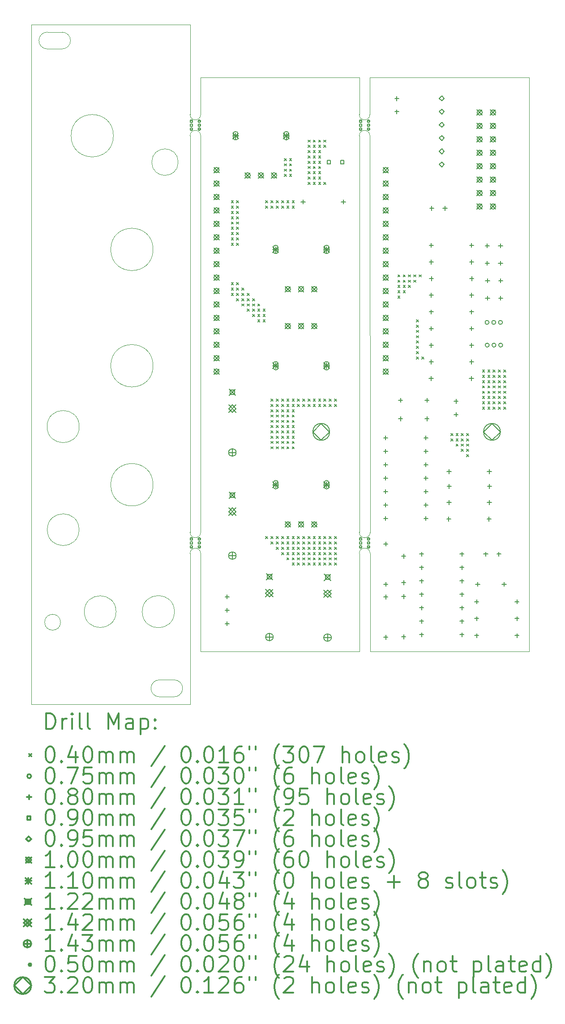
<source format=gbr>
%FSLAX45Y45*%
G04 Gerber Fmt 4.5, Leading zero omitted, Abs format (unit mm)*
G04 Created by KiCad (PCBNEW 5.1.9+dfsg1-1~bpo10+1) date 2021-12-03 10:41:39*
%MOMM*%
%LPD*%
G01*
G04 APERTURE LIST*
%TA.AperFunction,Profile*%
%ADD10C,0.100000*%
%TD*%
%ADD11C,0.200000*%
%ADD12C,0.300000*%
G04 APERTURE END LIST*
D10*
X7000000Y-6600000D02*
G75*
G02*
X7200000Y-6600000I100000J0D01*
G01*
X7200000Y-6200000D02*
G75*
G02*
X7000000Y-6200000I-100000J0D01*
G01*
X7000000Y-4500000D02*
X7000000Y-6200000D01*
X7200000Y-6200000D02*
X7200000Y-5500000D01*
X10200000Y-6600000D02*
G75*
G02*
X10400000Y-6600000I100000J0D01*
G01*
X10400000Y-6200000D02*
G75*
G02*
X10200000Y-6200000I-100000J0D01*
G01*
X10200000Y-5500000D02*
X10200000Y-6200000D01*
X10400000Y-6200000D02*
X10400000Y-5500000D01*
X12255000Y-16350000D02*
X13410000Y-16350000D01*
X13410000Y-5500000D02*
X12255000Y-5500000D01*
X10400000Y-6600000D02*
X10405000Y-14100000D01*
X10200000Y-14100000D02*
X10200000Y-6600000D01*
X10200000Y-14497990D02*
G75*
G02*
X10404980Y-14500000I102480J-2010D01*
G01*
X10405000Y-14100000D02*
G75*
G02*
X10200000Y-14100000I-102500J0D01*
G01*
X6999875Y-14500000D02*
G75*
G02*
X7200000Y-14495000I100125J0D01*
G01*
X7199926Y-14103843D02*
G75*
G02*
X7000000Y-14100000I-99926J3843D01*
G01*
X6999875Y-14500000D02*
X7000000Y-17350000D01*
X7199926Y-14103843D02*
X7200000Y-6600000D01*
X13410000Y-5500000D02*
X13410000Y-16350000D01*
X10400000Y-5500000D02*
X12255000Y-5500000D01*
X10405000Y-16350000D02*
X10404980Y-14500000D01*
X12255000Y-16350000D02*
X10405000Y-16350000D01*
X7202500Y-16350000D02*
X7200000Y-14495000D01*
X10200000Y-16350000D02*
X7202500Y-16350000D01*
X10200000Y-14497990D02*
X10200000Y-16350000D01*
X7200000Y-5500000D02*
X10200000Y-5500000D01*
X6775000Y-7100000D02*
G75*
G03*
X6775000Y-7100000I-250000J0D01*
G01*
X6420000Y-17210003D02*
X6696000Y-17209950D01*
X6420000Y-17210003D02*
G75*
G02*
X6421000Y-16890000I0J160003D01*
G01*
X6421000Y-16890000D02*
X6700000Y-16890000D01*
X6700000Y-16890000D02*
G75*
G02*
X6696000Y-17209950I0J-160000D01*
G01*
X4296108Y-4959024D02*
X4578000Y-4959000D01*
X4303000Y-4641000D02*
X4581446Y-4640994D01*
X4581446Y-4640994D02*
G75*
G02*
X4578000Y-4959000I-1446J-159006D01*
G01*
X4296108Y-4959024D02*
G75*
G02*
X4303000Y-4641000I2892J159024D01*
G01*
X4550000Y-15800000D02*
G75*
G03*
X4550000Y-15800000I-150000J0D01*
G01*
X6300000Y-13200000D02*
G75*
G03*
X6300000Y-13200000I-400000J0D01*
G01*
X6300000Y-10950000D02*
G75*
G03*
X6300000Y-10950000I-400000J0D01*
G01*
X6300000Y-8750000D02*
G75*
G03*
X6300000Y-8750000I-400000J0D01*
G01*
X5550000Y-6600000D02*
G75*
G03*
X5550000Y-6600000I-400000J0D01*
G01*
X5600000Y-15600000D02*
G75*
G03*
X5600000Y-15600000I-300000J0D01*
G01*
X6704138Y-15600000D02*
G75*
G03*
X6704138Y-15600000I-304138J0D01*
G01*
X4900000Y-14050000D02*
G75*
G03*
X4900000Y-14050000I-300000J0D01*
G01*
X4904138Y-12100000D02*
G75*
G03*
X4904138Y-12100000I-304138J0D01*
G01*
X7000000Y-17350000D02*
X4000000Y-17350000D01*
X7000000Y-6600000D02*
X7000000Y-14100000D01*
X4000000Y-4500000D02*
X7000000Y-4500000D01*
X4000000Y-4500000D02*
X4000000Y-17350000D01*
D11*
X7780000Y-7830000D02*
X7820000Y-7870000D01*
X7820000Y-7830000D02*
X7780000Y-7870000D01*
X7780000Y-7930000D02*
X7820000Y-7970000D01*
X7820000Y-7930000D02*
X7780000Y-7970000D01*
X7780000Y-8030000D02*
X7820000Y-8070000D01*
X7820000Y-8030000D02*
X7780000Y-8070000D01*
X7780000Y-8130000D02*
X7820000Y-8170000D01*
X7820000Y-8130000D02*
X7780000Y-8170000D01*
X7780000Y-8230000D02*
X7820000Y-8270000D01*
X7820000Y-8230000D02*
X7780000Y-8270000D01*
X7780000Y-8330000D02*
X7820000Y-8370000D01*
X7820000Y-8330000D02*
X7780000Y-8370000D01*
X7780000Y-8430000D02*
X7820000Y-8470000D01*
X7820000Y-8430000D02*
X7780000Y-8470000D01*
X7780000Y-8530000D02*
X7820000Y-8570000D01*
X7820000Y-8530000D02*
X7780000Y-8570000D01*
X7780000Y-8630000D02*
X7820000Y-8670000D01*
X7820000Y-8630000D02*
X7780000Y-8670000D01*
X7780000Y-9380000D02*
X7820000Y-9420000D01*
X7820000Y-9380000D02*
X7780000Y-9420000D01*
X7780000Y-9480000D02*
X7820000Y-9520000D01*
X7820000Y-9480000D02*
X7780000Y-9520000D01*
X7780000Y-9580000D02*
X7820000Y-9620000D01*
X7820000Y-9580000D02*
X7780000Y-9620000D01*
X7880000Y-7830000D02*
X7920000Y-7870000D01*
X7920000Y-7830000D02*
X7880000Y-7870000D01*
X7880000Y-7930000D02*
X7920000Y-7970000D01*
X7920000Y-7930000D02*
X7880000Y-7970000D01*
X7880000Y-8030000D02*
X7920000Y-8070000D01*
X7920000Y-8030000D02*
X7880000Y-8070000D01*
X7880000Y-8130000D02*
X7920000Y-8170000D01*
X7920000Y-8130000D02*
X7880000Y-8170000D01*
X7880000Y-8230000D02*
X7920000Y-8270000D01*
X7920000Y-8230000D02*
X7880000Y-8270000D01*
X7880000Y-8330000D02*
X7920000Y-8370000D01*
X7920000Y-8330000D02*
X7880000Y-8370000D01*
X7880000Y-8430000D02*
X7920000Y-8470000D01*
X7920000Y-8430000D02*
X7880000Y-8470000D01*
X7880000Y-8530000D02*
X7920000Y-8570000D01*
X7920000Y-8530000D02*
X7880000Y-8570000D01*
X7880000Y-8630000D02*
X7920000Y-8670000D01*
X7920000Y-8630000D02*
X7880000Y-8670000D01*
X7880000Y-9380000D02*
X7920000Y-9420000D01*
X7920000Y-9380000D02*
X7880000Y-9420000D01*
X7880000Y-9480000D02*
X7920000Y-9520000D01*
X7920000Y-9480000D02*
X7880000Y-9520000D01*
X7880000Y-9580000D02*
X7920000Y-9620000D01*
X7920000Y-9580000D02*
X7880000Y-9620000D01*
X7880000Y-9680000D02*
X7920000Y-9720000D01*
X7920000Y-9680000D02*
X7880000Y-9720000D01*
X7980000Y-9480000D02*
X8020000Y-9520000D01*
X8020000Y-9480000D02*
X7980000Y-9520000D01*
X7980000Y-9580000D02*
X8020000Y-9620000D01*
X8020000Y-9580000D02*
X7980000Y-9620000D01*
X7980000Y-9680000D02*
X8020000Y-9720000D01*
X8020000Y-9680000D02*
X7980000Y-9720000D01*
X7980000Y-9780000D02*
X8020000Y-9820000D01*
X8020000Y-9780000D02*
X7980000Y-9820000D01*
X8080000Y-9580000D02*
X8120000Y-9620000D01*
X8120000Y-9580000D02*
X8080000Y-9620000D01*
X8080000Y-9680000D02*
X8120000Y-9720000D01*
X8120000Y-9680000D02*
X8080000Y-9720000D01*
X8080000Y-9780000D02*
X8120000Y-9820000D01*
X8120000Y-9780000D02*
X8080000Y-9820000D01*
X8080000Y-9880000D02*
X8120000Y-9920000D01*
X8120000Y-9880000D02*
X8080000Y-9920000D01*
X8180000Y-9680000D02*
X8220000Y-9720000D01*
X8220000Y-9680000D02*
X8180000Y-9720000D01*
X8180000Y-9780000D02*
X8220000Y-9820000D01*
X8220000Y-9780000D02*
X8180000Y-9820000D01*
X8180000Y-9880000D02*
X8220000Y-9920000D01*
X8220000Y-9880000D02*
X8180000Y-9920000D01*
X8180000Y-9980000D02*
X8220000Y-10020000D01*
X8220000Y-9980000D02*
X8180000Y-10020000D01*
X8280000Y-9780000D02*
X8320000Y-9820000D01*
X8320000Y-9780000D02*
X8280000Y-9820000D01*
X8280000Y-9880000D02*
X8320000Y-9920000D01*
X8320000Y-9880000D02*
X8280000Y-9920000D01*
X8280000Y-9980000D02*
X8320000Y-10020000D01*
X8320000Y-9980000D02*
X8280000Y-10020000D01*
X8280000Y-10080000D02*
X8320000Y-10120000D01*
X8320000Y-10080000D02*
X8280000Y-10120000D01*
X8380000Y-9880000D02*
X8420000Y-9920000D01*
X8420000Y-9880000D02*
X8380000Y-9920000D01*
X8380000Y-9980000D02*
X8420000Y-10020000D01*
X8420000Y-9980000D02*
X8380000Y-10020000D01*
X8380000Y-10080000D02*
X8420000Y-10120000D01*
X8420000Y-10080000D02*
X8380000Y-10120000D01*
X8430000Y-7830000D02*
X8470000Y-7870000D01*
X8470000Y-7830000D02*
X8430000Y-7870000D01*
X8430000Y-7930000D02*
X8470000Y-7970000D01*
X8470000Y-7930000D02*
X8430000Y-7970000D01*
X8430000Y-14180000D02*
X8470000Y-14220000D01*
X8470000Y-14180000D02*
X8430000Y-14220000D01*
X8530000Y-7830000D02*
X8570000Y-7870000D01*
X8570000Y-7830000D02*
X8530000Y-7870000D01*
X8530000Y-7930000D02*
X8570000Y-7970000D01*
X8570000Y-7930000D02*
X8530000Y-7970000D01*
X8530000Y-11580000D02*
X8570000Y-11620000D01*
X8570000Y-11580000D02*
X8530000Y-11620000D01*
X8530000Y-11680000D02*
X8570000Y-11720000D01*
X8570000Y-11680000D02*
X8530000Y-11720000D01*
X8530000Y-11780000D02*
X8570000Y-11820000D01*
X8570000Y-11780000D02*
X8530000Y-11820000D01*
X8530000Y-11880000D02*
X8570000Y-11920000D01*
X8570000Y-11880000D02*
X8530000Y-11920000D01*
X8530000Y-11980000D02*
X8570000Y-12020000D01*
X8570000Y-11980000D02*
X8530000Y-12020000D01*
X8530000Y-12080000D02*
X8570000Y-12120000D01*
X8570000Y-12080000D02*
X8530000Y-12120000D01*
X8530000Y-12180000D02*
X8570000Y-12220000D01*
X8570000Y-12180000D02*
X8530000Y-12220000D01*
X8530000Y-12280000D02*
X8570000Y-12320000D01*
X8570000Y-12280000D02*
X8530000Y-12320000D01*
X8530000Y-12380000D02*
X8570000Y-12420000D01*
X8570000Y-12380000D02*
X8530000Y-12420000D01*
X8530000Y-12480000D02*
X8570000Y-12520000D01*
X8570000Y-12480000D02*
X8530000Y-12520000D01*
X8530000Y-14180000D02*
X8570000Y-14220000D01*
X8570000Y-14180000D02*
X8530000Y-14220000D01*
X8530000Y-14280000D02*
X8570000Y-14320000D01*
X8570000Y-14280000D02*
X8530000Y-14320000D01*
X8630000Y-7830000D02*
X8670000Y-7870000D01*
X8670000Y-7830000D02*
X8630000Y-7870000D01*
X8630000Y-7930000D02*
X8670000Y-7970000D01*
X8670000Y-7930000D02*
X8630000Y-7970000D01*
X8630000Y-11580000D02*
X8670000Y-11620000D01*
X8670000Y-11580000D02*
X8630000Y-11620000D01*
X8630000Y-11680000D02*
X8670000Y-11720000D01*
X8670000Y-11680000D02*
X8630000Y-11720000D01*
X8630000Y-11780000D02*
X8670000Y-11820000D01*
X8670000Y-11780000D02*
X8630000Y-11820000D01*
X8630000Y-11880000D02*
X8670000Y-11920000D01*
X8670000Y-11880000D02*
X8630000Y-11920000D01*
X8630000Y-11980000D02*
X8670000Y-12020000D01*
X8670000Y-11980000D02*
X8630000Y-12020000D01*
X8630000Y-12080000D02*
X8670000Y-12120000D01*
X8670000Y-12080000D02*
X8630000Y-12120000D01*
X8630000Y-12180000D02*
X8670000Y-12220000D01*
X8670000Y-12180000D02*
X8630000Y-12220000D01*
X8630000Y-12280000D02*
X8670000Y-12320000D01*
X8670000Y-12280000D02*
X8630000Y-12320000D01*
X8630000Y-12380000D02*
X8670000Y-12420000D01*
X8670000Y-12380000D02*
X8630000Y-12420000D01*
X8630000Y-12480000D02*
X8670000Y-12520000D01*
X8670000Y-12480000D02*
X8630000Y-12520000D01*
X8630000Y-14180000D02*
X8670000Y-14220000D01*
X8670000Y-14180000D02*
X8630000Y-14220000D01*
X8630000Y-14280000D02*
X8670000Y-14320000D01*
X8670000Y-14280000D02*
X8630000Y-14320000D01*
X8630000Y-14380000D02*
X8670000Y-14420000D01*
X8670000Y-14380000D02*
X8630000Y-14420000D01*
X8730000Y-7830000D02*
X8770000Y-7870000D01*
X8770000Y-7830000D02*
X8730000Y-7870000D01*
X8730000Y-7930000D02*
X8770000Y-7970000D01*
X8770000Y-7930000D02*
X8730000Y-7970000D01*
X8730000Y-11580000D02*
X8770000Y-11620000D01*
X8770000Y-11580000D02*
X8730000Y-11620000D01*
X8730000Y-11680000D02*
X8770000Y-11720000D01*
X8770000Y-11680000D02*
X8730000Y-11720000D01*
X8730000Y-11780000D02*
X8770000Y-11820000D01*
X8770000Y-11780000D02*
X8730000Y-11820000D01*
X8730000Y-11880000D02*
X8770000Y-11920000D01*
X8770000Y-11880000D02*
X8730000Y-11920000D01*
X8730000Y-11980000D02*
X8770000Y-12020000D01*
X8770000Y-11980000D02*
X8730000Y-12020000D01*
X8730000Y-12080000D02*
X8770000Y-12120000D01*
X8770000Y-12080000D02*
X8730000Y-12120000D01*
X8730000Y-12180000D02*
X8770000Y-12220000D01*
X8770000Y-12180000D02*
X8730000Y-12220000D01*
X8730000Y-12280000D02*
X8770000Y-12320000D01*
X8770000Y-12280000D02*
X8730000Y-12320000D01*
X8730000Y-12380000D02*
X8770000Y-12420000D01*
X8770000Y-12380000D02*
X8730000Y-12420000D01*
X8730000Y-12480000D02*
X8770000Y-12520000D01*
X8770000Y-12480000D02*
X8730000Y-12520000D01*
X8730000Y-14180000D02*
X8770000Y-14220000D01*
X8770000Y-14180000D02*
X8730000Y-14220000D01*
X8730000Y-14280000D02*
X8770000Y-14320000D01*
X8770000Y-14280000D02*
X8730000Y-14320000D01*
X8730000Y-14380000D02*
X8770000Y-14420000D01*
X8770000Y-14380000D02*
X8730000Y-14420000D01*
X8730000Y-14480000D02*
X8770000Y-14520000D01*
X8770000Y-14480000D02*
X8730000Y-14520000D01*
X8780000Y-7030000D02*
X8820000Y-7070000D01*
X8820000Y-7030000D02*
X8780000Y-7070000D01*
X8780000Y-7130000D02*
X8820000Y-7170000D01*
X8820000Y-7130000D02*
X8780000Y-7170000D01*
X8780000Y-7230000D02*
X8820000Y-7270000D01*
X8820000Y-7230000D02*
X8780000Y-7270000D01*
X8780000Y-7330000D02*
X8820000Y-7370000D01*
X8820000Y-7330000D02*
X8780000Y-7370000D01*
X8830000Y-7830000D02*
X8870000Y-7870000D01*
X8870000Y-7830000D02*
X8830000Y-7870000D01*
X8830000Y-7930000D02*
X8870000Y-7970000D01*
X8870000Y-7930000D02*
X8830000Y-7970000D01*
X8830000Y-11580000D02*
X8870000Y-11620000D01*
X8870000Y-11580000D02*
X8830000Y-11620000D01*
X8830000Y-11680000D02*
X8870000Y-11720000D01*
X8870000Y-11680000D02*
X8830000Y-11720000D01*
X8830000Y-11780000D02*
X8870000Y-11820000D01*
X8870000Y-11780000D02*
X8830000Y-11820000D01*
X8830000Y-11880000D02*
X8870000Y-11920000D01*
X8870000Y-11880000D02*
X8830000Y-11920000D01*
X8830000Y-11980000D02*
X8870000Y-12020000D01*
X8870000Y-11980000D02*
X8830000Y-12020000D01*
X8830000Y-12080000D02*
X8870000Y-12120000D01*
X8870000Y-12080000D02*
X8830000Y-12120000D01*
X8830000Y-12180000D02*
X8870000Y-12220000D01*
X8870000Y-12180000D02*
X8830000Y-12220000D01*
X8830000Y-12280000D02*
X8870000Y-12320000D01*
X8870000Y-12280000D02*
X8830000Y-12320000D01*
X8830000Y-12380000D02*
X8870000Y-12420000D01*
X8870000Y-12380000D02*
X8830000Y-12420000D01*
X8830000Y-12480000D02*
X8870000Y-12520000D01*
X8870000Y-12480000D02*
X8830000Y-12520000D01*
X8830000Y-14180000D02*
X8870000Y-14220000D01*
X8870000Y-14180000D02*
X8830000Y-14220000D01*
X8830000Y-14280000D02*
X8870000Y-14320000D01*
X8870000Y-14280000D02*
X8830000Y-14320000D01*
X8830000Y-14380000D02*
X8870000Y-14420000D01*
X8870000Y-14380000D02*
X8830000Y-14420000D01*
X8830000Y-14480000D02*
X8870000Y-14520000D01*
X8870000Y-14480000D02*
X8830000Y-14520000D01*
X8830000Y-14580000D02*
X8870000Y-14620000D01*
X8870000Y-14580000D02*
X8830000Y-14620000D01*
X8880000Y-7030000D02*
X8920000Y-7070000D01*
X8920000Y-7030000D02*
X8880000Y-7070000D01*
X8880000Y-7130000D02*
X8920000Y-7170000D01*
X8920000Y-7130000D02*
X8880000Y-7170000D01*
X8880000Y-7230000D02*
X8920000Y-7270000D01*
X8920000Y-7230000D02*
X8880000Y-7270000D01*
X8880000Y-7330000D02*
X8920000Y-7370000D01*
X8920000Y-7330000D02*
X8880000Y-7370000D01*
X8930000Y-7830000D02*
X8970000Y-7870000D01*
X8970000Y-7830000D02*
X8930000Y-7870000D01*
X8930000Y-7930000D02*
X8970000Y-7970000D01*
X8970000Y-7930000D02*
X8930000Y-7970000D01*
X8930000Y-11580000D02*
X8970000Y-11620000D01*
X8970000Y-11580000D02*
X8930000Y-11620000D01*
X8930000Y-11680000D02*
X8970000Y-11720000D01*
X8970000Y-11680000D02*
X8930000Y-11720000D01*
X8930000Y-11780000D02*
X8970000Y-11820000D01*
X8970000Y-11780000D02*
X8930000Y-11820000D01*
X8930000Y-11880000D02*
X8970000Y-11920000D01*
X8970000Y-11880000D02*
X8930000Y-11920000D01*
X8930000Y-11980000D02*
X8970000Y-12020000D01*
X8970000Y-11980000D02*
X8930000Y-12020000D01*
X8930000Y-12080000D02*
X8970000Y-12120000D01*
X8970000Y-12080000D02*
X8930000Y-12120000D01*
X8930000Y-12180000D02*
X8970000Y-12220000D01*
X8970000Y-12180000D02*
X8930000Y-12220000D01*
X8930000Y-12280000D02*
X8970000Y-12320000D01*
X8970000Y-12280000D02*
X8930000Y-12320000D01*
X8930000Y-12380000D02*
X8970000Y-12420000D01*
X8970000Y-12380000D02*
X8930000Y-12420000D01*
X8930000Y-12480000D02*
X8970000Y-12520000D01*
X8970000Y-12480000D02*
X8930000Y-12520000D01*
X8930000Y-14180000D02*
X8970000Y-14220000D01*
X8970000Y-14180000D02*
X8930000Y-14220000D01*
X8930000Y-14280000D02*
X8970000Y-14320000D01*
X8970000Y-14280000D02*
X8930000Y-14320000D01*
X8930000Y-14380000D02*
X8970000Y-14420000D01*
X8970000Y-14380000D02*
X8930000Y-14420000D01*
X8930000Y-14480000D02*
X8970000Y-14520000D01*
X8970000Y-14480000D02*
X8930000Y-14520000D01*
X8930000Y-14580000D02*
X8970000Y-14620000D01*
X8970000Y-14580000D02*
X8930000Y-14620000D01*
X8930000Y-14680000D02*
X8970000Y-14720000D01*
X8970000Y-14680000D02*
X8930000Y-14720000D01*
X9030000Y-11580000D02*
X9070000Y-11620000D01*
X9070000Y-11580000D02*
X9030000Y-11620000D01*
X9030000Y-11680000D02*
X9070000Y-11720000D01*
X9070000Y-11680000D02*
X9030000Y-11720000D01*
X9030000Y-14180000D02*
X9070000Y-14220000D01*
X9070000Y-14180000D02*
X9030000Y-14220000D01*
X9030000Y-14280000D02*
X9070000Y-14320000D01*
X9070000Y-14280000D02*
X9030000Y-14320000D01*
X9030000Y-14380000D02*
X9070000Y-14420000D01*
X9070000Y-14380000D02*
X9030000Y-14420000D01*
X9030000Y-14480000D02*
X9070000Y-14520000D01*
X9070000Y-14480000D02*
X9030000Y-14520000D01*
X9030000Y-14580000D02*
X9070000Y-14620000D01*
X9070000Y-14580000D02*
X9030000Y-14620000D01*
X9030000Y-14680000D02*
X9070000Y-14720000D01*
X9070000Y-14680000D02*
X9030000Y-14720000D01*
X9130000Y-11580000D02*
X9170000Y-11620000D01*
X9170000Y-11580000D02*
X9130000Y-11620000D01*
X9130000Y-11680000D02*
X9170000Y-11720000D01*
X9170000Y-11680000D02*
X9130000Y-11720000D01*
X9130000Y-14180000D02*
X9170000Y-14220000D01*
X9170000Y-14180000D02*
X9130000Y-14220000D01*
X9130000Y-14280000D02*
X9170000Y-14320000D01*
X9170000Y-14280000D02*
X9130000Y-14320000D01*
X9130000Y-14380000D02*
X9170000Y-14420000D01*
X9170000Y-14380000D02*
X9130000Y-14420000D01*
X9130000Y-14480000D02*
X9170000Y-14520000D01*
X9170000Y-14480000D02*
X9130000Y-14520000D01*
X9130000Y-14580000D02*
X9170000Y-14620000D01*
X9170000Y-14580000D02*
X9130000Y-14620000D01*
X9130000Y-14680000D02*
X9170000Y-14720000D01*
X9170000Y-14680000D02*
X9130000Y-14720000D01*
X9230000Y-6680000D02*
X9270000Y-6720000D01*
X9270000Y-6680000D02*
X9230000Y-6720000D01*
X9230000Y-6780000D02*
X9270000Y-6820000D01*
X9270000Y-6780000D02*
X9230000Y-6820000D01*
X9230000Y-6880000D02*
X9270000Y-6920000D01*
X9270000Y-6880000D02*
X9230000Y-6920000D01*
X9230000Y-6980000D02*
X9270000Y-7020000D01*
X9270000Y-6980000D02*
X9230000Y-7020000D01*
X9230000Y-7080000D02*
X9270000Y-7120000D01*
X9270000Y-7080000D02*
X9230000Y-7120000D01*
X9230000Y-7180000D02*
X9270000Y-7220000D01*
X9270000Y-7180000D02*
X9230000Y-7220000D01*
X9230000Y-7280000D02*
X9270000Y-7320000D01*
X9270000Y-7280000D02*
X9230000Y-7320000D01*
X9230000Y-7380000D02*
X9270000Y-7420000D01*
X9270000Y-7380000D02*
X9230000Y-7420000D01*
X9230000Y-7480000D02*
X9270000Y-7520000D01*
X9270000Y-7480000D02*
X9230000Y-7520000D01*
X9230000Y-11580000D02*
X9270000Y-11620000D01*
X9270000Y-11580000D02*
X9230000Y-11620000D01*
X9230000Y-11680000D02*
X9270000Y-11720000D01*
X9270000Y-11680000D02*
X9230000Y-11720000D01*
X9230000Y-14180000D02*
X9270000Y-14220000D01*
X9270000Y-14180000D02*
X9230000Y-14220000D01*
X9230000Y-14280000D02*
X9270000Y-14320000D01*
X9270000Y-14280000D02*
X9230000Y-14320000D01*
X9230000Y-14380000D02*
X9270000Y-14420000D01*
X9270000Y-14380000D02*
X9230000Y-14420000D01*
X9230000Y-14480000D02*
X9270000Y-14520000D01*
X9270000Y-14480000D02*
X9230000Y-14520000D01*
X9230000Y-14580000D02*
X9270000Y-14620000D01*
X9270000Y-14580000D02*
X9230000Y-14620000D01*
X9230000Y-14680000D02*
X9270000Y-14720000D01*
X9270000Y-14680000D02*
X9230000Y-14720000D01*
X9330000Y-6680000D02*
X9370000Y-6720000D01*
X9370000Y-6680000D02*
X9330000Y-6720000D01*
X9330000Y-6780000D02*
X9370000Y-6820000D01*
X9370000Y-6780000D02*
X9330000Y-6820000D01*
X9330000Y-6880000D02*
X9370000Y-6920000D01*
X9370000Y-6880000D02*
X9330000Y-6920000D01*
X9330000Y-6980000D02*
X9370000Y-7020000D01*
X9370000Y-6980000D02*
X9330000Y-7020000D01*
X9330000Y-7080000D02*
X9370000Y-7120000D01*
X9370000Y-7080000D02*
X9330000Y-7120000D01*
X9330000Y-7180000D02*
X9370000Y-7220000D01*
X9370000Y-7180000D02*
X9330000Y-7220000D01*
X9330000Y-7280000D02*
X9370000Y-7320000D01*
X9370000Y-7280000D02*
X9330000Y-7320000D01*
X9330000Y-7380000D02*
X9370000Y-7420000D01*
X9370000Y-7380000D02*
X9330000Y-7420000D01*
X9330000Y-7480000D02*
X9370000Y-7520000D01*
X9370000Y-7480000D02*
X9330000Y-7520000D01*
X9330000Y-11580000D02*
X9370000Y-11620000D01*
X9370000Y-11580000D02*
X9330000Y-11620000D01*
X9330000Y-11680000D02*
X9370000Y-11720000D01*
X9370000Y-11680000D02*
X9330000Y-11720000D01*
X9330000Y-14180000D02*
X9370000Y-14220000D01*
X9370000Y-14180000D02*
X9330000Y-14220000D01*
X9330000Y-14280000D02*
X9370000Y-14320000D01*
X9370000Y-14280000D02*
X9330000Y-14320000D01*
X9330000Y-14380000D02*
X9370000Y-14420000D01*
X9370000Y-14380000D02*
X9330000Y-14420000D01*
X9330000Y-14480000D02*
X9370000Y-14520000D01*
X9370000Y-14480000D02*
X9330000Y-14520000D01*
X9330000Y-14580000D02*
X9370000Y-14620000D01*
X9370000Y-14580000D02*
X9330000Y-14620000D01*
X9330000Y-14680000D02*
X9370000Y-14720000D01*
X9370000Y-14680000D02*
X9330000Y-14720000D01*
X9430000Y-6680000D02*
X9470000Y-6720000D01*
X9470000Y-6680000D02*
X9430000Y-6720000D01*
X9430000Y-6780000D02*
X9470000Y-6820000D01*
X9470000Y-6780000D02*
X9430000Y-6820000D01*
X9430000Y-6880000D02*
X9470000Y-6920000D01*
X9470000Y-6880000D02*
X9430000Y-6920000D01*
X9430000Y-6980000D02*
X9470000Y-7020000D01*
X9470000Y-6980000D02*
X9430000Y-7020000D01*
X9430000Y-7080000D02*
X9470000Y-7120000D01*
X9470000Y-7080000D02*
X9430000Y-7120000D01*
X9430000Y-7180000D02*
X9470000Y-7220000D01*
X9470000Y-7180000D02*
X9430000Y-7220000D01*
X9430000Y-7280000D02*
X9470000Y-7320000D01*
X9470000Y-7280000D02*
X9430000Y-7320000D01*
X9430000Y-7380000D02*
X9470000Y-7420000D01*
X9470000Y-7380000D02*
X9430000Y-7420000D01*
X9430000Y-7480000D02*
X9470000Y-7520000D01*
X9470000Y-7480000D02*
X9430000Y-7520000D01*
X9430000Y-11580000D02*
X9470000Y-11620000D01*
X9470000Y-11580000D02*
X9430000Y-11620000D01*
X9430000Y-11680000D02*
X9470000Y-11720000D01*
X9470000Y-11680000D02*
X9430000Y-11720000D01*
X9430000Y-14180000D02*
X9470000Y-14220000D01*
X9470000Y-14180000D02*
X9430000Y-14220000D01*
X9430000Y-14280000D02*
X9470000Y-14320000D01*
X9470000Y-14280000D02*
X9430000Y-14320000D01*
X9430000Y-14380000D02*
X9470000Y-14420000D01*
X9470000Y-14380000D02*
X9430000Y-14420000D01*
X9430000Y-14480000D02*
X9470000Y-14520000D01*
X9470000Y-14480000D02*
X9430000Y-14520000D01*
X9430000Y-14580000D02*
X9470000Y-14620000D01*
X9470000Y-14580000D02*
X9430000Y-14620000D01*
X9430000Y-14680000D02*
X9470000Y-14720000D01*
X9470000Y-14680000D02*
X9430000Y-14720000D01*
X9530000Y-6680000D02*
X9570000Y-6720000D01*
X9570000Y-6680000D02*
X9530000Y-6720000D01*
X9530000Y-6780000D02*
X9570000Y-6820000D01*
X9570000Y-6780000D02*
X9530000Y-6820000D01*
X9530000Y-7480000D02*
X9570000Y-7520000D01*
X9570000Y-7480000D02*
X9530000Y-7520000D01*
X9530000Y-11580000D02*
X9570000Y-11620000D01*
X9570000Y-11580000D02*
X9530000Y-11620000D01*
X9530000Y-11680000D02*
X9570000Y-11720000D01*
X9570000Y-11680000D02*
X9530000Y-11720000D01*
X9530000Y-14180000D02*
X9570000Y-14220000D01*
X9570000Y-14180000D02*
X9530000Y-14220000D01*
X9530000Y-14280000D02*
X9570000Y-14320000D01*
X9570000Y-14280000D02*
X9530000Y-14320000D01*
X9530000Y-14380000D02*
X9570000Y-14420000D01*
X9570000Y-14380000D02*
X9530000Y-14420000D01*
X9530000Y-14480000D02*
X9570000Y-14520000D01*
X9570000Y-14480000D02*
X9530000Y-14520000D01*
X9530000Y-14580000D02*
X9570000Y-14620000D01*
X9570000Y-14580000D02*
X9530000Y-14620000D01*
X9530000Y-14680000D02*
X9570000Y-14720000D01*
X9570000Y-14680000D02*
X9530000Y-14720000D01*
X9630000Y-11580000D02*
X9670000Y-11620000D01*
X9670000Y-11580000D02*
X9630000Y-11620000D01*
X9630000Y-11680000D02*
X9670000Y-11720000D01*
X9670000Y-11680000D02*
X9630000Y-11720000D01*
X9630000Y-14180000D02*
X9670000Y-14220000D01*
X9670000Y-14180000D02*
X9630000Y-14220000D01*
X9630000Y-14280000D02*
X9670000Y-14320000D01*
X9670000Y-14280000D02*
X9630000Y-14320000D01*
X9630000Y-14380000D02*
X9670000Y-14420000D01*
X9670000Y-14380000D02*
X9630000Y-14420000D01*
X9630000Y-14480000D02*
X9670000Y-14520000D01*
X9670000Y-14480000D02*
X9630000Y-14520000D01*
X9630000Y-14580000D02*
X9670000Y-14620000D01*
X9670000Y-14580000D02*
X9630000Y-14620000D01*
X9630000Y-14680000D02*
X9670000Y-14720000D01*
X9670000Y-14680000D02*
X9630000Y-14720000D01*
X9730000Y-11580000D02*
X9770000Y-11620000D01*
X9770000Y-11580000D02*
X9730000Y-11620000D01*
X9730000Y-11680000D02*
X9770000Y-11720000D01*
X9770000Y-11680000D02*
X9730000Y-11720000D01*
X9730000Y-14180000D02*
X9770000Y-14220000D01*
X9770000Y-14180000D02*
X9730000Y-14220000D01*
X9730000Y-14280000D02*
X9770000Y-14320000D01*
X9770000Y-14280000D02*
X9730000Y-14320000D01*
X9730000Y-14380000D02*
X9770000Y-14420000D01*
X9770000Y-14380000D02*
X9730000Y-14420000D01*
X9730000Y-14480000D02*
X9770000Y-14520000D01*
X9770000Y-14480000D02*
X9730000Y-14520000D01*
X9730000Y-14580000D02*
X9770000Y-14620000D01*
X9770000Y-14580000D02*
X9730000Y-14620000D01*
X9730000Y-14680000D02*
X9770000Y-14720000D01*
X9770000Y-14680000D02*
X9730000Y-14720000D01*
X10930000Y-9230000D02*
X10970000Y-9270000D01*
X10970000Y-9230000D02*
X10930000Y-9270000D01*
X10930000Y-9330000D02*
X10970000Y-9370000D01*
X10970000Y-9330000D02*
X10930000Y-9370000D01*
X10930000Y-9430000D02*
X10970000Y-9470000D01*
X10970000Y-9430000D02*
X10930000Y-9470000D01*
X10930000Y-9530000D02*
X10970000Y-9570000D01*
X10970000Y-9530000D02*
X10930000Y-9570000D01*
X10930000Y-9630000D02*
X10970000Y-9670000D01*
X10970000Y-9630000D02*
X10930000Y-9670000D01*
X11030000Y-9230000D02*
X11070000Y-9270000D01*
X11070000Y-9230000D02*
X11030000Y-9270000D01*
X11030000Y-9330000D02*
X11070000Y-9370000D01*
X11070000Y-9330000D02*
X11030000Y-9370000D01*
X11030000Y-9430000D02*
X11070000Y-9470000D01*
X11070000Y-9430000D02*
X11030000Y-9470000D01*
X11030000Y-9530000D02*
X11070000Y-9570000D01*
X11070000Y-9530000D02*
X11030000Y-9570000D01*
X11130000Y-9230000D02*
X11170000Y-9270000D01*
X11170000Y-9230000D02*
X11130000Y-9270000D01*
X11130000Y-9330000D02*
X11170000Y-9370000D01*
X11170000Y-9330000D02*
X11130000Y-9370000D01*
X11130000Y-9430000D02*
X11170000Y-9470000D01*
X11170000Y-9430000D02*
X11130000Y-9470000D01*
X11230000Y-9230000D02*
X11270000Y-9270000D01*
X11270000Y-9230000D02*
X11230000Y-9270000D01*
X11230000Y-9330000D02*
X11270000Y-9370000D01*
X11270000Y-9330000D02*
X11230000Y-9370000D01*
X11280000Y-10080000D02*
X11320000Y-10120000D01*
X11320000Y-10080000D02*
X11280000Y-10120000D01*
X11280000Y-10180000D02*
X11320000Y-10220000D01*
X11320000Y-10180000D02*
X11280000Y-10220000D01*
X11280000Y-10280000D02*
X11320000Y-10320000D01*
X11320000Y-10280000D02*
X11280000Y-10320000D01*
X11280000Y-10380000D02*
X11320000Y-10420000D01*
X11320000Y-10380000D02*
X11280000Y-10420000D01*
X11280000Y-10480000D02*
X11320000Y-10520000D01*
X11320000Y-10480000D02*
X11280000Y-10520000D01*
X11280000Y-10580000D02*
X11320000Y-10620000D01*
X11320000Y-10580000D02*
X11280000Y-10620000D01*
X11280000Y-10680000D02*
X11320000Y-10720000D01*
X11320000Y-10680000D02*
X11280000Y-10720000D01*
X11280000Y-10780000D02*
X11320000Y-10820000D01*
X11320000Y-10780000D02*
X11280000Y-10820000D01*
X11330000Y-9230000D02*
X11370000Y-9270000D01*
X11370000Y-9230000D02*
X11330000Y-9270000D01*
X11380000Y-10780000D02*
X11420000Y-10820000D01*
X11420000Y-10780000D02*
X11380000Y-10820000D01*
X11930000Y-12230000D02*
X11970000Y-12270000D01*
X11970000Y-12230000D02*
X11930000Y-12270000D01*
X11930000Y-12330000D02*
X11970000Y-12370000D01*
X11970000Y-12330000D02*
X11930000Y-12370000D01*
X12030000Y-12230000D02*
X12070000Y-12270000D01*
X12070000Y-12230000D02*
X12030000Y-12270000D01*
X12030000Y-12330000D02*
X12070000Y-12370000D01*
X12070000Y-12330000D02*
X12030000Y-12370000D01*
X12030000Y-12430000D02*
X12070000Y-12470000D01*
X12070000Y-12430000D02*
X12030000Y-12470000D01*
X12130000Y-12230000D02*
X12170000Y-12270000D01*
X12170000Y-12230000D02*
X12130000Y-12270000D01*
X12130000Y-12330000D02*
X12170000Y-12370000D01*
X12170000Y-12330000D02*
X12130000Y-12370000D01*
X12130000Y-12430000D02*
X12170000Y-12470000D01*
X12170000Y-12430000D02*
X12130000Y-12470000D01*
X12130000Y-12530000D02*
X12170000Y-12570000D01*
X12170000Y-12530000D02*
X12130000Y-12570000D01*
X12230000Y-12230000D02*
X12270000Y-12270000D01*
X12270000Y-12230000D02*
X12230000Y-12270000D01*
X12230000Y-12330000D02*
X12270000Y-12370000D01*
X12270000Y-12330000D02*
X12230000Y-12370000D01*
X12230000Y-12430000D02*
X12270000Y-12470000D01*
X12270000Y-12430000D02*
X12230000Y-12470000D01*
X12230000Y-12530000D02*
X12270000Y-12570000D01*
X12270000Y-12530000D02*
X12230000Y-12570000D01*
X12230000Y-12630000D02*
X12270000Y-12670000D01*
X12270000Y-12630000D02*
X12230000Y-12670000D01*
X12530000Y-11030000D02*
X12570000Y-11070000D01*
X12570000Y-11030000D02*
X12530000Y-11070000D01*
X12530000Y-11130000D02*
X12570000Y-11170000D01*
X12570000Y-11130000D02*
X12530000Y-11170000D01*
X12530000Y-11230000D02*
X12570000Y-11270000D01*
X12570000Y-11230000D02*
X12530000Y-11270000D01*
X12530000Y-11330000D02*
X12570000Y-11370000D01*
X12570000Y-11330000D02*
X12530000Y-11370000D01*
X12530000Y-11430000D02*
X12570000Y-11470000D01*
X12570000Y-11430000D02*
X12530000Y-11470000D01*
X12530000Y-11530000D02*
X12570000Y-11570000D01*
X12570000Y-11530000D02*
X12530000Y-11570000D01*
X12530000Y-11630000D02*
X12570000Y-11670000D01*
X12570000Y-11630000D02*
X12530000Y-11670000D01*
X12530000Y-11730000D02*
X12570000Y-11770000D01*
X12570000Y-11730000D02*
X12530000Y-11770000D01*
X12630000Y-11030000D02*
X12670000Y-11070000D01*
X12670000Y-11030000D02*
X12630000Y-11070000D01*
X12630000Y-11130000D02*
X12670000Y-11170000D01*
X12670000Y-11130000D02*
X12630000Y-11170000D01*
X12630000Y-11230000D02*
X12670000Y-11270000D01*
X12670000Y-11230000D02*
X12630000Y-11270000D01*
X12630000Y-11330000D02*
X12670000Y-11370000D01*
X12670000Y-11330000D02*
X12630000Y-11370000D01*
X12630000Y-11430000D02*
X12670000Y-11470000D01*
X12670000Y-11430000D02*
X12630000Y-11470000D01*
X12630000Y-11530000D02*
X12670000Y-11570000D01*
X12670000Y-11530000D02*
X12630000Y-11570000D01*
X12630000Y-11630000D02*
X12670000Y-11670000D01*
X12670000Y-11630000D02*
X12630000Y-11670000D01*
X12630000Y-11730000D02*
X12670000Y-11770000D01*
X12670000Y-11730000D02*
X12630000Y-11770000D01*
X12730000Y-11030000D02*
X12770000Y-11070000D01*
X12770000Y-11030000D02*
X12730000Y-11070000D01*
X12730000Y-11130000D02*
X12770000Y-11170000D01*
X12770000Y-11130000D02*
X12730000Y-11170000D01*
X12730000Y-11230000D02*
X12770000Y-11270000D01*
X12770000Y-11230000D02*
X12730000Y-11270000D01*
X12730000Y-11330000D02*
X12770000Y-11370000D01*
X12770000Y-11330000D02*
X12730000Y-11370000D01*
X12730000Y-11430000D02*
X12770000Y-11470000D01*
X12770000Y-11430000D02*
X12730000Y-11470000D01*
X12730000Y-11530000D02*
X12770000Y-11570000D01*
X12770000Y-11530000D02*
X12730000Y-11570000D01*
X12730000Y-11630000D02*
X12770000Y-11670000D01*
X12770000Y-11630000D02*
X12730000Y-11670000D01*
X12730000Y-11730000D02*
X12770000Y-11770000D01*
X12770000Y-11730000D02*
X12730000Y-11770000D01*
X12830000Y-11030000D02*
X12870000Y-11070000D01*
X12870000Y-11030000D02*
X12830000Y-11070000D01*
X12830000Y-11130000D02*
X12870000Y-11170000D01*
X12870000Y-11130000D02*
X12830000Y-11170000D01*
X12830000Y-11230000D02*
X12870000Y-11270000D01*
X12870000Y-11230000D02*
X12830000Y-11270000D01*
X12830000Y-11330000D02*
X12870000Y-11370000D01*
X12870000Y-11330000D02*
X12830000Y-11370000D01*
X12830000Y-11430000D02*
X12870000Y-11470000D01*
X12870000Y-11430000D02*
X12830000Y-11470000D01*
X12830000Y-11530000D02*
X12870000Y-11570000D01*
X12870000Y-11530000D02*
X12830000Y-11570000D01*
X12830000Y-11630000D02*
X12870000Y-11670000D01*
X12870000Y-11630000D02*
X12830000Y-11670000D01*
X12830000Y-11730000D02*
X12870000Y-11770000D01*
X12870000Y-11730000D02*
X12830000Y-11770000D01*
X12930000Y-11030000D02*
X12970000Y-11070000D01*
X12970000Y-11030000D02*
X12930000Y-11070000D01*
X12930000Y-11130000D02*
X12970000Y-11170000D01*
X12970000Y-11130000D02*
X12930000Y-11170000D01*
X12930000Y-11230000D02*
X12970000Y-11270000D01*
X12970000Y-11230000D02*
X12930000Y-11270000D01*
X12930000Y-11330000D02*
X12970000Y-11370000D01*
X12970000Y-11330000D02*
X12930000Y-11370000D01*
X12930000Y-11430000D02*
X12970000Y-11470000D01*
X12970000Y-11430000D02*
X12930000Y-11470000D01*
X12930000Y-11530000D02*
X12970000Y-11570000D01*
X12970000Y-11530000D02*
X12930000Y-11570000D01*
X12930000Y-11630000D02*
X12970000Y-11670000D01*
X12970000Y-11630000D02*
X12930000Y-11670000D01*
X12930000Y-11730000D02*
X12970000Y-11770000D01*
X12970000Y-11730000D02*
X12930000Y-11770000D01*
X12653500Y-10130000D02*
G75*
G03*
X12653500Y-10130000I-37500J0D01*
G01*
X12657500Y-10560000D02*
G75*
G03*
X12657500Y-10560000I-37500J0D01*
G01*
X12780500Y-10130000D02*
G75*
G03*
X12780500Y-10130000I-37500J0D01*
G01*
X12784500Y-10560000D02*
G75*
G03*
X12784500Y-10560000I-37500J0D01*
G01*
X12907500Y-10130000D02*
G75*
G03*
X12907500Y-10130000I-37500J0D01*
G01*
X12911500Y-10560000D02*
G75*
G03*
X12911500Y-10560000I-37500J0D01*
G01*
X7700000Y-15277000D02*
X7700000Y-15357000D01*
X7660000Y-15317000D02*
X7740000Y-15317000D01*
X7700000Y-15531000D02*
X7700000Y-15611000D01*
X7660000Y-15571000D02*
X7740000Y-15571000D01*
X7700000Y-15785000D02*
X7700000Y-15865000D01*
X7660000Y-15825000D02*
X7740000Y-15825000D01*
X9138000Y-7810000D02*
X9138000Y-7890000D01*
X9098000Y-7850000D02*
X9178000Y-7850000D01*
X9900000Y-7810000D02*
X9900000Y-7890000D01*
X9860000Y-7850000D02*
X9940000Y-7850000D01*
X10698000Y-12270000D02*
X10698000Y-12350000D01*
X10658000Y-12310000D02*
X10738000Y-12310000D01*
X10698000Y-12524000D02*
X10698000Y-12604000D01*
X10658000Y-12564000D02*
X10738000Y-12564000D01*
X10698000Y-12778000D02*
X10698000Y-12858000D01*
X10658000Y-12818000D02*
X10738000Y-12818000D01*
X10698000Y-13032000D02*
X10698000Y-13112000D01*
X10658000Y-13072000D02*
X10738000Y-13072000D01*
X10698000Y-13286000D02*
X10698000Y-13366000D01*
X10658000Y-13326000D02*
X10738000Y-13326000D01*
X10698000Y-13540000D02*
X10698000Y-13620000D01*
X10658000Y-13580000D02*
X10738000Y-13580000D01*
X10698000Y-13794000D02*
X10698000Y-13874000D01*
X10658000Y-13834000D02*
X10738000Y-13834000D01*
X10700000Y-14278000D02*
X10700000Y-14358000D01*
X10660000Y-14318000D02*
X10740000Y-14318000D01*
X10700000Y-15040000D02*
X10700000Y-15120000D01*
X10660000Y-15080000D02*
X10740000Y-15080000D01*
X10700000Y-15278000D02*
X10700000Y-15358000D01*
X10660000Y-15318000D02*
X10740000Y-15318000D01*
X10700000Y-16040000D02*
X10700000Y-16120000D01*
X10660000Y-16080000D02*
X10740000Y-16080000D01*
X10910000Y-5855000D02*
X10910000Y-5935000D01*
X10870000Y-5895000D02*
X10950000Y-5895000D01*
X10910000Y-6105000D02*
X10910000Y-6185000D01*
X10870000Y-6145000D02*
X10950000Y-6145000D01*
X10980000Y-11560000D02*
X10980000Y-11640000D01*
X10940000Y-11600000D02*
X11020000Y-11600000D01*
X10980000Y-11910000D02*
X10980000Y-11990000D01*
X10940000Y-11950000D02*
X11020000Y-11950000D01*
X11040000Y-14510000D02*
X11040000Y-14590000D01*
X11000000Y-14550000D02*
X11080000Y-14550000D01*
X11040000Y-15010000D02*
X11040000Y-15090000D01*
X11000000Y-15050000D02*
X11080000Y-15050000D01*
X11040000Y-15270000D02*
X11040000Y-15350000D01*
X11000000Y-15310000D02*
X11080000Y-15310000D01*
X11040000Y-16032000D02*
X11040000Y-16112000D01*
X11000000Y-16072000D02*
X11080000Y-16072000D01*
X11378000Y-14470000D02*
X11378000Y-14550000D01*
X11338000Y-14510000D02*
X11418000Y-14510000D01*
X11378000Y-14724000D02*
X11378000Y-14804000D01*
X11338000Y-14764000D02*
X11418000Y-14764000D01*
X11378000Y-14978000D02*
X11378000Y-15058000D01*
X11338000Y-15018000D02*
X11418000Y-15018000D01*
X11378000Y-15232000D02*
X11378000Y-15312000D01*
X11338000Y-15272000D02*
X11418000Y-15272000D01*
X11378000Y-15486000D02*
X11378000Y-15566000D01*
X11338000Y-15526000D02*
X11418000Y-15526000D01*
X11378000Y-15740000D02*
X11378000Y-15820000D01*
X11338000Y-15780000D02*
X11418000Y-15780000D01*
X11378000Y-15994000D02*
X11378000Y-16074000D01*
X11338000Y-16034000D02*
X11418000Y-16034000D01*
X11460000Y-12270000D02*
X11460000Y-12350000D01*
X11420000Y-12310000D02*
X11500000Y-12310000D01*
X11460000Y-12524000D02*
X11460000Y-12604000D01*
X11420000Y-12564000D02*
X11500000Y-12564000D01*
X11460000Y-12778000D02*
X11460000Y-12858000D01*
X11420000Y-12818000D02*
X11500000Y-12818000D01*
X11460000Y-13032000D02*
X11460000Y-13112000D01*
X11420000Y-13072000D02*
X11500000Y-13072000D01*
X11460000Y-13286000D02*
X11460000Y-13366000D01*
X11420000Y-13326000D02*
X11500000Y-13326000D01*
X11460000Y-13540000D02*
X11460000Y-13620000D01*
X11420000Y-13580000D02*
X11500000Y-13580000D01*
X11460000Y-13794000D02*
X11460000Y-13874000D01*
X11420000Y-13834000D02*
X11500000Y-13834000D01*
X11480000Y-11560000D02*
X11480000Y-11640000D01*
X11440000Y-11600000D02*
X11520000Y-11600000D01*
X11480000Y-11910000D02*
X11480000Y-11990000D01*
X11440000Y-11950000D02*
X11520000Y-11950000D01*
X11560000Y-11150000D02*
X11560000Y-11230000D01*
X11520000Y-11190000D02*
X11600000Y-11190000D01*
X11563000Y-8630000D02*
X11563000Y-8710000D01*
X11523000Y-8670000D02*
X11603000Y-8670000D01*
X11563000Y-8945000D02*
X11563000Y-9025000D01*
X11523000Y-8985000D02*
X11603000Y-8985000D01*
X11563000Y-9575000D02*
X11563000Y-9655000D01*
X11523000Y-9615000D02*
X11603000Y-9615000D01*
X11563000Y-9890000D02*
X11563000Y-9970000D01*
X11523000Y-9930000D02*
X11603000Y-9930000D01*
X11563000Y-10205000D02*
X11563000Y-10285000D01*
X11523000Y-10245000D02*
X11603000Y-10245000D01*
X11563000Y-10520000D02*
X11563000Y-10600000D01*
X11523000Y-10560000D02*
X11603000Y-10560000D01*
X11563000Y-10835000D02*
X11563000Y-10915000D01*
X11523000Y-10875000D02*
X11603000Y-10875000D01*
X11565000Y-9260000D02*
X11565000Y-9340000D01*
X11525000Y-9300000D02*
X11605000Y-9300000D01*
X11570000Y-7930000D02*
X11570000Y-8010000D01*
X11530000Y-7970000D02*
X11610000Y-7970000D01*
X11820000Y-7930000D02*
X11820000Y-8010000D01*
X11780000Y-7970000D02*
X11860000Y-7970000D01*
X11893000Y-13805000D02*
X11893000Y-13885000D01*
X11853000Y-13845000D02*
X11933000Y-13845000D01*
X11898000Y-12910000D02*
X11898000Y-12990000D01*
X11858000Y-12950000D02*
X11938000Y-12950000D01*
X11898000Y-13495000D02*
X11898000Y-13575000D01*
X11858000Y-13535000D02*
X11938000Y-13535000D01*
X11900000Y-13190000D02*
X11900000Y-13270000D01*
X11860000Y-13230000D02*
X11940000Y-13230000D01*
X12030000Y-11580000D02*
X12030000Y-11660000D01*
X11990000Y-11620000D02*
X12070000Y-11620000D01*
X12030000Y-11830000D02*
X12030000Y-11910000D01*
X11990000Y-11870000D02*
X12070000Y-11870000D01*
X12140000Y-14470000D02*
X12140000Y-14550000D01*
X12100000Y-14510000D02*
X12180000Y-14510000D01*
X12140000Y-14724000D02*
X12140000Y-14804000D01*
X12100000Y-14764000D02*
X12180000Y-14764000D01*
X12140000Y-14978000D02*
X12140000Y-15058000D01*
X12100000Y-15018000D02*
X12180000Y-15018000D01*
X12140000Y-15232000D02*
X12140000Y-15312000D01*
X12100000Y-15272000D02*
X12180000Y-15272000D01*
X12140000Y-15486000D02*
X12140000Y-15566000D01*
X12100000Y-15526000D02*
X12180000Y-15526000D01*
X12140000Y-15740000D02*
X12140000Y-15820000D01*
X12100000Y-15780000D02*
X12180000Y-15780000D01*
X12140000Y-15994000D02*
X12140000Y-16074000D01*
X12100000Y-16034000D02*
X12180000Y-16034000D01*
X12322000Y-11150000D02*
X12322000Y-11230000D01*
X12282000Y-11190000D02*
X12362000Y-11190000D01*
X12325000Y-8630000D02*
X12325000Y-8710000D01*
X12285000Y-8670000D02*
X12365000Y-8670000D01*
X12325000Y-8945000D02*
X12325000Y-9025000D01*
X12285000Y-8985000D02*
X12365000Y-8985000D01*
X12325000Y-9575000D02*
X12325000Y-9655000D01*
X12285000Y-9615000D02*
X12365000Y-9615000D01*
X12325000Y-9890000D02*
X12325000Y-9970000D01*
X12285000Y-9930000D02*
X12365000Y-9930000D01*
X12325000Y-10205000D02*
X12325000Y-10285000D01*
X12285000Y-10245000D02*
X12365000Y-10245000D01*
X12325000Y-10520000D02*
X12325000Y-10600000D01*
X12285000Y-10560000D02*
X12365000Y-10560000D01*
X12325000Y-10835000D02*
X12325000Y-10915000D01*
X12285000Y-10875000D02*
X12365000Y-10875000D01*
X12327000Y-9260000D02*
X12327000Y-9340000D01*
X12287000Y-9300000D02*
X12367000Y-9300000D01*
X12420000Y-15370000D02*
X12420000Y-15450000D01*
X12380000Y-15410000D02*
X12460000Y-15410000D01*
X12420000Y-15690000D02*
X12420000Y-15770000D01*
X12380000Y-15730000D02*
X12460000Y-15730000D01*
X12420000Y-16010000D02*
X12420000Y-16090000D01*
X12380000Y-16050000D02*
X12460000Y-16050000D01*
X12440000Y-15040000D02*
X12440000Y-15120000D01*
X12400000Y-15080000D02*
X12480000Y-15080000D01*
X12590000Y-14470000D02*
X12590000Y-14550000D01*
X12550000Y-14510000D02*
X12630000Y-14510000D01*
X12620000Y-8640000D02*
X12620000Y-8720000D01*
X12580000Y-8680000D02*
X12660000Y-8680000D01*
X12620000Y-8970000D02*
X12620000Y-9050000D01*
X12580000Y-9010000D02*
X12660000Y-9010000D01*
X12625000Y-9300000D02*
X12625000Y-9380000D01*
X12585000Y-9340000D02*
X12665000Y-9340000D01*
X12625000Y-9630000D02*
X12625000Y-9710000D01*
X12585000Y-9670000D02*
X12665000Y-9670000D01*
X12655000Y-13805000D02*
X12655000Y-13885000D01*
X12615000Y-13845000D02*
X12695000Y-13845000D01*
X12660000Y-12910000D02*
X12660000Y-12990000D01*
X12620000Y-12950000D02*
X12700000Y-12950000D01*
X12660000Y-13495000D02*
X12660000Y-13575000D01*
X12620000Y-13535000D02*
X12700000Y-13535000D01*
X12662000Y-13190000D02*
X12662000Y-13270000D01*
X12622000Y-13230000D02*
X12702000Y-13230000D01*
X12840000Y-14470000D02*
X12840000Y-14550000D01*
X12800000Y-14510000D02*
X12880000Y-14510000D01*
X12870000Y-8640000D02*
X12870000Y-8720000D01*
X12830000Y-8680000D02*
X12910000Y-8680000D01*
X12870000Y-8970000D02*
X12870000Y-9050000D01*
X12830000Y-9010000D02*
X12910000Y-9010000D01*
X12875000Y-9300000D02*
X12875000Y-9380000D01*
X12835000Y-9340000D02*
X12915000Y-9340000D01*
X12875000Y-9630000D02*
X12875000Y-9710000D01*
X12835000Y-9670000D02*
X12915000Y-9670000D01*
X12940000Y-15040000D02*
X12940000Y-15120000D01*
X12900000Y-15080000D02*
X12980000Y-15080000D01*
X13182000Y-15370000D02*
X13182000Y-15450000D01*
X13142000Y-15410000D02*
X13222000Y-15410000D01*
X13182000Y-15690000D02*
X13182000Y-15770000D01*
X13142000Y-15730000D02*
X13222000Y-15730000D01*
X13182000Y-16010000D02*
X13182000Y-16090000D01*
X13142000Y-16050000D02*
X13222000Y-16050000D01*
X9656820Y-7131820D02*
X9656820Y-7068180D01*
X9593180Y-7068180D01*
X9593180Y-7131820D01*
X9656820Y-7131820D01*
X9910820Y-7131820D02*
X9910820Y-7068180D01*
X9847180Y-7068180D01*
X9847180Y-7131820D01*
X9910820Y-7131820D01*
X11760000Y-5942500D02*
X11807500Y-5895000D01*
X11760000Y-5847500D01*
X11712500Y-5895000D01*
X11760000Y-5942500D01*
X11760000Y-6192500D02*
X11807500Y-6145000D01*
X11760000Y-6097500D01*
X11712500Y-6145000D01*
X11760000Y-6192500D01*
X11760000Y-6442500D02*
X11807500Y-6395000D01*
X11760000Y-6347500D01*
X11712500Y-6395000D01*
X11760000Y-6442500D01*
X11760000Y-6692500D02*
X11807500Y-6645000D01*
X11760000Y-6597500D01*
X11712500Y-6645000D01*
X11760000Y-6692500D01*
X11760000Y-6942500D02*
X11807500Y-6895000D01*
X11760000Y-6847500D01*
X11712500Y-6895000D01*
X11760000Y-6942500D01*
X11760000Y-7192500D02*
X11807500Y-7145000D01*
X11760000Y-7097500D01*
X11712500Y-7145000D01*
X11760000Y-7192500D01*
X7450000Y-7200000D02*
X7550000Y-7300000D01*
X7550000Y-7200000D02*
X7450000Y-7300000D01*
X7550000Y-7250000D02*
G75*
G03*
X7550000Y-7250000I-50000J0D01*
G01*
X7450000Y-7454000D02*
X7550000Y-7554000D01*
X7550000Y-7454000D02*
X7450000Y-7554000D01*
X7550000Y-7504000D02*
G75*
G03*
X7550000Y-7504000I-50000J0D01*
G01*
X7450000Y-7708000D02*
X7550000Y-7808000D01*
X7550000Y-7708000D02*
X7450000Y-7808000D01*
X7550000Y-7758000D02*
G75*
G03*
X7550000Y-7758000I-50000J0D01*
G01*
X7450000Y-7962000D02*
X7550000Y-8062000D01*
X7550000Y-7962000D02*
X7450000Y-8062000D01*
X7550000Y-8012000D02*
G75*
G03*
X7550000Y-8012000I-50000J0D01*
G01*
X7450000Y-8216000D02*
X7550000Y-8316000D01*
X7550000Y-8216000D02*
X7450000Y-8316000D01*
X7550000Y-8266000D02*
G75*
G03*
X7550000Y-8266000I-50000J0D01*
G01*
X7450000Y-8470000D02*
X7550000Y-8570000D01*
X7550000Y-8470000D02*
X7450000Y-8570000D01*
X7550000Y-8520000D02*
G75*
G03*
X7550000Y-8520000I-50000J0D01*
G01*
X7450000Y-8724000D02*
X7550000Y-8824000D01*
X7550000Y-8724000D02*
X7450000Y-8824000D01*
X7550000Y-8774000D02*
G75*
G03*
X7550000Y-8774000I-50000J0D01*
G01*
X7450000Y-8978000D02*
X7550000Y-9078000D01*
X7550000Y-8978000D02*
X7450000Y-9078000D01*
X7550000Y-9028000D02*
G75*
G03*
X7550000Y-9028000I-50000J0D01*
G01*
X7450000Y-9232000D02*
X7550000Y-9332000D01*
X7550000Y-9232000D02*
X7450000Y-9332000D01*
X7550000Y-9282000D02*
G75*
G03*
X7550000Y-9282000I-50000J0D01*
G01*
X7450000Y-9486000D02*
X7550000Y-9586000D01*
X7550000Y-9486000D02*
X7450000Y-9586000D01*
X7550000Y-9536000D02*
G75*
G03*
X7550000Y-9536000I-50000J0D01*
G01*
X7450000Y-9740000D02*
X7550000Y-9840000D01*
X7550000Y-9740000D02*
X7450000Y-9840000D01*
X7550000Y-9790000D02*
G75*
G03*
X7550000Y-9790000I-50000J0D01*
G01*
X7450000Y-9994000D02*
X7550000Y-10094000D01*
X7550000Y-9994000D02*
X7450000Y-10094000D01*
X7550000Y-10044000D02*
G75*
G03*
X7550000Y-10044000I-50000J0D01*
G01*
X7450000Y-10248000D02*
X7550000Y-10348000D01*
X7550000Y-10248000D02*
X7450000Y-10348000D01*
X7550000Y-10298000D02*
G75*
G03*
X7550000Y-10298000I-50000J0D01*
G01*
X7450000Y-10502000D02*
X7550000Y-10602000D01*
X7550000Y-10502000D02*
X7450000Y-10602000D01*
X7550000Y-10552000D02*
G75*
G03*
X7550000Y-10552000I-50000J0D01*
G01*
X7450000Y-10756000D02*
X7550000Y-10856000D01*
X7550000Y-10756000D02*
X7450000Y-10856000D01*
X7550000Y-10806000D02*
G75*
G03*
X7550000Y-10806000I-50000J0D01*
G01*
X7450000Y-11010000D02*
X7550000Y-11110000D01*
X7550000Y-11010000D02*
X7450000Y-11110000D01*
X7550000Y-11060000D02*
G75*
G03*
X7550000Y-11060000I-50000J0D01*
G01*
X8040000Y-7300000D02*
X8140000Y-7400000D01*
X8140000Y-7300000D02*
X8040000Y-7400000D01*
X8140000Y-7350000D02*
G75*
G03*
X8140000Y-7350000I-50000J0D01*
G01*
X8290000Y-7300000D02*
X8390000Y-7400000D01*
X8390000Y-7300000D02*
X8290000Y-7400000D01*
X8390000Y-7350000D02*
G75*
G03*
X8390000Y-7350000I-50000J0D01*
G01*
X8540000Y-7300000D02*
X8640000Y-7400000D01*
X8640000Y-7300000D02*
X8540000Y-7400000D01*
X8640000Y-7350000D02*
G75*
G03*
X8640000Y-7350000I-50000J0D01*
G01*
X8800000Y-9450000D02*
X8900000Y-9550000D01*
X8900000Y-9450000D02*
X8800000Y-9550000D01*
X8900000Y-9500000D02*
G75*
G03*
X8900000Y-9500000I-50000J0D01*
G01*
X8800000Y-10150000D02*
X8900000Y-10250000D01*
X8900000Y-10150000D02*
X8800000Y-10250000D01*
X8900000Y-10200000D02*
G75*
G03*
X8900000Y-10200000I-50000J0D01*
G01*
X8800000Y-13900000D02*
X8900000Y-14000000D01*
X8900000Y-13900000D02*
X8800000Y-14000000D01*
X8900000Y-13950000D02*
G75*
G03*
X8900000Y-13950000I-50000J0D01*
G01*
X9050000Y-9450000D02*
X9150000Y-9550000D01*
X9150000Y-9450000D02*
X9050000Y-9550000D01*
X9150000Y-9500000D02*
G75*
G03*
X9150000Y-9500000I-50000J0D01*
G01*
X9050000Y-10150000D02*
X9150000Y-10250000D01*
X9150000Y-10150000D02*
X9050000Y-10250000D01*
X9150000Y-10200000D02*
G75*
G03*
X9150000Y-10200000I-50000J0D01*
G01*
X9050000Y-13900000D02*
X9150000Y-14000000D01*
X9150000Y-13900000D02*
X9050000Y-14000000D01*
X9150000Y-13950000D02*
G75*
G03*
X9150000Y-13950000I-50000J0D01*
G01*
X9300000Y-9450000D02*
X9400000Y-9550000D01*
X9400000Y-9450000D02*
X9300000Y-9550000D01*
X9400000Y-9500000D02*
G75*
G03*
X9400000Y-9500000I-50000J0D01*
G01*
X9300000Y-10150000D02*
X9400000Y-10250000D01*
X9400000Y-10150000D02*
X9300000Y-10250000D01*
X9400000Y-10200000D02*
G75*
G03*
X9400000Y-10200000I-50000J0D01*
G01*
X9300000Y-13900000D02*
X9400000Y-14000000D01*
X9400000Y-13900000D02*
X9300000Y-14000000D01*
X9400000Y-13950000D02*
G75*
G03*
X9400000Y-13950000I-50000J0D01*
G01*
X10650000Y-7200000D02*
X10750000Y-7300000D01*
X10750000Y-7200000D02*
X10650000Y-7300000D01*
X10750000Y-7250000D02*
G75*
G03*
X10750000Y-7250000I-50000J0D01*
G01*
X10650000Y-7454000D02*
X10750000Y-7554000D01*
X10750000Y-7454000D02*
X10650000Y-7554000D01*
X10750000Y-7504000D02*
G75*
G03*
X10750000Y-7504000I-50000J0D01*
G01*
X10650000Y-7708000D02*
X10750000Y-7808000D01*
X10750000Y-7708000D02*
X10650000Y-7808000D01*
X10750000Y-7758000D02*
G75*
G03*
X10750000Y-7758000I-50000J0D01*
G01*
X10650000Y-7962000D02*
X10750000Y-8062000D01*
X10750000Y-7962000D02*
X10650000Y-8062000D01*
X10750000Y-8012000D02*
G75*
G03*
X10750000Y-8012000I-50000J0D01*
G01*
X10650000Y-8216000D02*
X10750000Y-8316000D01*
X10750000Y-8216000D02*
X10650000Y-8316000D01*
X10750000Y-8266000D02*
G75*
G03*
X10750000Y-8266000I-50000J0D01*
G01*
X10650000Y-8470000D02*
X10750000Y-8570000D01*
X10750000Y-8470000D02*
X10650000Y-8570000D01*
X10750000Y-8520000D02*
G75*
G03*
X10750000Y-8520000I-50000J0D01*
G01*
X10650000Y-8724000D02*
X10750000Y-8824000D01*
X10750000Y-8724000D02*
X10650000Y-8824000D01*
X10750000Y-8774000D02*
G75*
G03*
X10750000Y-8774000I-50000J0D01*
G01*
X10650000Y-8978000D02*
X10750000Y-9078000D01*
X10750000Y-8978000D02*
X10650000Y-9078000D01*
X10750000Y-9028000D02*
G75*
G03*
X10750000Y-9028000I-50000J0D01*
G01*
X10650000Y-9232000D02*
X10750000Y-9332000D01*
X10750000Y-9232000D02*
X10650000Y-9332000D01*
X10750000Y-9282000D02*
G75*
G03*
X10750000Y-9282000I-50000J0D01*
G01*
X10650000Y-9486000D02*
X10750000Y-9586000D01*
X10750000Y-9486000D02*
X10650000Y-9586000D01*
X10750000Y-9536000D02*
G75*
G03*
X10750000Y-9536000I-50000J0D01*
G01*
X10650000Y-9740000D02*
X10750000Y-9840000D01*
X10750000Y-9740000D02*
X10650000Y-9840000D01*
X10750000Y-9790000D02*
G75*
G03*
X10750000Y-9790000I-50000J0D01*
G01*
X10650000Y-9994000D02*
X10750000Y-10094000D01*
X10750000Y-9994000D02*
X10650000Y-10094000D01*
X10750000Y-10044000D02*
G75*
G03*
X10750000Y-10044000I-50000J0D01*
G01*
X10650000Y-10248000D02*
X10750000Y-10348000D01*
X10750000Y-10248000D02*
X10650000Y-10348000D01*
X10750000Y-10298000D02*
G75*
G03*
X10750000Y-10298000I-50000J0D01*
G01*
X10650000Y-10502000D02*
X10750000Y-10602000D01*
X10750000Y-10502000D02*
X10650000Y-10602000D01*
X10750000Y-10552000D02*
G75*
G03*
X10750000Y-10552000I-50000J0D01*
G01*
X10650000Y-10756000D02*
X10750000Y-10856000D01*
X10750000Y-10756000D02*
X10650000Y-10856000D01*
X10750000Y-10806000D02*
G75*
G03*
X10750000Y-10806000I-50000J0D01*
G01*
X10650000Y-11010000D02*
X10750000Y-11110000D01*
X10750000Y-11010000D02*
X10650000Y-11110000D01*
X10750000Y-11060000D02*
G75*
G03*
X10750000Y-11060000I-50000J0D01*
G01*
X12426000Y-6110000D02*
X12526000Y-6210000D01*
X12526000Y-6110000D02*
X12426000Y-6210000D01*
X12526000Y-6160000D02*
G75*
G03*
X12526000Y-6160000I-50000J0D01*
G01*
X12426000Y-6364000D02*
X12526000Y-6464000D01*
X12526000Y-6364000D02*
X12426000Y-6464000D01*
X12526000Y-6414000D02*
G75*
G03*
X12526000Y-6414000I-50000J0D01*
G01*
X12426000Y-6618000D02*
X12526000Y-6718000D01*
X12526000Y-6618000D02*
X12426000Y-6718000D01*
X12526000Y-6668000D02*
G75*
G03*
X12526000Y-6668000I-50000J0D01*
G01*
X12426000Y-6872000D02*
X12526000Y-6972000D01*
X12526000Y-6872000D02*
X12426000Y-6972000D01*
X12526000Y-6922000D02*
G75*
G03*
X12526000Y-6922000I-50000J0D01*
G01*
X12426000Y-7126000D02*
X12526000Y-7226000D01*
X12526000Y-7126000D02*
X12426000Y-7226000D01*
X12526000Y-7176000D02*
G75*
G03*
X12526000Y-7176000I-50000J0D01*
G01*
X12426000Y-7380000D02*
X12526000Y-7480000D01*
X12526000Y-7380000D02*
X12426000Y-7480000D01*
X12526000Y-7430000D02*
G75*
G03*
X12526000Y-7430000I-50000J0D01*
G01*
X12426000Y-7634000D02*
X12526000Y-7734000D01*
X12526000Y-7634000D02*
X12426000Y-7734000D01*
X12526000Y-7684000D02*
G75*
G03*
X12526000Y-7684000I-50000J0D01*
G01*
X12426000Y-7888000D02*
X12526000Y-7988000D01*
X12526000Y-7888000D02*
X12426000Y-7988000D01*
X12526000Y-7938000D02*
G75*
G03*
X12526000Y-7938000I-50000J0D01*
G01*
X12680000Y-6110000D02*
X12780000Y-6210000D01*
X12780000Y-6110000D02*
X12680000Y-6210000D01*
X12780000Y-6160000D02*
G75*
G03*
X12780000Y-6160000I-50000J0D01*
G01*
X12680000Y-6364000D02*
X12780000Y-6464000D01*
X12780000Y-6364000D02*
X12680000Y-6464000D01*
X12780000Y-6414000D02*
G75*
G03*
X12780000Y-6414000I-50000J0D01*
G01*
X12680000Y-6618000D02*
X12780000Y-6718000D01*
X12780000Y-6618000D02*
X12680000Y-6718000D01*
X12780000Y-6668000D02*
G75*
G03*
X12780000Y-6668000I-50000J0D01*
G01*
X12680000Y-6872000D02*
X12780000Y-6972000D01*
X12780000Y-6872000D02*
X12680000Y-6972000D01*
X12780000Y-6922000D02*
G75*
G03*
X12780000Y-6922000I-50000J0D01*
G01*
X12680000Y-7126000D02*
X12780000Y-7226000D01*
X12780000Y-7126000D02*
X12680000Y-7226000D01*
X12780000Y-7176000D02*
G75*
G03*
X12780000Y-7176000I-50000J0D01*
G01*
X12680000Y-7380000D02*
X12780000Y-7480000D01*
X12780000Y-7380000D02*
X12680000Y-7480000D01*
X12780000Y-7430000D02*
G75*
G03*
X12780000Y-7430000I-50000J0D01*
G01*
X12680000Y-7634000D02*
X12780000Y-7734000D01*
X12780000Y-7634000D02*
X12680000Y-7734000D01*
X12780000Y-7684000D02*
G75*
G03*
X12780000Y-7684000I-50000J0D01*
G01*
X12680000Y-7888000D02*
X12780000Y-7988000D01*
X12780000Y-7888000D02*
X12680000Y-7988000D01*
X12780000Y-7938000D02*
G75*
G03*
X12780000Y-7938000I-50000J0D01*
G01*
X7805000Y-6545000D02*
X7915000Y-6655000D01*
X7915000Y-6545000D02*
X7805000Y-6655000D01*
X7860000Y-6545000D02*
X7860000Y-6655000D01*
X7805000Y-6600000D02*
X7915000Y-6600000D01*
X7905000Y-6635000D02*
X7905000Y-6565000D01*
X7815000Y-6635000D02*
X7815000Y-6565000D01*
X7905000Y-6565000D02*
G75*
G03*
X7815000Y-6565000I-45000J0D01*
G01*
X7815000Y-6635000D02*
G75*
G03*
X7905000Y-6635000I45000J0D01*
G01*
X8565000Y-8695000D02*
X8675000Y-8805000D01*
X8675000Y-8695000D02*
X8565000Y-8805000D01*
X8620000Y-8695000D02*
X8620000Y-8805000D01*
X8565000Y-8750000D02*
X8675000Y-8750000D01*
X8665000Y-8785000D02*
X8665000Y-8715000D01*
X8575000Y-8785000D02*
X8575000Y-8715000D01*
X8665000Y-8715000D02*
G75*
G03*
X8575000Y-8715000I-45000J0D01*
G01*
X8575000Y-8785000D02*
G75*
G03*
X8665000Y-8785000I45000J0D01*
G01*
X8565000Y-10895000D02*
X8675000Y-11005000D01*
X8675000Y-10895000D02*
X8565000Y-11005000D01*
X8620000Y-10895000D02*
X8620000Y-11005000D01*
X8565000Y-10950000D02*
X8675000Y-10950000D01*
X8575000Y-10915000D02*
X8575000Y-10985000D01*
X8665000Y-10915000D02*
X8665000Y-10985000D01*
X8575000Y-10985000D02*
G75*
G03*
X8665000Y-10985000I45000J0D01*
G01*
X8665000Y-10915000D02*
G75*
G03*
X8575000Y-10915000I-45000J0D01*
G01*
X8565000Y-13145000D02*
X8675000Y-13255000D01*
X8675000Y-13145000D02*
X8565000Y-13255000D01*
X8620000Y-13145000D02*
X8620000Y-13255000D01*
X8565000Y-13200000D02*
X8675000Y-13200000D01*
X8665000Y-13235000D02*
X8665000Y-13165000D01*
X8575000Y-13235000D02*
X8575000Y-13165000D01*
X8665000Y-13165000D02*
G75*
G03*
X8575000Y-13165000I-45000J0D01*
G01*
X8575000Y-13235000D02*
G75*
G03*
X8665000Y-13235000I45000J0D01*
G01*
X8765000Y-6545000D02*
X8875000Y-6655000D01*
X8875000Y-6545000D02*
X8765000Y-6655000D01*
X8820000Y-6545000D02*
X8820000Y-6655000D01*
X8765000Y-6600000D02*
X8875000Y-6600000D01*
X8865000Y-6635000D02*
X8865000Y-6565000D01*
X8775000Y-6635000D02*
X8775000Y-6565000D01*
X8865000Y-6565000D02*
G75*
G03*
X8775000Y-6565000I-45000J0D01*
G01*
X8775000Y-6635000D02*
G75*
G03*
X8865000Y-6635000I45000J0D01*
G01*
X9525000Y-8695000D02*
X9635000Y-8805000D01*
X9635000Y-8695000D02*
X9525000Y-8805000D01*
X9580000Y-8695000D02*
X9580000Y-8805000D01*
X9525000Y-8750000D02*
X9635000Y-8750000D01*
X9625000Y-8785000D02*
X9625000Y-8715000D01*
X9535000Y-8785000D02*
X9535000Y-8715000D01*
X9625000Y-8715000D02*
G75*
G03*
X9535000Y-8715000I-45000J0D01*
G01*
X9535000Y-8785000D02*
G75*
G03*
X9625000Y-8785000I45000J0D01*
G01*
X9525000Y-10895000D02*
X9635000Y-11005000D01*
X9635000Y-10895000D02*
X9525000Y-11005000D01*
X9580000Y-10895000D02*
X9580000Y-11005000D01*
X9525000Y-10950000D02*
X9635000Y-10950000D01*
X9535000Y-10915000D02*
X9535000Y-10985000D01*
X9625000Y-10915000D02*
X9625000Y-10985000D01*
X9535000Y-10985000D02*
G75*
G03*
X9625000Y-10985000I45000J0D01*
G01*
X9625000Y-10915000D02*
G75*
G03*
X9535000Y-10915000I-45000J0D01*
G01*
X9525000Y-13145000D02*
X9635000Y-13255000D01*
X9635000Y-13145000D02*
X9525000Y-13255000D01*
X9580000Y-13145000D02*
X9580000Y-13255000D01*
X9525000Y-13200000D02*
X9635000Y-13200000D01*
X9625000Y-13235000D02*
X9625000Y-13165000D01*
X9535000Y-13235000D02*
X9535000Y-13165000D01*
X9625000Y-13165000D02*
G75*
G03*
X9535000Y-13165000I-45000J0D01*
G01*
X9535000Y-13235000D02*
G75*
G03*
X9625000Y-13235000I45000J0D01*
G01*
X7739000Y-11389000D02*
X7861000Y-11511000D01*
X7861000Y-11389000D02*
X7739000Y-11511000D01*
X7843134Y-11493134D02*
X7843134Y-11406866D01*
X7756866Y-11406866D01*
X7756866Y-11493134D01*
X7843134Y-11493134D01*
X7739000Y-13339000D02*
X7861000Y-13461000D01*
X7861000Y-13339000D02*
X7739000Y-13461000D01*
X7843134Y-13443134D02*
X7843134Y-13356866D01*
X7756866Y-13356866D01*
X7756866Y-13443134D01*
X7843134Y-13443134D01*
X8439000Y-14879000D02*
X8561000Y-15001000D01*
X8561000Y-14879000D02*
X8439000Y-15001000D01*
X8543134Y-14983134D02*
X8543134Y-14896866D01*
X8456866Y-14896866D01*
X8456866Y-14983134D01*
X8543134Y-14983134D01*
X9539000Y-14889000D02*
X9661000Y-15011000D01*
X9661000Y-14889000D02*
X9539000Y-15011000D01*
X9643134Y-14993134D02*
X9643134Y-14906866D01*
X9556866Y-14906866D01*
X9556866Y-14993134D01*
X9643134Y-14993134D01*
X7729000Y-11689000D02*
X7871000Y-11831000D01*
X7871000Y-11689000D02*
X7729000Y-11831000D01*
X7800000Y-11831000D02*
X7871000Y-11760000D01*
X7800000Y-11689000D01*
X7729000Y-11760000D01*
X7800000Y-11831000D01*
X7729000Y-13639000D02*
X7871000Y-13781000D01*
X7871000Y-13639000D02*
X7729000Y-13781000D01*
X7800000Y-13781000D02*
X7871000Y-13710000D01*
X7800000Y-13639000D01*
X7729000Y-13710000D01*
X7800000Y-13781000D01*
X8429000Y-15179000D02*
X8571000Y-15321000D01*
X8571000Y-15179000D02*
X8429000Y-15321000D01*
X8500000Y-15321000D02*
X8571000Y-15250000D01*
X8500000Y-15179000D01*
X8429000Y-15250000D01*
X8500000Y-15321000D01*
X9529000Y-15189000D02*
X9671000Y-15331000D01*
X9671000Y-15189000D02*
X9529000Y-15331000D01*
X9600000Y-15331000D02*
X9671000Y-15260000D01*
X9600000Y-15189000D01*
X9529000Y-15260000D01*
X9600000Y-15331000D01*
X7800000Y-12518500D02*
X7800000Y-12661500D01*
X7728500Y-12590000D02*
X7871500Y-12590000D01*
X7871500Y-12590000D02*
G75*
G03*
X7871500Y-12590000I-71500J0D01*
G01*
X7800000Y-14468500D02*
X7800000Y-14611500D01*
X7728500Y-14540000D02*
X7871500Y-14540000D01*
X7871500Y-14540000D02*
G75*
G03*
X7871500Y-14540000I-71500J0D01*
G01*
X8500000Y-16008500D02*
X8500000Y-16151500D01*
X8428500Y-16080000D02*
X8571500Y-16080000D01*
X8571500Y-16080000D02*
G75*
G03*
X8571500Y-16080000I-71500J0D01*
G01*
X9600000Y-16018500D02*
X9600000Y-16161500D01*
X9528500Y-16090000D02*
X9671500Y-16090000D01*
X9671500Y-16090000D02*
G75*
G03*
X9671500Y-16090000I-71500J0D01*
G01*
X7042678Y-6342678D02*
X7042678Y-6307322D01*
X7007322Y-6307322D01*
X7007322Y-6342678D01*
X7042678Y-6342678D01*
X7050000Y-6325000D02*
G75*
G03*
X7050000Y-6325000I-25000J0D01*
G01*
X7042678Y-6417678D02*
X7042678Y-6382322D01*
X7007322Y-6382322D01*
X7007322Y-6417678D01*
X7042678Y-6417678D01*
X7050000Y-6400000D02*
G75*
G03*
X7050000Y-6400000I-25000J0D01*
G01*
X7042678Y-6492678D02*
X7042678Y-6457322D01*
X7007322Y-6457322D01*
X7007322Y-6492678D01*
X7042678Y-6492678D01*
X7050000Y-6475000D02*
G75*
G03*
X7050000Y-6475000I-25000J0D01*
G01*
X7042678Y-14242678D02*
X7042678Y-14207322D01*
X7007322Y-14207322D01*
X7007322Y-14242678D01*
X7042678Y-14242678D01*
X7050000Y-14225000D02*
G75*
G03*
X7050000Y-14225000I-25000J0D01*
G01*
X7042678Y-14317678D02*
X7042678Y-14282322D01*
X7007322Y-14282322D01*
X7007322Y-14317678D01*
X7042678Y-14317678D01*
X7050000Y-14300000D02*
G75*
G03*
X7050000Y-14300000I-25000J0D01*
G01*
X7042678Y-14392678D02*
X7042678Y-14357322D01*
X7007322Y-14357322D01*
X7007322Y-14392678D01*
X7042678Y-14392678D01*
X7050000Y-14375000D02*
G75*
G03*
X7050000Y-14375000I-25000J0D01*
G01*
X7192678Y-6342678D02*
X7192678Y-6307322D01*
X7157322Y-6307322D01*
X7157322Y-6342678D01*
X7192678Y-6342678D01*
X7200000Y-6325000D02*
G75*
G03*
X7200000Y-6325000I-25000J0D01*
G01*
X7192678Y-6417678D02*
X7192678Y-6382322D01*
X7157322Y-6382322D01*
X7157322Y-6417678D01*
X7192678Y-6417678D01*
X7200000Y-6400000D02*
G75*
G03*
X7200000Y-6400000I-25000J0D01*
G01*
X7192678Y-6492678D02*
X7192678Y-6457322D01*
X7157322Y-6457322D01*
X7157322Y-6492678D01*
X7192678Y-6492678D01*
X7200000Y-6475000D02*
G75*
G03*
X7200000Y-6475000I-25000J0D01*
G01*
X7192678Y-14242678D02*
X7192678Y-14207322D01*
X7157322Y-14207322D01*
X7157322Y-14242678D01*
X7192678Y-14242678D01*
X7200000Y-14225000D02*
G75*
G03*
X7200000Y-14225000I-25000J0D01*
G01*
X7192678Y-14317678D02*
X7192678Y-14282322D01*
X7157322Y-14282322D01*
X7157322Y-14317678D01*
X7192678Y-14317678D01*
X7200000Y-14300000D02*
G75*
G03*
X7200000Y-14300000I-25000J0D01*
G01*
X7192678Y-14392678D02*
X7192678Y-14357322D01*
X7157322Y-14357322D01*
X7157322Y-14392678D01*
X7192678Y-14392678D01*
X7200000Y-14375000D02*
G75*
G03*
X7200000Y-14375000I-25000J0D01*
G01*
X10242678Y-6342678D02*
X10242678Y-6307322D01*
X10207322Y-6307322D01*
X10207322Y-6342678D01*
X10242678Y-6342678D01*
X10250000Y-6325000D02*
G75*
G03*
X10250000Y-6325000I-25000J0D01*
G01*
X10242678Y-6417678D02*
X10242678Y-6382322D01*
X10207322Y-6382322D01*
X10207322Y-6417678D01*
X10242678Y-6417678D01*
X10250000Y-6400000D02*
G75*
G03*
X10250000Y-6400000I-25000J0D01*
G01*
X10242678Y-6492678D02*
X10242678Y-6457322D01*
X10207322Y-6457322D01*
X10207322Y-6492678D01*
X10242678Y-6492678D01*
X10250000Y-6475000D02*
G75*
G03*
X10250000Y-6475000I-25000J0D01*
G01*
X10242678Y-14242678D02*
X10242678Y-14207322D01*
X10207322Y-14207322D01*
X10207322Y-14242678D01*
X10242678Y-14242678D01*
X10250000Y-14225000D02*
G75*
G03*
X10250000Y-14225000I-25000J0D01*
G01*
X10242678Y-14317678D02*
X10242678Y-14282322D01*
X10207322Y-14282322D01*
X10207322Y-14317678D01*
X10242678Y-14317678D01*
X10250000Y-14300000D02*
G75*
G03*
X10250000Y-14300000I-25000J0D01*
G01*
X10242678Y-14392678D02*
X10242678Y-14357322D01*
X10207322Y-14357322D01*
X10207322Y-14392678D01*
X10242678Y-14392678D01*
X10250000Y-14375000D02*
G75*
G03*
X10250000Y-14375000I-25000J0D01*
G01*
X10392678Y-6342678D02*
X10392678Y-6307322D01*
X10357322Y-6307322D01*
X10357322Y-6342678D01*
X10392678Y-6342678D01*
X10400000Y-6325000D02*
G75*
G03*
X10400000Y-6325000I-25000J0D01*
G01*
X10392678Y-6417678D02*
X10392678Y-6382322D01*
X10357322Y-6382322D01*
X10357322Y-6417678D01*
X10392678Y-6417678D01*
X10400000Y-6400000D02*
G75*
G03*
X10400000Y-6400000I-25000J0D01*
G01*
X10392678Y-6492678D02*
X10392678Y-6457322D01*
X10357322Y-6457322D01*
X10357322Y-6492678D01*
X10392678Y-6492678D01*
X10400000Y-6475000D02*
G75*
G03*
X10400000Y-6475000I-25000J0D01*
G01*
X10392678Y-14242678D02*
X10392678Y-14207322D01*
X10357322Y-14207322D01*
X10357322Y-14242678D01*
X10392678Y-14242678D01*
X10400000Y-14225000D02*
G75*
G03*
X10400000Y-14225000I-25000J0D01*
G01*
X10392678Y-14317678D02*
X10392678Y-14282322D01*
X10357322Y-14282322D01*
X10357322Y-14317678D01*
X10392678Y-14317678D01*
X10400000Y-14300000D02*
G75*
G03*
X10400000Y-14300000I-25000J0D01*
G01*
X10392678Y-14392678D02*
X10392678Y-14357322D01*
X10357322Y-14357322D01*
X10357322Y-14392678D01*
X10392678Y-14392678D01*
X10400000Y-14375000D02*
G75*
G03*
X10400000Y-14375000I-25000J0D01*
G01*
X9480000Y-12360000D02*
X9640000Y-12200000D01*
X9480000Y-12040000D01*
X9320000Y-12200000D01*
X9480000Y-12360000D01*
X9640000Y-12200000D02*
G75*
G03*
X9640000Y-12200000I-160000J0D01*
G01*
X12710000Y-12360000D02*
X12870000Y-12200000D01*
X12710000Y-12040000D01*
X12550000Y-12200000D01*
X12710000Y-12360000D01*
X12870000Y-12200000D02*
G75*
G03*
X12870000Y-12200000I-160000J0D01*
G01*
D12*
X4281428Y-17820714D02*
X4281428Y-17520714D01*
X4352857Y-17520714D01*
X4395714Y-17535000D01*
X4424286Y-17563572D01*
X4438571Y-17592143D01*
X4452857Y-17649286D01*
X4452857Y-17692143D01*
X4438571Y-17749286D01*
X4424286Y-17777857D01*
X4395714Y-17806429D01*
X4352857Y-17820714D01*
X4281428Y-17820714D01*
X4581428Y-17820714D02*
X4581428Y-17620714D01*
X4581428Y-17677857D02*
X4595714Y-17649286D01*
X4610000Y-17635000D01*
X4638571Y-17620714D01*
X4667143Y-17620714D01*
X4767143Y-17820714D02*
X4767143Y-17620714D01*
X4767143Y-17520714D02*
X4752857Y-17535000D01*
X4767143Y-17549286D01*
X4781428Y-17535000D01*
X4767143Y-17520714D01*
X4767143Y-17549286D01*
X4952857Y-17820714D02*
X4924286Y-17806429D01*
X4910000Y-17777857D01*
X4910000Y-17520714D01*
X5110000Y-17820714D02*
X5081428Y-17806429D01*
X5067143Y-17777857D01*
X5067143Y-17520714D01*
X5452857Y-17820714D02*
X5452857Y-17520714D01*
X5552857Y-17735000D01*
X5652857Y-17520714D01*
X5652857Y-17820714D01*
X5924286Y-17820714D02*
X5924286Y-17663572D01*
X5910000Y-17635000D01*
X5881428Y-17620714D01*
X5824286Y-17620714D01*
X5795714Y-17635000D01*
X5924286Y-17806429D02*
X5895714Y-17820714D01*
X5824286Y-17820714D01*
X5795714Y-17806429D01*
X5781428Y-17777857D01*
X5781428Y-17749286D01*
X5795714Y-17720714D01*
X5824286Y-17706429D01*
X5895714Y-17706429D01*
X5924286Y-17692143D01*
X6067143Y-17620714D02*
X6067143Y-17920714D01*
X6067143Y-17635000D02*
X6095714Y-17620714D01*
X6152857Y-17620714D01*
X6181428Y-17635000D01*
X6195714Y-17649286D01*
X6210000Y-17677857D01*
X6210000Y-17763572D01*
X6195714Y-17792143D01*
X6181428Y-17806429D01*
X6152857Y-17820714D01*
X6095714Y-17820714D01*
X6067143Y-17806429D01*
X6338571Y-17792143D02*
X6352857Y-17806429D01*
X6338571Y-17820714D01*
X6324286Y-17806429D01*
X6338571Y-17792143D01*
X6338571Y-17820714D01*
X6338571Y-17635000D02*
X6352857Y-17649286D01*
X6338571Y-17663572D01*
X6324286Y-17649286D01*
X6338571Y-17635000D01*
X6338571Y-17663572D01*
X3955000Y-18295000D02*
X3995000Y-18335000D01*
X3995000Y-18295000D02*
X3955000Y-18335000D01*
X4338571Y-18150714D02*
X4367143Y-18150714D01*
X4395714Y-18165000D01*
X4410000Y-18179286D01*
X4424286Y-18207857D01*
X4438571Y-18265000D01*
X4438571Y-18336429D01*
X4424286Y-18393572D01*
X4410000Y-18422143D01*
X4395714Y-18436429D01*
X4367143Y-18450714D01*
X4338571Y-18450714D01*
X4310000Y-18436429D01*
X4295714Y-18422143D01*
X4281428Y-18393572D01*
X4267143Y-18336429D01*
X4267143Y-18265000D01*
X4281428Y-18207857D01*
X4295714Y-18179286D01*
X4310000Y-18165000D01*
X4338571Y-18150714D01*
X4567143Y-18422143D02*
X4581428Y-18436429D01*
X4567143Y-18450714D01*
X4552857Y-18436429D01*
X4567143Y-18422143D01*
X4567143Y-18450714D01*
X4838571Y-18250714D02*
X4838571Y-18450714D01*
X4767143Y-18136429D02*
X4695714Y-18350714D01*
X4881428Y-18350714D01*
X5052857Y-18150714D02*
X5081428Y-18150714D01*
X5110000Y-18165000D01*
X5124286Y-18179286D01*
X5138571Y-18207857D01*
X5152857Y-18265000D01*
X5152857Y-18336429D01*
X5138571Y-18393572D01*
X5124286Y-18422143D01*
X5110000Y-18436429D01*
X5081428Y-18450714D01*
X5052857Y-18450714D01*
X5024286Y-18436429D01*
X5010000Y-18422143D01*
X4995714Y-18393572D01*
X4981428Y-18336429D01*
X4981428Y-18265000D01*
X4995714Y-18207857D01*
X5010000Y-18179286D01*
X5024286Y-18165000D01*
X5052857Y-18150714D01*
X5281428Y-18450714D02*
X5281428Y-18250714D01*
X5281428Y-18279286D02*
X5295714Y-18265000D01*
X5324286Y-18250714D01*
X5367143Y-18250714D01*
X5395714Y-18265000D01*
X5410000Y-18293572D01*
X5410000Y-18450714D01*
X5410000Y-18293572D02*
X5424286Y-18265000D01*
X5452857Y-18250714D01*
X5495714Y-18250714D01*
X5524286Y-18265000D01*
X5538571Y-18293572D01*
X5538571Y-18450714D01*
X5681428Y-18450714D02*
X5681428Y-18250714D01*
X5681428Y-18279286D02*
X5695714Y-18265000D01*
X5724286Y-18250714D01*
X5767143Y-18250714D01*
X5795714Y-18265000D01*
X5810000Y-18293572D01*
X5810000Y-18450714D01*
X5810000Y-18293572D02*
X5824286Y-18265000D01*
X5852857Y-18250714D01*
X5895714Y-18250714D01*
X5924286Y-18265000D01*
X5938571Y-18293572D01*
X5938571Y-18450714D01*
X6524286Y-18136429D02*
X6267143Y-18522143D01*
X6910000Y-18150714D02*
X6938571Y-18150714D01*
X6967143Y-18165000D01*
X6981428Y-18179286D01*
X6995714Y-18207857D01*
X7010000Y-18265000D01*
X7010000Y-18336429D01*
X6995714Y-18393572D01*
X6981428Y-18422143D01*
X6967143Y-18436429D01*
X6938571Y-18450714D01*
X6910000Y-18450714D01*
X6881428Y-18436429D01*
X6867143Y-18422143D01*
X6852857Y-18393572D01*
X6838571Y-18336429D01*
X6838571Y-18265000D01*
X6852857Y-18207857D01*
X6867143Y-18179286D01*
X6881428Y-18165000D01*
X6910000Y-18150714D01*
X7138571Y-18422143D02*
X7152857Y-18436429D01*
X7138571Y-18450714D01*
X7124286Y-18436429D01*
X7138571Y-18422143D01*
X7138571Y-18450714D01*
X7338571Y-18150714D02*
X7367143Y-18150714D01*
X7395714Y-18165000D01*
X7410000Y-18179286D01*
X7424286Y-18207857D01*
X7438571Y-18265000D01*
X7438571Y-18336429D01*
X7424286Y-18393572D01*
X7410000Y-18422143D01*
X7395714Y-18436429D01*
X7367143Y-18450714D01*
X7338571Y-18450714D01*
X7310000Y-18436429D01*
X7295714Y-18422143D01*
X7281428Y-18393572D01*
X7267143Y-18336429D01*
X7267143Y-18265000D01*
X7281428Y-18207857D01*
X7295714Y-18179286D01*
X7310000Y-18165000D01*
X7338571Y-18150714D01*
X7724286Y-18450714D02*
X7552857Y-18450714D01*
X7638571Y-18450714D02*
X7638571Y-18150714D01*
X7610000Y-18193572D01*
X7581428Y-18222143D01*
X7552857Y-18236429D01*
X7981428Y-18150714D02*
X7924286Y-18150714D01*
X7895714Y-18165000D01*
X7881428Y-18179286D01*
X7852857Y-18222143D01*
X7838571Y-18279286D01*
X7838571Y-18393572D01*
X7852857Y-18422143D01*
X7867143Y-18436429D01*
X7895714Y-18450714D01*
X7952857Y-18450714D01*
X7981428Y-18436429D01*
X7995714Y-18422143D01*
X8010000Y-18393572D01*
X8010000Y-18322143D01*
X7995714Y-18293572D01*
X7981428Y-18279286D01*
X7952857Y-18265000D01*
X7895714Y-18265000D01*
X7867143Y-18279286D01*
X7852857Y-18293572D01*
X7838571Y-18322143D01*
X8124286Y-18150714D02*
X8124286Y-18207857D01*
X8238571Y-18150714D02*
X8238571Y-18207857D01*
X8681428Y-18565000D02*
X8667143Y-18550714D01*
X8638571Y-18507857D01*
X8624286Y-18479286D01*
X8610000Y-18436429D01*
X8595714Y-18365000D01*
X8595714Y-18307857D01*
X8610000Y-18236429D01*
X8624286Y-18193572D01*
X8638571Y-18165000D01*
X8667143Y-18122143D01*
X8681428Y-18107857D01*
X8767143Y-18150714D02*
X8952857Y-18150714D01*
X8852857Y-18265000D01*
X8895714Y-18265000D01*
X8924286Y-18279286D01*
X8938571Y-18293572D01*
X8952857Y-18322143D01*
X8952857Y-18393572D01*
X8938571Y-18422143D01*
X8924286Y-18436429D01*
X8895714Y-18450714D01*
X8810000Y-18450714D01*
X8781428Y-18436429D01*
X8767143Y-18422143D01*
X9138571Y-18150714D02*
X9167143Y-18150714D01*
X9195714Y-18165000D01*
X9210000Y-18179286D01*
X9224286Y-18207857D01*
X9238571Y-18265000D01*
X9238571Y-18336429D01*
X9224286Y-18393572D01*
X9210000Y-18422143D01*
X9195714Y-18436429D01*
X9167143Y-18450714D01*
X9138571Y-18450714D01*
X9110000Y-18436429D01*
X9095714Y-18422143D01*
X9081428Y-18393572D01*
X9067143Y-18336429D01*
X9067143Y-18265000D01*
X9081428Y-18207857D01*
X9095714Y-18179286D01*
X9110000Y-18165000D01*
X9138571Y-18150714D01*
X9338571Y-18150714D02*
X9538571Y-18150714D01*
X9410000Y-18450714D01*
X9881428Y-18450714D02*
X9881428Y-18150714D01*
X10010000Y-18450714D02*
X10010000Y-18293572D01*
X9995714Y-18265000D01*
X9967143Y-18250714D01*
X9924286Y-18250714D01*
X9895714Y-18265000D01*
X9881428Y-18279286D01*
X10195714Y-18450714D02*
X10167143Y-18436429D01*
X10152857Y-18422143D01*
X10138571Y-18393572D01*
X10138571Y-18307857D01*
X10152857Y-18279286D01*
X10167143Y-18265000D01*
X10195714Y-18250714D01*
X10238571Y-18250714D01*
X10267143Y-18265000D01*
X10281428Y-18279286D01*
X10295714Y-18307857D01*
X10295714Y-18393572D01*
X10281428Y-18422143D01*
X10267143Y-18436429D01*
X10238571Y-18450714D01*
X10195714Y-18450714D01*
X10467143Y-18450714D02*
X10438571Y-18436429D01*
X10424286Y-18407857D01*
X10424286Y-18150714D01*
X10695714Y-18436429D02*
X10667143Y-18450714D01*
X10610000Y-18450714D01*
X10581428Y-18436429D01*
X10567143Y-18407857D01*
X10567143Y-18293572D01*
X10581428Y-18265000D01*
X10610000Y-18250714D01*
X10667143Y-18250714D01*
X10695714Y-18265000D01*
X10710000Y-18293572D01*
X10710000Y-18322143D01*
X10567143Y-18350714D01*
X10824286Y-18436429D02*
X10852857Y-18450714D01*
X10910000Y-18450714D01*
X10938571Y-18436429D01*
X10952857Y-18407857D01*
X10952857Y-18393572D01*
X10938571Y-18365000D01*
X10910000Y-18350714D01*
X10867143Y-18350714D01*
X10838571Y-18336429D01*
X10824286Y-18307857D01*
X10824286Y-18293572D01*
X10838571Y-18265000D01*
X10867143Y-18250714D01*
X10910000Y-18250714D01*
X10938571Y-18265000D01*
X11052857Y-18565000D02*
X11067143Y-18550714D01*
X11095714Y-18507857D01*
X11110000Y-18479286D01*
X11124286Y-18436429D01*
X11138571Y-18365000D01*
X11138571Y-18307857D01*
X11124286Y-18236429D01*
X11110000Y-18193572D01*
X11095714Y-18165000D01*
X11067143Y-18122143D01*
X11052857Y-18107857D01*
X3995000Y-18711000D02*
G75*
G03*
X3995000Y-18711000I-37500J0D01*
G01*
X4338571Y-18546714D02*
X4367143Y-18546714D01*
X4395714Y-18561000D01*
X4410000Y-18575286D01*
X4424286Y-18603857D01*
X4438571Y-18661000D01*
X4438571Y-18732429D01*
X4424286Y-18789572D01*
X4410000Y-18818143D01*
X4395714Y-18832429D01*
X4367143Y-18846714D01*
X4338571Y-18846714D01*
X4310000Y-18832429D01*
X4295714Y-18818143D01*
X4281428Y-18789572D01*
X4267143Y-18732429D01*
X4267143Y-18661000D01*
X4281428Y-18603857D01*
X4295714Y-18575286D01*
X4310000Y-18561000D01*
X4338571Y-18546714D01*
X4567143Y-18818143D02*
X4581428Y-18832429D01*
X4567143Y-18846714D01*
X4552857Y-18832429D01*
X4567143Y-18818143D01*
X4567143Y-18846714D01*
X4681428Y-18546714D02*
X4881428Y-18546714D01*
X4752857Y-18846714D01*
X5138571Y-18546714D02*
X4995714Y-18546714D01*
X4981428Y-18689572D01*
X4995714Y-18675286D01*
X5024286Y-18661000D01*
X5095714Y-18661000D01*
X5124286Y-18675286D01*
X5138571Y-18689572D01*
X5152857Y-18718143D01*
X5152857Y-18789572D01*
X5138571Y-18818143D01*
X5124286Y-18832429D01*
X5095714Y-18846714D01*
X5024286Y-18846714D01*
X4995714Y-18832429D01*
X4981428Y-18818143D01*
X5281428Y-18846714D02*
X5281428Y-18646714D01*
X5281428Y-18675286D02*
X5295714Y-18661000D01*
X5324286Y-18646714D01*
X5367143Y-18646714D01*
X5395714Y-18661000D01*
X5410000Y-18689572D01*
X5410000Y-18846714D01*
X5410000Y-18689572D02*
X5424286Y-18661000D01*
X5452857Y-18646714D01*
X5495714Y-18646714D01*
X5524286Y-18661000D01*
X5538571Y-18689572D01*
X5538571Y-18846714D01*
X5681428Y-18846714D02*
X5681428Y-18646714D01*
X5681428Y-18675286D02*
X5695714Y-18661000D01*
X5724286Y-18646714D01*
X5767143Y-18646714D01*
X5795714Y-18661000D01*
X5810000Y-18689572D01*
X5810000Y-18846714D01*
X5810000Y-18689572D02*
X5824286Y-18661000D01*
X5852857Y-18646714D01*
X5895714Y-18646714D01*
X5924286Y-18661000D01*
X5938571Y-18689572D01*
X5938571Y-18846714D01*
X6524286Y-18532429D02*
X6267143Y-18918143D01*
X6910000Y-18546714D02*
X6938571Y-18546714D01*
X6967143Y-18561000D01*
X6981428Y-18575286D01*
X6995714Y-18603857D01*
X7010000Y-18661000D01*
X7010000Y-18732429D01*
X6995714Y-18789572D01*
X6981428Y-18818143D01*
X6967143Y-18832429D01*
X6938571Y-18846714D01*
X6910000Y-18846714D01*
X6881428Y-18832429D01*
X6867143Y-18818143D01*
X6852857Y-18789572D01*
X6838571Y-18732429D01*
X6838571Y-18661000D01*
X6852857Y-18603857D01*
X6867143Y-18575286D01*
X6881428Y-18561000D01*
X6910000Y-18546714D01*
X7138571Y-18818143D02*
X7152857Y-18832429D01*
X7138571Y-18846714D01*
X7124286Y-18832429D01*
X7138571Y-18818143D01*
X7138571Y-18846714D01*
X7338571Y-18546714D02*
X7367143Y-18546714D01*
X7395714Y-18561000D01*
X7410000Y-18575286D01*
X7424286Y-18603857D01*
X7438571Y-18661000D01*
X7438571Y-18732429D01*
X7424286Y-18789572D01*
X7410000Y-18818143D01*
X7395714Y-18832429D01*
X7367143Y-18846714D01*
X7338571Y-18846714D01*
X7310000Y-18832429D01*
X7295714Y-18818143D01*
X7281428Y-18789572D01*
X7267143Y-18732429D01*
X7267143Y-18661000D01*
X7281428Y-18603857D01*
X7295714Y-18575286D01*
X7310000Y-18561000D01*
X7338571Y-18546714D01*
X7538571Y-18546714D02*
X7724286Y-18546714D01*
X7624286Y-18661000D01*
X7667143Y-18661000D01*
X7695714Y-18675286D01*
X7710000Y-18689572D01*
X7724286Y-18718143D01*
X7724286Y-18789572D01*
X7710000Y-18818143D01*
X7695714Y-18832429D01*
X7667143Y-18846714D01*
X7581428Y-18846714D01*
X7552857Y-18832429D01*
X7538571Y-18818143D01*
X7910000Y-18546714D02*
X7938571Y-18546714D01*
X7967143Y-18561000D01*
X7981428Y-18575286D01*
X7995714Y-18603857D01*
X8010000Y-18661000D01*
X8010000Y-18732429D01*
X7995714Y-18789572D01*
X7981428Y-18818143D01*
X7967143Y-18832429D01*
X7938571Y-18846714D01*
X7910000Y-18846714D01*
X7881428Y-18832429D01*
X7867143Y-18818143D01*
X7852857Y-18789572D01*
X7838571Y-18732429D01*
X7838571Y-18661000D01*
X7852857Y-18603857D01*
X7867143Y-18575286D01*
X7881428Y-18561000D01*
X7910000Y-18546714D01*
X8124286Y-18546714D02*
X8124286Y-18603857D01*
X8238571Y-18546714D02*
X8238571Y-18603857D01*
X8681428Y-18961000D02*
X8667143Y-18946714D01*
X8638571Y-18903857D01*
X8624286Y-18875286D01*
X8610000Y-18832429D01*
X8595714Y-18761000D01*
X8595714Y-18703857D01*
X8610000Y-18632429D01*
X8624286Y-18589572D01*
X8638571Y-18561000D01*
X8667143Y-18518143D01*
X8681428Y-18503857D01*
X8924286Y-18546714D02*
X8867143Y-18546714D01*
X8838571Y-18561000D01*
X8824286Y-18575286D01*
X8795714Y-18618143D01*
X8781428Y-18675286D01*
X8781428Y-18789572D01*
X8795714Y-18818143D01*
X8810000Y-18832429D01*
X8838571Y-18846714D01*
X8895714Y-18846714D01*
X8924286Y-18832429D01*
X8938571Y-18818143D01*
X8952857Y-18789572D01*
X8952857Y-18718143D01*
X8938571Y-18689572D01*
X8924286Y-18675286D01*
X8895714Y-18661000D01*
X8838571Y-18661000D01*
X8810000Y-18675286D01*
X8795714Y-18689572D01*
X8781428Y-18718143D01*
X9310000Y-18846714D02*
X9310000Y-18546714D01*
X9438571Y-18846714D02*
X9438571Y-18689572D01*
X9424286Y-18661000D01*
X9395714Y-18646714D01*
X9352857Y-18646714D01*
X9324286Y-18661000D01*
X9310000Y-18675286D01*
X9624286Y-18846714D02*
X9595714Y-18832429D01*
X9581428Y-18818143D01*
X9567143Y-18789572D01*
X9567143Y-18703857D01*
X9581428Y-18675286D01*
X9595714Y-18661000D01*
X9624286Y-18646714D01*
X9667143Y-18646714D01*
X9695714Y-18661000D01*
X9710000Y-18675286D01*
X9724286Y-18703857D01*
X9724286Y-18789572D01*
X9710000Y-18818143D01*
X9695714Y-18832429D01*
X9667143Y-18846714D01*
X9624286Y-18846714D01*
X9895714Y-18846714D02*
X9867143Y-18832429D01*
X9852857Y-18803857D01*
X9852857Y-18546714D01*
X10124286Y-18832429D02*
X10095714Y-18846714D01*
X10038571Y-18846714D01*
X10010000Y-18832429D01*
X9995714Y-18803857D01*
X9995714Y-18689572D01*
X10010000Y-18661000D01*
X10038571Y-18646714D01*
X10095714Y-18646714D01*
X10124286Y-18661000D01*
X10138571Y-18689572D01*
X10138571Y-18718143D01*
X9995714Y-18746714D01*
X10252857Y-18832429D02*
X10281428Y-18846714D01*
X10338571Y-18846714D01*
X10367143Y-18832429D01*
X10381428Y-18803857D01*
X10381428Y-18789572D01*
X10367143Y-18761000D01*
X10338571Y-18746714D01*
X10295714Y-18746714D01*
X10267143Y-18732429D01*
X10252857Y-18703857D01*
X10252857Y-18689572D01*
X10267143Y-18661000D01*
X10295714Y-18646714D01*
X10338571Y-18646714D01*
X10367143Y-18661000D01*
X10481428Y-18961000D02*
X10495714Y-18946714D01*
X10524286Y-18903857D01*
X10538571Y-18875286D01*
X10552857Y-18832429D01*
X10567143Y-18761000D01*
X10567143Y-18703857D01*
X10552857Y-18632429D01*
X10538571Y-18589572D01*
X10524286Y-18561000D01*
X10495714Y-18518143D01*
X10481428Y-18503857D01*
X3955000Y-19067000D02*
X3955000Y-19147000D01*
X3915000Y-19107000D02*
X3995000Y-19107000D01*
X4338571Y-18942714D02*
X4367143Y-18942714D01*
X4395714Y-18957000D01*
X4410000Y-18971286D01*
X4424286Y-18999857D01*
X4438571Y-19057000D01*
X4438571Y-19128429D01*
X4424286Y-19185572D01*
X4410000Y-19214143D01*
X4395714Y-19228429D01*
X4367143Y-19242714D01*
X4338571Y-19242714D01*
X4310000Y-19228429D01*
X4295714Y-19214143D01*
X4281428Y-19185572D01*
X4267143Y-19128429D01*
X4267143Y-19057000D01*
X4281428Y-18999857D01*
X4295714Y-18971286D01*
X4310000Y-18957000D01*
X4338571Y-18942714D01*
X4567143Y-19214143D02*
X4581428Y-19228429D01*
X4567143Y-19242714D01*
X4552857Y-19228429D01*
X4567143Y-19214143D01*
X4567143Y-19242714D01*
X4752857Y-19071286D02*
X4724286Y-19057000D01*
X4710000Y-19042714D01*
X4695714Y-19014143D01*
X4695714Y-18999857D01*
X4710000Y-18971286D01*
X4724286Y-18957000D01*
X4752857Y-18942714D01*
X4810000Y-18942714D01*
X4838571Y-18957000D01*
X4852857Y-18971286D01*
X4867143Y-18999857D01*
X4867143Y-19014143D01*
X4852857Y-19042714D01*
X4838571Y-19057000D01*
X4810000Y-19071286D01*
X4752857Y-19071286D01*
X4724286Y-19085572D01*
X4710000Y-19099857D01*
X4695714Y-19128429D01*
X4695714Y-19185572D01*
X4710000Y-19214143D01*
X4724286Y-19228429D01*
X4752857Y-19242714D01*
X4810000Y-19242714D01*
X4838571Y-19228429D01*
X4852857Y-19214143D01*
X4867143Y-19185572D01*
X4867143Y-19128429D01*
X4852857Y-19099857D01*
X4838571Y-19085572D01*
X4810000Y-19071286D01*
X5052857Y-18942714D02*
X5081428Y-18942714D01*
X5110000Y-18957000D01*
X5124286Y-18971286D01*
X5138571Y-18999857D01*
X5152857Y-19057000D01*
X5152857Y-19128429D01*
X5138571Y-19185572D01*
X5124286Y-19214143D01*
X5110000Y-19228429D01*
X5081428Y-19242714D01*
X5052857Y-19242714D01*
X5024286Y-19228429D01*
X5010000Y-19214143D01*
X4995714Y-19185572D01*
X4981428Y-19128429D01*
X4981428Y-19057000D01*
X4995714Y-18999857D01*
X5010000Y-18971286D01*
X5024286Y-18957000D01*
X5052857Y-18942714D01*
X5281428Y-19242714D02*
X5281428Y-19042714D01*
X5281428Y-19071286D02*
X5295714Y-19057000D01*
X5324286Y-19042714D01*
X5367143Y-19042714D01*
X5395714Y-19057000D01*
X5410000Y-19085572D01*
X5410000Y-19242714D01*
X5410000Y-19085572D02*
X5424286Y-19057000D01*
X5452857Y-19042714D01*
X5495714Y-19042714D01*
X5524286Y-19057000D01*
X5538571Y-19085572D01*
X5538571Y-19242714D01*
X5681428Y-19242714D02*
X5681428Y-19042714D01*
X5681428Y-19071286D02*
X5695714Y-19057000D01*
X5724286Y-19042714D01*
X5767143Y-19042714D01*
X5795714Y-19057000D01*
X5810000Y-19085572D01*
X5810000Y-19242714D01*
X5810000Y-19085572D02*
X5824286Y-19057000D01*
X5852857Y-19042714D01*
X5895714Y-19042714D01*
X5924286Y-19057000D01*
X5938571Y-19085572D01*
X5938571Y-19242714D01*
X6524286Y-18928429D02*
X6267143Y-19314143D01*
X6910000Y-18942714D02*
X6938571Y-18942714D01*
X6967143Y-18957000D01*
X6981428Y-18971286D01*
X6995714Y-18999857D01*
X7010000Y-19057000D01*
X7010000Y-19128429D01*
X6995714Y-19185572D01*
X6981428Y-19214143D01*
X6967143Y-19228429D01*
X6938571Y-19242714D01*
X6910000Y-19242714D01*
X6881428Y-19228429D01*
X6867143Y-19214143D01*
X6852857Y-19185572D01*
X6838571Y-19128429D01*
X6838571Y-19057000D01*
X6852857Y-18999857D01*
X6867143Y-18971286D01*
X6881428Y-18957000D01*
X6910000Y-18942714D01*
X7138571Y-19214143D02*
X7152857Y-19228429D01*
X7138571Y-19242714D01*
X7124286Y-19228429D01*
X7138571Y-19214143D01*
X7138571Y-19242714D01*
X7338571Y-18942714D02*
X7367143Y-18942714D01*
X7395714Y-18957000D01*
X7410000Y-18971286D01*
X7424286Y-18999857D01*
X7438571Y-19057000D01*
X7438571Y-19128429D01*
X7424286Y-19185572D01*
X7410000Y-19214143D01*
X7395714Y-19228429D01*
X7367143Y-19242714D01*
X7338571Y-19242714D01*
X7310000Y-19228429D01*
X7295714Y-19214143D01*
X7281428Y-19185572D01*
X7267143Y-19128429D01*
X7267143Y-19057000D01*
X7281428Y-18999857D01*
X7295714Y-18971286D01*
X7310000Y-18957000D01*
X7338571Y-18942714D01*
X7538571Y-18942714D02*
X7724286Y-18942714D01*
X7624286Y-19057000D01*
X7667143Y-19057000D01*
X7695714Y-19071286D01*
X7710000Y-19085572D01*
X7724286Y-19114143D01*
X7724286Y-19185572D01*
X7710000Y-19214143D01*
X7695714Y-19228429D01*
X7667143Y-19242714D01*
X7581428Y-19242714D01*
X7552857Y-19228429D01*
X7538571Y-19214143D01*
X8010000Y-19242714D02*
X7838571Y-19242714D01*
X7924286Y-19242714D02*
X7924286Y-18942714D01*
X7895714Y-18985572D01*
X7867143Y-19014143D01*
X7838571Y-19028429D01*
X8124286Y-18942714D02*
X8124286Y-18999857D01*
X8238571Y-18942714D02*
X8238571Y-18999857D01*
X8681428Y-19357000D02*
X8667143Y-19342714D01*
X8638571Y-19299857D01*
X8624286Y-19271286D01*
X8610000Y-19228429D01*
X8595714Y-19157000D01*
X8595714Y-19099857D01*
X8610000Y-19028429D01*
X8624286Y-18985572D01*
X8638571Y-18957000D01*
X8667143Y-18914143D01*
X8681428Y-18899857D01*
X8810000Y-19242714D02*
X8867143Y-19242714D01*
X8895714Y-19228429D01*
X8910000Y-19214143D01*
X8938571Y-19171286D01*
X8952857Y-19114143D01*
X8952857Y-18999857D01*
X8938571Y-18971286D01*
X8924286Y-18957000D01*
X8895714Y-18942714D01*
X8838571Y-18942714D01*
X8810000Y-18957000D01*
X8795714Y-18971286D01*
X8781428Y-18999857D01*
X8781428Y-19071286D01*
X8795714Y-19099857D01*
X8810000Y-19114143D01*
X8838571Y-19128429D01*
X8895714Y-19128429D01*
X8924286Y-19114143D01*
X8938571Y-19099857D01*
X8952857Y-19071286D01*
X9224286Y-18942714D02*
X9081428Y-18942714D01*
X9067143Y-19085572D01*
X9081428Y-19071286D01*
X9110000Y-19057000D01*
X9181428Y-19057000D01*
X9210000Y-19071286D01*
X9224286Y-19085572D01*
X9238571Y-19114143D01*
X9238571Y-19185572D01*
X9224286Y-19214143D01*
X9210000Y-19228429D01*
X9181428Y-19242714D01*
X9110000Y-19242714D01*
X9081428Y-19228429D01*
X9067143Y-19214143D01*
X9595714Y-19242714D02*
X9595714Y-18942714D01*
X9724286Y-19242714D02*
X9724286Y-19085572D01*
X9710000Y-19057000D01*
X9681428Y-19042714D01*
X9638571Y-19042714D01*
X9610000Y-19057000D01*
X9595714Y-19071286D01*
X9910000Y-19242714D02*
X9881428Y-19228429D01*
X9867143Y-19214143D01*
X9852857Y-19185572D01*
X9852857Y-19099857D01*
X9867143Y-19071286D01*
X9881428Y-19057000D01*
X9910000Y-19042714D01*
X9952857Y-19042714D01*
X9981428Y-19057000D01*
X9995714Y-19071286D01*
X10010000Y-19099857D01*
X10010000Y-19185572D01*
X9995714Y-19214143D01*
X9981428Y-19228429D01*
X9952857Y-19242714D01*
X9910000Y-19242714D01*
X10181428Y-19242714D02*
X10152857Y-19228429D01*
X10138571Y-19199857D01*
X10138571Y-18942714D01*
X10410000Y-19228429D02*
X10381428Y-19242714D01*
X10324286Y-19242714D01*
X10295714Y-19228429D01*
X10281428Y-19199857D01*
X10281428Y-19085572D01*
X10295714Y-19057000D01*
X10324286Y-19042714D01*
X10381428Y-19042714D01*
X10410000Y-19057000D01*
X10424286Y-19085572D01*
X10424286Y-19114143D01*
X10281428Y-19142714D01*
X10538571Y-19228429D02*
X10567143Y-19242714D01*
X10624286Y-19242714D01*
X10652857Y-19228429D01*
X10667143Y-19199857D01*
X10667143Y-19185572D01*
X10652857Y-19157000D01*
X10624286Y-19142714D01*
X10581428Y-19142714D01*
X10552857Y-19128429D01*
X10538571Y-19099857D01*
X10538571Y-19085572D01*
X10552857Y-19057000D01*
X10581428Y-19042714D01*
X10624286Y-19042714D01*
X10652857Y-19057000D01*
X10767143Y-19357000D02*
X10781428Y-19342714D01*
X10810000Y-19299857D01*
X10824286Y-19271286D01*
X10838571Y-19228429D01*
X10852857Y-19157000D01*
X10852857Y-19099857D01*
X10838571Y-19028429D01*
X10824286Y-18985572D01*
X10810000Y-18957000D01*
X10781428Y-18914143D01*
X10767143Y-18899857D01*
X3981820Y-19534820D02*
X3981820Y-19471180D01*
X3918180Y-19471180D01*
X3918180Y-19534820D01*
X3981820Y-19534820D01*
X4338571Y-19338714D02*
X4367143Y-19338714D01*
X4395714Y-19353000D01*
X4410000Y-19367286D01*
X4424286Y-19395857D01*
X4438571Y-19453000D01*
X4438571Y-19524429D01*
X4424286Y-19581572D01*
X4410000Y-19610143D01*
X4395714Y-19624429D01*
X4367143Y-19638714D01*
X4338571Y-19638714D01*
X4310000Y-19624429D01*
X4295714Y-19610143D01*
X4281428Y-19581572D01*
X4267143Y-19524429D01*
X4267143Y-19453000D01*
X4281428Y-19395857D01*
X4295714Y-19367286D01*
X4310000Y-19353000D01*
X4338571Y-19338714D01*
X4567143Y-19610143D02*
X4581428Y-19624429D01*
X4567143Y-19638714D01*
X4552857Y-19624429D01*
X4567143Y-19610143D01*
X4567143Y-19638714D01*
X4724286Y-19638714D02*
X4781428Y-19638714D01*
X4810000Y-19624429D01*
X4824286Y-19610143D01*
X4852857Y-19567286D01*
X4867143Y-19510143D01*
X4867143Y-19395857D01*
X4852857Y-19367286D01*
X4838571Y-19353000D01*
X4810000Y-19338714D01*
X4752857Y-19338714D01*
X4724286Y-19353000D01*
X4710000Y-19367286D01*
X4695714Y-19395857D01*
X4695714Y-19467286D01*
X4710000Y-19495857D01*
X4724286Y-19510143D01*
X4752857Y-19524429D01*
X4810000Y-19524429D01*
X4838571Y-19510143D01*
X4852857Y-19495857D01*
X4867143Y-19467286D01*
X5052857Y-19338714D02*
X5081428Y-19338714D01*
X5110000Y-19353000D01*
X5124286Y-19367286D01*
X5138571Y-19395857D01*
X5152857Y-19453000D01*
X5152857Y-19524429D01*
X5138571Y-19581572D01*
X5124286Y-19610143D01*
X5110000Y-19624429D01*
X5081428Y-19638714D01*
X5052857Y-19638714D01*
X5024286Y-19624429D01*
X5010000Y-19610143D01*
X4995714Y-19581572D01*
X4981428Y-19524429D01*
X4981428Y-19453000D01*
X4995714Y-19395857D01*
X5010000Y-19367286D01*
X5024286Y-19353000D01*
X5052857Y-19338714D01*
X5281428Y-19638714D02*
X5281428Y-19438714D01*
X5281428Y-19467286D02*
X5295714Y-19453000D01*
X5324286Y-19438714D01*
X5367143Y-19438714D01*
X5395714Y-19453000D01*
X5410000Y-19481572D01*
X5410000Y-19638714D01*
X5410000Y-19481572D02*
X5424286Y-19453000D01*
X5452857Y-19438714D01*
X5495714Y-19438714D01*
X5524286Y-19453000D01*
X5538571Y-19481572D01*
X5538571Y-19638714D01*
X5681428Y-19638714D02*
X5681428Y-19438714D01*
X5681428Y-19467286D02*
X5695714Y-19453000D01*
X5724286Y-19438714D01*
X5767143Y-19438714D01*
X5795714Y-19453000D01*
X5810000Y-19481572D01*
X5810000Y-19638714D01*
X5810000Y-19481572D02*
X5824286Y-19453000D01*
X5852857Y-19438714D01*
X5895714Y-19438714D01*
X5924286Y-19453000D01*
X5938571Y-19481572D01*
X5938571Y-19638714D01*
X6524286Y-19324429D02*
X6267143Y-19710143D01*
X6910000Y-19338714D02*
X6938571Y-19338714D01*
X6967143Y-19353000D01*
X6981428Y-19367286D01*
X6995714Y-19395857D01*
X7010000Y-19453000D01*
X7010000Y-19524429D01*
X6995714Y-19581572D01*
X6981428Y-19610143D01*
X6967143Y-19624429D01*
X6938571Y-19638714D01*
X6910000Y-19638714D01*
X6881428Y-19624429D01*
X6867143Y-19610143D01*
X6852857Y-19581572D01*
X6838571Y-19524429D01*
X6838571Y-19453000D01*
X6852857Y-19395857D01*
X6867143Y-19367286D01*
X6881428Y-19353000D01*
X6910000Y-19338714D01*
X7138571Y-19610143D02*
X7152857Y-19624429D01*
X7138571Y-19638714D01*
X7124286Y-19624429D01*
X7138571Y-19610143D01*
X7138571Y-19638714D01*
X7338571Y-19338714D02*
X7367143Y-19338714D01*
X7395714Y-19353000D01*
X7410000Y-19367286D01*
X7424286Y-19395857D01*
X7438571Y-19453000D01*
X7438571Y-19524429D01*
X7424286Y-19581572D01*
X7410000Y-19610143D01*
X7395714Y-19624429D01*
X7367143Y-19638714D01*
X7338571Y-19638714D01*
X7310000Y-19624429D01*
X7295714Y-19610143D01*
X7281428Y-19581572D01*
X7267143Y-19524429D01*
X7267143Y-19453000D01*
X7281428Y-19395857D01*
X7295714Y-19367286D01*
X7310000Y-19353000D01*
X7338571Y-19338714D01*
X7538571Y-19338714D02*
X7724286Y-19338714D01*
X7624286Y-19453000D01*
X7667143Y-19453000D01*
X7695714Y-19467286D01*
X7710000Y-19481572D01*
X7724286Y-19510143D01*
X7724286Y-19581572D01*
X7710000Y-19610143D01*
X7695714Y-19624429D01*
X7667143Y-19638714D01*
X7581428Y-19638714D01*
X7552857Y-19624429D01*
X7538571Y-19610143D01*
X7995714Y-19338714D02*
X7852857Y-19338714D01*
X7838571Y-19481572D01*
X7852857Y-19467286D01*
X7881428Y-19453000D01*
X7952857Y-19453000D01*
X7981428Y-19467286D01*
X7995714Y-19481572D01*
X8010000Y-19510143D01*
X8010000Y-19581572D01*
X7995714Y-19610143D01*
X7981428Y-19624429D01*
X7952857Y-19638714D01*
X7881428Y-19638714D01*
X7852857Y-19624429D01*
X7838571Y-19610143D01*
X8124286Y-19338714D02*
X8124286Y-19395857D01*
X8238571Y-19338714D02*
X8238571Y-19395857D01*
X8681428Y-19753000D02*
X8667143Y-19738714D01*
X8638571Y-19695857D01*
X8624286Y-19667286D01*
X8610000Y-19624429D01*
X8595714Y-19553000D01*
X8595714Y-19495857D01*
X8610000Y-19424429D01*
X8624286Y-19381572D01*
X8638571Y-19353000D01*
X8667143Y-19310143D01*
X8681428Y-19295857D01*
X8781428Y-19367286D02*
X8795714Y-19353000D01*
X8824286Y-19338714D01*
X8895714Y-19338714D01*
X8924286Y-19353000D01*
X8938571Y-19367286D01*
X8952857Y-19395857D01*
X8952857Y-19424429D01*
X8938571Y-19467286D01*
X8767143Y-19638714D01*
X8952857Y-19638714D01*
X9310000Y-19638714D02*
X9310000Y-19338714D01*
X9438571Y-19638714D02*
X9438571Y-19481572D01*
X9424286Y-19453000D01*
X9395714Y-19438714D01*
X9352857Y-19438714D01*
X9324286Y-19453000D01*
X9310000Y-19467286D01*
X9624286Y-19638714D02*
X9595714Y-19624429D01*
X9581428Y-19610143D01*
X9567143Y-19581572D01*
X9567143Y-19495857D01*
X9581428Y-19467286D01*
X9595714Y-19453000D01*
X9624286Y-19438714D01*
X9667143Y-19438714D01*
X9695714Y-19453000D01*
X9710000Y-19467286D01*
X9724286Y-19495857D01*
X9724286Y-19581572D01*
X9710000Y-19610143D01*
X9695714Y-19624429D01*
X9667143Y-19638714D01*
X9624286Y-19638714D01*
X9895714Y-19638714D02*
X9867143Y-19624429D01*
X9852857Y-19595857D01*
X9852857Y-19338714D01*
X10124286Y-19624429D02*
X10095714Y-19638714D01*
X10038571Y-19638714D01*
X10010000Y-19624429D01*
X9995714Y-19595857D01*
X9995714Y-19481572D01*
X10010000Y-19453000D01*
X10038571Y-19438714D01*
X10095714Y-19438714D01*
X10124286Y-19453000D01*
X10138571Y-19481572D01*
X10138571Y-19510143D01*
X9995714Y-19538714D01*
X10252857Y-19624429D02*
X10281428Y-19638714D01*
X10338571Y-19638714D01*
X10367143Y-19624429D01*
X10381428Y-19595857D01*
X10381428Y-19581572D01*
X10367143Y-19553000D01*
X10338571Y-19538714D01*
X10295714Y-19538714D01*
X10267143Y-19524429D01*
X10252857Y-19495857D01*
X10252857Y-19481572D01*
X10267143Y-19453000D01*
X10295714Y-19438714D01*
X10338571Y-19438714D01*
X10367143Y-19453000D01*
X10481428Y-19753000D02*
X10495714Y-19738714D01*
X10524286Y-19695857D01*
X10538571Y-19667286D01*
X10552857Y-19624429D01*
X10567143Y-19553000D01*
X10567143Y-19495857D01*
X10552857Y-19424429D01*
X10538571Y-19381572D01*
X10524286Y-19353000D01*
X10495714Y-19310143D01*
X10481428Y-19295857D01*
X3947500Y-19946500D02*
X3995000Y-19899000D01*
X3947500Y-19851500D01*
X3900000Y-19899000D01*
X3947500Y-19946500D01*
X4338571Y-19734714D02*
X4367143Y-19734714D01*
X4395714Y-19749000D01*
X4410000Y-19763286D01*
X4424286Y-19791857D01*
X4438571Y-19849000D01*
X4438571Y-19920429D01*
X4424286Y-19977572D01*
X4410000Y-20006143D01*
X4395714Y-20020429D01*
X4367143Y-20034714D01*
X4338571Y-20034714D01*
X4310000Y-20020429D01*
X4295714Y-20006143D01*
X4281428Y-19977572D01*
X4267143Y-19920429D01*
X4267143Y-19849000D01*
X4281428Y-19791857D01*
X4295714Y-19763286D01*
X4310000Y-19749000D01*
X4338571Y-19734714D01*
X4567143Y-20006143D02*
X4581428Y-20020429D01*
X4567143Y-20034714D01*
X4552857Y-20020429D01*
X4567143Y-20006143D01*
X4567143Y-20034714D01*
X4724286Y-20034714D02*
X4781428Y-20034714D01*
X4810000Y-20020429D01*
X4824286Y-20006143D01*
X4852857Y-19963286D01*
X4867143Y-19906143D01*
X4867143Y-19791857D01*
X4852857Y-19763286D01*
X4838571Y-19749000D01*
X4810000Y-19734714D01*
X4752857Y-19734714D01*
X4724286Y-19749000D01*
X4710000Y-19763286D01*
X4695714Y-19791857D01*
X4695714Y-19863286D01*
X4710000Y-19891857D01*
X4724286Y-19906143D01*
X4752857Y-19920429D01*
X4810000Y-19920429D01*
X4838571Y-19906143D01*
X4852857Y-19891857D01*
X4867143Y-19863286D01*
X5138571Y-19734714D02*
X4995714Y-19734714D01*
X4981428Y-19877572D01*
X4995714Y-19863286D01*
X5024286Y-19849000D01*
X5095714Y-19849000D01*
X5124286Y-19863286D01*
X5138571Y-19877572D01*
X5152857Y-19906143D01*
X5152857Y-19977572D01*
X5138571Y-20006143D01*
X5124286Y-20020429D01*
X5095714Y-20034714D01*
X5024286Y-20034714D01*
X4995714Y-20020429D01*
X4981428Y-20006143D01*
X5281428Y-20034714D02*
X5281428Y-19834714D01*
X5281428Y-19863286D02*
X5295714Y-19849000D01*
X5324286Y-19834714D01*
X5367143Y-19834714D01*
X5395714Y-19849000D01*
X5410000Y-19877572D01*
X5410000Y-20034714D01*
X5410000Y-19877572D02*
X5424286Y-19849000D01*
X5452857Y-19834714D01*
X5495714Y-19834714D01*
X5524286Y-19849000D01*
X5538571Y-19877572D01*
X5538571Y-20034714D01*
X5681428Y-20034714D02*
X5681428Y-19834714D01*
X5681428Y-19863286D02*
X5695714Y-19849000D01*
X5724286Y-19834714D01*
X5767143Y-19834714D01*
X5795714Y-19849000D01*
X5810000Y-19877572D01*
X5810000Y-20034714D01*
X5810000Y-19877572D02*
X5824286Y-19849000D01*
X5852857Y-19834714D01*
X5895714Y-19834714D01*
X5924286Y-19849000D01*
X5938571Y-19877572D01*
X5938571Y-20034714D01*
X6524286Y-19720429D02*
X6267143Y-20106143D01*
X6910000Y-19734714D02*
X6938571Y-19734714D01*
X6967143Y-19749000D01*
X6981428Y-19763286D01*
X6995714Y-19791857D01*
X7010000Y-19849000D01*
X7010000Y-19920429D01*
X6995714Y-19977572D01*
X6981428Y-20006143D01*
X6967143Y-20020429D01*
X6938571Y-20034714D01*
X6910000Y-20034714D01*
X6881428Y-20020429D01*
X6867143Y-20006143D01*
X6852857Y-19977572D01*
X6838571Y-19920429D01*
X6838571Y-19849000D01*
X6852857Y-19791857D01*
X6867143Y-19763286D01*
X6881428Y-19749000D01*
X6910000Y-19734714D01*
X7138571Y-20006143D02*
X7152857Y-20020429D01*
X7138571Y-20034714D01*
X7124286Y-20020429D01*
X7138571Y-20006143D01*
X7138571Y-20034714D01*
X7338571Y-19734714D02*
X7367143Y-19734714D01*
X7395714Y-19749000D01*
X7410000Y-19763286D01*
X7424286Y-19791857D01*
X7438571Y-19849000D01*
X7438571Y-19920429D01*
X7424286Y-19977572D01*
X7410000Y-20006143D01*
X7395714Y-20020429D01*
X7367143Y-20034714D01*
X7338571Y-20034714D01*
X7310000Y-20020429D01*
X7295714Y-20006143D01*
X7281428Y-19977572D01*
X7267143Y-19920429D01*
X7267143Y-19849000D01*
X7281428Y-19791857D01*
X7295714Y-19763286D01*
X7310000Y-19749000D01*
X7338571Y-19734714D01*
X7538571Y-19734714D02*
X7724286Y-19734714D01*
X7624286Y-19849000D01*
X7667143Y-19849000D01*
X7695714Y-19863286D01*
X7710000Y-19877572D01*
X7724286Y-19906143D01*
X7724286Y-19977572D01*
X7710000Y-20006143D01*
X7695714Y-20020429D01*
X7667143Y-20034714D01*
X7581428Y-20034714D01*
X7552857Y-20020429D01*
X7538571Y-20006143D01*
X7824286Y-19734714D02*
X8024286Y-19734714D01*
X7895714Y-20034714D01*
X8124286Y-19734714D02*
X8124286Y-19791857D01*
X8238571Y-19734714D02*
X8238571Y-19791857D01*
X8681428Y-20149000D02*
X8667143Y-20134714D01*
X8638571Y-20091857D01*
X8624286Y-20063286D01*
X8610000Y-20020429D01*
X8595714Y-19949000D01*
X8595714Y-19891857D01*
X8610000Y-19820429D01*
X8624286Y-19777572D01*
X8638571Y-19749000D01*
X8667143Y-19706143D01*
X8681428Y-19691857D01*
X8924286Y-19734714D02*
X8867143Y-19734714D01*
X8838571Y-19749000D01*
X8824286Y-19763286D01*
X8795714Y-19806143D01*
X8781428Y-19863286D01*
X8781428Y-19977572D01*
X8795714Y-20006143D01*
X8810000Y-20020429D01*
X8838571Y-20034714D01*
X8895714Y-20034714D01*
X8924286Y-20020429D01*
X8938571Y-20006143D01*
X8952857Y-19977572D01*
X8952857Y-19906143D01*
X8938571Y-19877572D01*
X8924286Y-19863286D01*
X8895714Y-19849000D01*
X8838571Y-19849000D01*
X8810000Y-19863286D01*
X8795714Y-19877572D01*
X8781428Y-19906143D01*
X9310000Y-20034714D02*
X9310000Y-19734714D01*
X9438571Y-20034714D02*
X9438571Y-19877572D01*
X9424286Y-19849000D01*
X9395714Y-19834714D01*
X9352857Y-19834714D01*
X9324286Y-19849000D01*
X9310000Y-19863286D01*
X9624286Y-20034714D02*
X9595714Y-20020429D01*
X9581428Y-20006143D01*
X9567143Y-19977572D01*
X9567143Y-19891857D01*
X9581428Y-19863286D01*
X9595714Y-19849000D01*
X9624286Y-19834714D01*
X9667143Y-19834714D01*
X9695714Y-19849000D01*
X9710000Y-19863286D01*
X9724286Y-19891857D01*
X9724286Y-19977572D01*
X9710000Y-20006143D01*
X9695714Y-20020429D01*
X9667143Y-20034714D01*
X9624286Y-20034714D01*
X9895714Y-20034714D02*
X9867143Y-20020429D01*
X9852857Y-19991857D01*
X9852857Y-19734714D01*
X10124286Y-20020429D02*
X10095714Y-20034714D01*
X10038571Y-20034714D01*
X10010000Y-20020429D01*
X9995714Y-19991857D01*
X9995714Y-19877572D01*
X10010000Y-19849000D01*
X10038571Y-19834714D01*
X10095714Y-19834714D01*
X10124286Y-19849000D01*
X10138571Y-19877572D01*
X10138571Y-19906143D01*
X9995714Y-19934714D01*
X10252857Y-20020429D02*
X10281428Y-20034714D01*
X10338571Y-20034714D01*
X10367143Y-20020429D01*
X10381428Y-19991857D01*
X10381428Y-19977572D01*
X10367143Y-19949000D01*
X10338571Y-19934714D01*
X10295714Y-19934714D01*
X10267143Y-19920429D01*
X10252857Y-19891857D01*
X10252857Y-19877572D01*
X10267143Y-19849000D01*
X10295714Y-19834714D01*
X10338571Y-19834714D01*
X10367143Y-19849000D01*
X10481428Y-20149000D02*
X10495714Y-20134714D01*
X10524286Y-20091857D01*
X10538571Y-20063286D01*
X10552857Y-20020429D01*
X10567143Y-19949000D01*
X10567143Y-19891857D01*
X10552857Y-19820429D01*
X10538571Y-19777572D01*
X10524286Y-19749000D01*
X10495714Y-19706143D01*
X10481428Y-19691857D01*
X3895000Y-20245000D02*
X3995000Y-20345000D01*
X3995000Y-20245000D02*
X3895000Y-20345000D01*
X3995000Y-20295000D02*
G75*
G03*
X3995000Y-20295000I-50000J0D01*
G01*
X4438571Y-20430714D02*
X4267143Y-20430714D01*
X4352857Y-20430714D02*
X4352857Y-20130714D01*
X4324286Y-20173572D01*
X4295714Y-20202143D01*
X4267143Y-20216429D01*
X4567143Y-20402143D02*
X4581428Y-20416429D01*
X4567143Y-20430714D01*
X4552857Y-20416429D01*
X4567143Y-20402143D01*
X4567143Y-20430714D01*
X4767143Y-20130714D02*
X4795714Y-20130714D01*
X4824286Y-20145000D01*
X4838571Y-20159286D01*
X4852857Y-20187857D01*
X4867143Y-20245000D01*
X4867143Y-20316429D01*
X4852857Y-20373572D01*
X4838571Y-20402143D01*
X4824286Y-20416429D01*
X4795714Y-20430714D01*
X4767143Y-20430714D01*
X4738571Y-20416429D01*
X4724286Y-20402143D01*
X4710000Y-20373572D01*
X4695714Y-20316429D01*
X4695714Y-20245000D01*
X4710000Y-20187857D01*
X4724286Y-20159286D01*
X4738571Y-20145000D01*
X4767143Y-20130714D01*
X5052857Y-20130714D02*
X5081428Y-20130714D01*
X5110000Y-20145000D01*
X5124286Y-20159286D01*
X5138571Y-20187857D01*
X5152857Y-20245000D01*
X5152857Y-20316429D01*
X5138571Y-20373572D01*
X5124286Y-20402143D01*
X5110000Y-20416429D01*
X5081428Y-20430714D01*
X5052857Y-20430714D01*
X5024286Y-20416429D01*
X5010000Y-20402143D01*
X4995714Y-20373572D01*
X4981428Y-20316429D01*
X4981428Y-20245000D01*
X4995714Y-20187857D01*
X5010000Y-20159286D01*
X5024286Y-20145000D01*
X5052857Y-20130714D01*
X5281428Y-20430714D02*
X5281428Y-20230714D01*
X5281428Y-20259286D02*
X5295714Y-20245000D01*
X5324286Y-20230714D01*
X5367143Y-20230714D01*
X5395714Y-20245000D01*
X5410000Y-20273572D01*
X5410000Y-20430714D01*
X5410000Y-20273572D02*
X5424286Y-20245000D01*
X5452857Y-20230714D01*
X5495714Y-20230714D01*
X5524286Y-20245000D01*
X5538571Y-20273572D01*
X5538571Y-20430714D01*
X5681428Y-20430714D02*
X5681428Y-20230714D01*
X5681428Y-20259286D02*
X5695714Y-20245000D01*
X5724286Y-20230714D01*
X5767143Y-20230714D01*
X5795714Y-20245000D01*
X5810000Y-20273572D01*
X5810000Y-20430714D01*
X5810000Y-20273572D02*
X5824286Y-20245000D01*
X5852857Y-20230714D01*
X5895714Y-20230714D01*
X5924286Y-20245000D01*
X5938571Y-20273572D01*
X5938571Y-20430714D01*
X6524286Y-20116429D02*
X6267143Y-20502143D01*
X6910000Y-20130714D02*
X6938571Y-20130714D01*
X6967143Y-20145000D01*
X6981428Y-20159286D01*
X6995714Y-20187857D01*
X7010000Y-20245000D01*
X7010000Y-20316429D01*
X6995714Y-20373572D01*
X6981428Y-20402143D01*
X6967143Y-20416429D01*
X6938571Y-20430714D01*
X6910000Y-20430714D01*
X6881428Y-20416429D01*
X6867143Y-20402143D01*
X6852857Y-20373572D01*
X6838571Y-20316429D01*
X6838571Y-20245000D01*
X6852857Y-20187857D01*
X6867143Y-20159286D01*
X6881428Y-20145000D01*
X6910000Y-20130714D01*
X7138571Y-20402143D02*
X7152857Y-20416429D01*
X7138571Y-20430714D01*
X7124286Y-20416429D01*
X7138571Y-20402143D01*
X7138571Y-20430714D01*
X7338571Y-20130714D02*
X7367143Y-20130714D01*
X7395714Y-20145000D01*
X7410000Y-20159286D01*
X7424286Y-20187857D01*
X7438571Y-20245000D01*
X7438571Y-20316429D01*
X7424286Y-20373572D01*
X7410000Y-20402143D01*
X7395714Y-20416429D01*
X7367143Y-20430714D01*
X7338571Y-20430714D01*
X7310000Y-20416429D01*
X7295714Y-20402143D01*
X7281428Y-20373572D01*
X7267143Y-20316429D01*
X7267143Y-20245000D01*
X7281428Y-20187857D01*
X7295714Y-20159286D01*
X7310000Y-20145000D01*
X7338571Y-20130714D01*
X7538571Y-20130714D02*
X7724286Y-20130714D01*
X7624286Y-20245000D01*
X7667143Y-20245000D01*
X7695714Y-20259286D01*
X7710000Y-20273572D01*
X7724286Y-20302143D01*
X7724286Y-20373572D01*
X7710000Y-20402143D01*
X7695714Y-20416429D01*
X7667143Y-20430714D01*
X7581428Y-20430714D01*
X7552857Y-20416429D01*
X7538571Y-20402143D01*
X7867143Y-20430714D02*
X7924286Y-20430714D01*
X7952857Y-20416429D01*
X7967143Y-20402143D01*
X7995714Y-20359286D01*
X8010000Y-20302143D01*
X8010000Y-20187857D01*
X7995714Y-20159286D01*
X7981428Y-20145000D01*
X7952857Y-20130714D01*
X7895714Y-20130714D01*
X7867143Y-20145000D01*
X7852857Y-20159286D01*
X7838571Y-20187857D01*
X7838571Y-20259286D01*
X7852857Y-20287857D01*
X7867143Y-20302143D01*
X7895714Y-20316429D01*
X7952857Y-20316429D01*
X7981428Y-20302143D01*
X7995714Y-20287857D01*
X8010000Y-20259286D01*
X8124286Y-20130714D02*
X8124286Y-20187857D01*
X8238571Y-20130714D02*
X8238571Y-20187857D01*
X8681428Y-20545000D02*
X8667143Y-20530714D01*
X8638571Y-20487857D01*
X8624286Y-20459286D01*
X8610000Y-20416429D01*
X8595714Y-20345000D01*
X8595714Y-20287857D01*
X8610000Y-20216429D01*
X8624286Y-20173572D01*
X8638571Y-20145000D01*
X8667143Y-20102143D01*
X8681428Y-20087857D01*
X8924286Y-20130714D02*
X8867143Y-20130714D01*
X8838571Y-20145000D01*
X8824286Y-20159286D01*
X8795714Y-20202143D01*
X8781428Y-20259286D01*
X8781428Y-20373572D01*
X8795714Y-20402143D01*
X8810000Y-20416429D01*
X8838571Y-20430714D01*
X8895714Y-20430714D01*
X8924286Y-20416429D01*
X8938571Y-20402143D01*
X8952857Y-20373572D01*
X8952857Y-20302143D01*
X8938571Y-20273572D01*
X8924286Y-20259286D01*
X8895714Y-20245000D01*
X8838571Y-20245000D01*
X8810000Y-20259286D01*
X8795714Y-20273572D01*
X8781428Y-20302143D01*
X9138571Y-20130714D02*
X9167143Y-20130714D01*
X9195714Y-20145000D01*
X9210000Y-20159286D01*
X9224286Y-20187857D01*
X9238571Y-20245000D01*
X9238571Y-20316429D01*
X9224286Y-20373572D01*
X9210000Y-20402143D01*
X9195714Y-20416429D01*
X9167143Y-20430714D01*
X9138571Y-20430714D01*
X9110000Y-20416429D01*
X9095714Y-20402143D01*
X9081428Y-20373572D01*
X9067143Y-20316429D01*
X9067143Y-20245000D01*
X9081428Y-20187857D01*
X9095714Y-20159286D01*
X9110000Y-20145000D01*
X9138571Y-20130714D01*
X9595714Y-20430714D02*
X9595714Y-20130714D01*
X9724286Y-20430714D02*
X9724286Y-20273572D01*
X9710000Y-20245000D01*
X9681428Y-20230714D01*
X9638571Y-20230714D01*
X9610000Y-20245000D01*
X9595714Y-20259286D01*
X9910000Y-20430714D02*
X9881428Y-20416429D01*
X9867143Y-20402143D01*
X9852857Y-20373572D01*
X9852857Y-20287857D01*
X9867143Y-20259286D01*
X9881428Y-20245000D01*
X9910000Y-20230714D01*
X9952857Y-20230714D01*
X9981428Y-20245000D01*
X9995714Y-20259286D01*
X10010000Y-20287857D01*
X10010000Y-20373572D01*
X9995714Y-20402143D01*
X9981428Y-20416429D01*
X9952857Y-20430714D01*
X9910000Y-20430714D01*
X10181428Y-20430714D02*
X10152857Y-20416429D01*
X10138571Y-20387857D01*
X10138571Y-20130714D01*
X10410000Y-20416429D02*
X10381428Y-20430714D01*
X10324286Y-20430714D01*
X10295714Y-20416429D01*
X10281428Y-20387857D01*
X10281428Y-20273572D01*
X10295714Y-20245000D01*
X10324286Y-20230714D01*
X10381428Y-20230714D01*
X10410000Y-20245000D01*
X10424286Y-20273572D01*
X10424286Y-20302143D01*
X10281428Y-20330714D01*
X10538571Y-20416429D02*
X10567143Y-20430714D01*
X10624286Y-20430714D01*
X10652857Y-20416429D01*
X10667143Y-20387857D01*
X10667143Y-20373572D01*
X10652857Y-20345000D01*
X10624286Y-20330714D01*
X10581428Y-20330714D01*
X10552857Y-20316429D01*
X10538571Y-20287857D01*
X10538571Y-20273572D01*
X10552857Y-20245000D01*
X10581428Y-20230714D01*
X10624286Y-20230714D01*
X10652857Y-20245000D01*
X10767143Y-20545000D02*
X10781428Y-20530714D01*
X10810000Y-20487857D01*
X10824286Y-20459286D01*
X10838571Y-20416429D01*
X10852857Y-20345000D01*
X10852857Y-20287857D01*
X10838571Y-20216429D01*
X10824286Y-20173572D01*
X10810000Y-20145000D01*
X10781428Y-20102143D01*
X10767143Y-20087857D01*
X3885000Y-20636000D02*
X3995000Y-20746000D01*
X3995000Y-20636000D02*
X3885000Y-20746000D01*
X3940000Y-20636000D02*
X3940000Y-20746000D01*
X3885000Y-20691000D02*
X3995000Y-20691000D01*
X4438571Y-20826714D02*
X4267143Y-20826714D01*
X4352857Y-20826714D02*
X4352857Y-20526714D01*
X4324286Y-20569572D01*
X4295714Y-20598143D01*
X4267143Y-20612429D01*
X4567143Y-20798143D02*
X4581428Y-20812429D01*
X4567143Y-20826714D01*
X4552857Y-20812429D01*
X4567143Y-20798143D01*
X4567143Y-20826714D01*
X4867143Y-20826714D02*
X4695714Y-20826714D01*
X4781428Y-20826714D02*
X4781428Y-20526714D01*
X4752857Y-20569572D01*
X4724286Y-20598143D01*
X4695714Y-20612429D01*
X5052857Y-20526714D02*
X5081428Y-20526714D01*
X5110000Y-20541000D01*
X5124286Y-20555286D01*
X5138571Y-20583857D01*
X5152857Y-20641000D01*
X5152857Y-20712429D01*
X5138571Y-20769572D01*
X5124286Y-20798143D01*
X5110000Y-20812429D01*
X5081428Y-20826714D01*
X5052857Y-20826714D01*
X5024286Y-20812429D01*
X5010000Y-20798143D01*
X4995714Y-20769572D01*
X4981428Y-20712429D01*
X4981428Y-20641000D01*
X4995714Y-20583857D01*
X5010000Y-20555286D01*
X5024286Y-20541000D01*
X5052857Y-20526714D01*
X5281428Y-20826714D02*
X5281428Y-20626714D01*
X5281428Y-20655286D02*
X5295714Y-20641000D01*
X5324286Y-20626714D01*
X5367143Y-20626714D01*
X5395714Y-20641000D01*
X5410000Y-20669572D01*
X5410000Y-20826714D01*
X5410000Y-20669572D02*
X5424286Y-20641000D01*
X5452857Y-20626714D01*
X5495714Y-20626714D01*
X5524286Y-20641000D01*
X5538571Y-20669572D01*
X5538571Y-20826714D01*
X5681428Y-20826714D02*
X5681428Y-20626714D01*
X5681428Y-20655286D02*
X5695714Y-20641000D01*
X5724286Y-20626714D01*
X5767143Y-20626714D01*
X5795714Y-20641000D01*
X5810000Y-20669572D01*
X5810000Y-20826714D01*
X5810000Y-20669572D02*
X5824286Y-20641000D01*
X5852857Y-20626714D01*
X5895714Y-20626714D01*
X5924286Y-20641000D01*
X5938571Y-20669572D01*
X5938571Y-20826714D01*
X6524286Y-20512429D02*
X6267143Y-20898143D01*
X6910000Y-20526714D02*
X6938571Y-20526714D01*
X6967143Y-20541000D01*
X6981428Y-20555286D01*
X6995714Y-20583857D01*
X7010000Y-20641000D01*
X7010000Y-20712429D01*
X6995714Y-20769572D01*
X6981428Y-20798143D01*
X6967143Y-20812429D01*
X6938571Y-20826714D01*
X6910000Y-20826714D01*
X6881428Y-20812429D01*
X6867143Y-20798143D01*
X6852857Y-20769572D01*
X6838571Y-20712429D01*
X6838571Y-20641000D01*
X6852857Y-20583857D01*
X6867143Y-20555286D01*
X6881428Y-20541000D01*
X6910000Y-20526714D01*
X7138571Y-20798143D02*
X7152857Y-20812429D01*
X7138571Y-20826714D01*
X7124286Y-20812429D01*
X7138571Y-20798143D01*
X7138571Y-20826714D01*
X7338571Y-20526714D02*
X7367143Y-20526714D01*
X7395714Y-20541000D01*
X7410000Y-20555286D01*
X7424286Y-20583857D01*
X7438571Y-20641000D01*
X7438571Y-20712429D01*
X7424286Y-20769572D01*
X7410000Y-20798143D01*
X7395714Y-20812429D01*
X7367143Y-20826714D01*
X7338571Y-20826714D01*
X7310000Y-20812429D01*
X7295714Y-20798143D01*
X7281428Y-20769572D01*
X7267143Y-20712429D01*
X7267143Y-20641000D01*
X7281428Y-20583857D01*
X7295714Y-20555286D01*
X7310000Y-20541000D01*
X7338571Y-20526714D01*
X7695714Y-20626714D02*
X7695714Y-20826714D01*
X7624286Y-20512429D02*
X7552857Y-20726714D01*
X7738571Y-20726714D01*
X7824286Y-20526714D02*
X8010000Y-20526714D01*
X7910000Y-20641000D01*
X7952857Y-20641000D01*
X7981428Y-20655286D01*
X7995714Y-20669572D01*
X8010000Y-20698143D01*
X8010000Y-20769572D01*
X7995714Y-20798143D01*
X7981428Y-20812429D01*
X7952857Y-20826714D01*
X7867143Y-20826714D01*
X7838571Y-20812429D01*
X7824286Y-20798143D01*
X8124286Y-20526714D02*
X8124286Y-20583857D01*
X8238571Y-20526714D02*
X8238571Y-20583857D01*
X8681428Y-20941000D02*
X8667143Y-20926714D01*
X8638571Y-20883857D01*
X8624286Y-20855286D01*
X8610000Y-20812429D01*
X8595714Y-20741000D01*
X8595714Y-20683857D01*
X8610000Y-20612429D01*
X8624286Y-20569572D01*
X8638571Y-20541000D01*
X8667143Y-20498143D01*
X8681428Y-20483857D01*
X8852857Y-20526714D02*
X8881428Y-20526714D01*
X8910000Y-20541000D01*
X8924286Y-20555286D01*
X8938571Y-20583857D01*
X8952857Y-20641000D01*
X8952857Y-20712429D01*
X8938571Y-20769572D01*
X8924286Y-20798143D01*
X8910000Y-20812429D01*
X8881428Y-20826714D01*
X8852857Y-20826714D01*
X8824286Y-20812429D01*
X8810000Y-20798143D01*
X8795714Y-20769572D01*
X8781428Y-20712429D01*
X8781428Y-20641000D01*
X8795714Y-20583857D01*
X8810000Y-20555286D01*
X8824286Y-20541000D01*
X8852857Y-20526714D01*
X9310000Y-20826714D02*
X9310000Y-20526714D01*
X9438571Y-20826714D02*
X9438571Y-20669572D01*
X9424286Y-20641000D01*
X9395714Y-20626714D01*
X9352857Y-20626714D01*
X9324286Y-20641000D01*
X9310000Y-20655286D01*
X9624286Y-20826714D02*
X9595714Y-20812429D01*
X9581428Y-20798143D01*
X9567143Y-20769572D01*
X9567143Y-20683857D01*
X9581428Y-20655286D01*
X9595714Y-20641000D01*
X9624286Y-20626714D01*
X9667143Y-20626714D01*
X9695714Y-20641000D01*
X9710000Y-20655286D01*
X9724286Y-20683857D01*
X9724286Y-20769572D01*
X9710000Y-20798143D01*
X9695714Y-20812429D01*
X9667143Y-20826714D01*
X9624286Y-20826714D01*
X9895714Y-20826714D02*
X9867143Y-20812429D01*
X9852857Y-20783857D01*
X9852857Y-20526714D01*
X10124286Y-20812429D02*
X10095714Y-20826714D01*
X10038571Y-20826714D01*
X10010000Y-20812429D01*
X9995714Y-20783857D01*
X9995714Y-20669572D01*
X10010000Y-20641000D01*
X10038571Y-20626714D01*
X10095714Y-20626714D01*
X10124286Y-20641000D01*
X10138571Y-20669572D01*
X10138571Y-20698143D01*
X9995714Y-20726714D01*
X10252857Y-20812429D02*
X10281428Y-20826714D01*
X10338571Y-20826714D01*
X10367143Y-20812429D01*
X10381428Y-20783857D01*
X10381428Y-20769572D01*
X10367143Y-20741000D01*
X10338571Y-20726714D01*
X10295714Y-20726714D01*
X10267143Y-20712429D01*
X10252857Y-20683857D01*
X10252857Y-20669572D01*
X10267143Y-20641000D01*
X10295714Y-20626714D01*
X10338571Y-20626714D01*
X10367143Y-20641000D01*
X10738571Y-20712429D02*
X10967143Y-20712429D01*
X10852857Y-20826714D02*
X10852857Y-20598143D01*
X11381428Y-20655286D02*
X11352857Y-20641000D01*
X11338571Y-20626714D01*
X11324286Y-20598143D01*
X11324286Y-20583857D01*
X11338571Y-20555286D01*
X11352857Y-20541000D01*
X11381428Y-20526714D01*
X11438571Y-20526714D01*
X11467143Y-20541000D01*
X11481428Y-20555286D01*
X11495714Y-20583857D01*
X11495714Y-20598143D01*
X11481428Y-20626714D01*
X11467143Y-20641000D01*
X11438571Y-20655286D01*
X11381428Y-20655286D01*
X11352857Y-20669572D01*
X11338571Y-20683857D01*
X11324286Y-20712429D01*
X11324286Y-20769572D01*
X11338571Y-20798143D01*
X11352857Y-20812429D01*
X11381428Y-20826714D01*
X11438571Y-20826714D01*
X11467143Y-20812429D01*
X11481428Y-20798143D01*
X11495714Y-20769572D01*
X11495714Y-20712429D01*
X11481428Y-20683857D01*
X11467143Y-20669572D01*
X11438571Y-20655286D01*
X11838571Y-20812429D02*
X11867143Y-20826714D01*
X11924286Y-20826714D01*
X11952857Y-20812429D01*
X11967143Y-20783857D01*
X11967143Y-20769572D01*
X11952857Y-20741000D01*
X11924286Y-20726714D01*
X11881428Y-20726714D01*
X11852857Y-20712429D01*
X11838571Y-20683857D01*
X11838571Y-20669572D01*
X11852857Y-20641000D01*
X11881428Y-20626714D01*
X11924286Y-20626714D01*
X11952857Y-20641000D01*
X12138571Y-20826714D02*
X12110000Y-20812429D01*
X12095714Y-20783857D01*
X12095714Y-20526714D01*
X12295714Y-20826714D02*
X12267143Y-20812429D01*
X12252857Y-20798143D01*
X12238571Y-20769572D01*
X12238571Y-20683857D01*
X12252857Y-20655286D01*
X12267143Y-20641000D01*
X12295714Y-20626714D01*
X12338571Y-20626714D01*
X12367143Y-20641000D01*
X12381428Y-20655286D01*
X12395714Y-20683857D01*
X12395714Y-20769572D01*
X12381428Y-20798143D01*
X12367143Y-20812429D01*
X12338571Y-20826714D01*
X12295714Y-20826714D01*
X12481428Y-20626714D02*
X12595714Y-20626714D01*
X12524286Y-20526714D02*
X12524286Y-20783857D01*
X12538571Y-20812429D01*
X12567143Y-20826714D01*
X12595714Y-20826714D01*
X12681428Y-20812429D02*
X12710000Y-20826714D01*
X12767143Y-20826714D01*
X12795714Y-20812429D01*
X12810000Y-20783857D01*
X12810000Y-20769572D01*
X12795714Y-20741000D01*
X12767143Y-20726714D01*
X12724286Y-20726714D01*
X12695714Y-20712429D01*
X12681428Y-20683857D01*
X12681428Y-20669572D01*
X12695714Y-20641000D01*
X12724286Y-20626714D01*
X12767143Y-20626714D01*
X12795714Y-20641000D01*
X12910000Y-20941000D02*
X12924286Y-20926714D01*
X12952857Y-20883857D01*
X12967143Y-20855286D01*
X12981428Y-20812429D01*
X12995714Y-20741000D01*
X12995714Y-20683857D01*
X12981428Y-20612429D01*
X12967143Y-20569572D01*
X12952857Y-20541000D01*
X12924286Y-20498143D01*
X12910000Y-20483857D01*
X3873000Y-21026000D02*
X3995000Y-21148000D01*
X3995000Y-21026000D02*
X3873000Y-21148000D01*
X3977134Y-21130134D02*
X3977134Y-21043866D01*
X3890866Y-21043866D01*
X3890866Y-21130134D01*
X3977134Y-21130134D01*
X4438571Y-21222714D02*
X4267143Y-21222714D01*
X4352857Y-21222714D02*
X4352857Y-20922714D01*
X4324286Y-20965572D01*
X4295714Y-20994143D01*
X4267143Y-21008429D01*
X4567143Y-21194143D02*
X4581428Y-21208429D01*
X4567143Y-21222714D01*
X4552857Y-21208429D01*
X4567143Y-21194143D01*
X4567143Y-21222714D01*
X4695714Y-20951286D02*
X4710000Y-20937000D01*
X4738571Y-20922714D01*
X4810000Y-20922714D01*
X4838571Y-20937000D01*
X4852857Y-20951286D01*
X4867143Y-20979857D01*
X4867143Y-21008429D01*
X4852857Y-21051286D01*
X4681428Y-21222714D01*
X4867143Y-21222714D01*
X4981428Y-20951286D02*
X4995714Y-20937000D01*
X5024286Y-20922714D01*
X5095714Y-20922714D01*
X5124286Y-20937000D01*
X5138571Y-20951286D01*
X5152857Y-20979857D01*
X5152857Y-21008429D01*
X5138571Y-21051286D01*
X4967143Y-21222714D01*
X5152857Y-21222714D01*
X5281428Y-21222714D02*
X5281428Y-21022714D01*
X5281428Y-21051286D02*
X5295714Y-21037000D01*
X5324286Y-21022714D01*
X5367143Y-21022714D01*
X5395714Y-21037000D01*
X5410000Y-21065572D01*
X5410000Y-21222714D01*
X5410000Y-21065572D02*
X5424286Y-21037000D01*
X5452857Y-21022714D01*
X5495714Y-21022714D01*
X5524286Y-21037000D01*
X5538571Y-21065572D01*
X5538571Y-21222714D01*
X5681428Y-21222714D02*
X5681428Y-21022714D01*
X5681428Y-21051286D02*
X5695714Y-21037000D01*
X5724286Y-21022714D01*
X5767143Y-21022714D01*
X5795714Y-21037000D01*
X5810000Y-21065572D01*
X5810000Y-21222714D01*
X5810000Y-21065572D02*
X5824286Y-21037000D01*
X5852857Y-21022714D01*
X5895714Y-21022714D01*
X5924286Y-21037000D01*
X5938571Y-21065572D01*
X5938571Y-21222714D01*
X6524286Y-20908429D02*
X6267143Y-21294143D01*
X6910000Y-20922714D02*
X6938571Y-20922714D01*
X6967143Y-20937000D01*
X6981428Y-20951286D01*
X6995714Y-20979857D01*
X7010000Y-21037000D01*
X7010000Y-21108429D01*
X6995714Y-21165572D01*
X6981428Y-21194143D01*
X6967143Y-21208429D01*
X6938571Y-21222714D01*
X6910000Y-21222714D01*
X6881428Y-21208429D01*
X6867143Y-21194143D01*
X6852857Y-21165572D01*
X6838571Y-21108429D01*
X6838571Y-21037000D01*
X6852857Y-20979857D01*
X6867143Y-20951286D01*
X6881428Y-20937000D01*
X6910000Y-20922714D01*
X7138571Y-21194143D02*
X7152857Y-21208429D01*
X7138571Y-21222714D01*
X7124286Y-21208429D01*
X7138571Y-21194143D01*
X7138571Y-21222714D01*
X7338571Y-20922714D02*
X7367143Y-20922714D01*
X7395714Y-20937000D01*
X7410000Y-20951286D01*
X7424286Y-20979857D01*
X7438571Y-21037000D01*
X7438571Y-21108429D01*
X7424286Y-21165572D01*
X7410000Y-21194143D01*
X7395714Y-21208429D01*
X7367143Y-21222714D01*
X7338571Y-21222714D01*
X7310000Y-21208429D01*
X7295714Y-21194143D01*
X7281428Y-21165572D01*
X7267143Y-21108429D01*
X7267143Y-21037000D01*
X7281428Y-20979857D01*
X7295714Y-20951286D01*
X7310000Y-20937000D01*
X7338571Y-20922714D01*
X7695714Y-21022714D02*
X7695714Y-21222714D01*
X7624286Y-20908429D02*
X7552857Y-21122714D01*
X7738571Y-21122714D01*
X7895714Y-21051286D02*
X7867143Y-21037000D01*
X7852857Y-21022714D01*
X7838571Y-20994143D01*
X7838571Y-20979857D01*
X7852857Y-20951286D01*
X7867143Y-20937000D01*
X7895714Y-20922714D01*
X7952857Y-20922714D01*
X7981428Y-20937000D01*
X7995714Y-20951286D01*
X8010000Y-20979857D01*
X8010000Y-20994143D01*
X7995714Y-21022714D01*
X7981428Y-21037000D01*
X7952857Y-21051286D01*
X7895714Y-21051286D01*
X7867143Y-21065572D01*
X7852857Y-21079857D01*
X7838571Y-21108429D01*
X7838571Y-21165572D01*
X7852857Y-21194143D01*
X7867143Y-21208429D01*
X7895714Y-21222714D01*
X7952857Y-21222714D01*
X7981428Y-21208429D01*
X7995714Y-21194143D01*
X8010000Y-21165572D01*
X8010000Y-21108429D01*
X7995714Y-21079857D01*
X7981428Y-21065572D01*
X7952857Y-21051286D01*
X8124286Y-20922714D02*
X8124286Y-20979857D01*
X8238571Y-20922714D02*
X8238571Y-20979857D01*
X8681428Y-21337000D02*
X8667143Y-21322714D01*
X8638571Y-21279857D01*
X8624286Y-21251286D01*
X8610000Y-21208429D01*
X8595714Y-21137000D01*
X8595714Y-21079857D01*
X8610000Y-21008429D01*
X8624286Y-20965572D01*
X8638571Y-20937000D01*
X8667143Y-20894143D01*
X8681428Y-20879857D01*
X8924286Y-21022714D02*
X8924286Y-21222714D01*
X8852857Y-20908429D02*
X8781428Y-21122714D01*
X8967143Y-21122714D01*
X9310000Y-21222714D02*
X9310000Y-20922714D01*
X9438571Y-21222714D02*
X9438571Y-21065572D01*
X9424286Y-21037000D01*
X9395714Y-21022714D01*
X9352857Y-21022714D01*
X9324286Y-21037000D01*
X9310000Y-21051286D01*
X9624286Y-21222714D02*
X9595714Y-21208429D01*
X9581428Y-21194143D01*
X9567143Y-21165572D01*
X9567143Y-21079857D01*
X9581428Y-21051286D01*
X9595714Y-21037000D01*
X9624286Y-21022714D01*
X9667143Y-21022714D01*
X9695714Y-21037000D01*
X9710000Y-21051286D01*
X9724286Y-21079857D01*
X9724286Y-21165572D01*
X9710000Y-21194143D01*
X9695714Y-21208429D01*
X9667143Y-21222714D01*
X9624286Y-21222714D01*
X9895714Y-21222714D02*
X9867143Y-21208429D01*
X9852857Y-21179857D01*
X9852857Y-20922714D01*
X10124286Y-21208429D02*
X10095714Y-21222714D01*
X10038571Y-21222714D01*
X10010000Y-21208429D01*
X9995714Y-21179857D01*
X9995714Y-21065572D01*
X10010000Y-21037000D01*
X10038571Y-21022714D01*
X10095714Y-21022714D01*
X10124286Y-21037000D01*
X10138571Y-21065572D01*
X10138571Y-21094143D01*
X9995714Y-21122714D01*
X10252857Y-21208429D02*
X10281428Y-21222714D01*
X10338571Y-21222714D01*
X10367143Y-21208429D01*
X10381428Y-21179857D01*
X10381428Y-21165572D01*
X10367143Y-21137000D01*
X10338571Y-21122714D01*
X10295714Y-21122714D01*
X10267143Y-21108429D01*
X10252857Y-21079857D01*
X10252857Y-21065572D01*
X10267143Y-21037000D01*
X10295714Y-21022714D01*
X10338571Y-21022714D01*
X10367143Y-21037000D01*
X10481428Y-21337000D02*
X10495714Y-21322714D01*
X10524286Y-21279857D01*
X10538571Y-21251286D01*
X10552857Y-21208429D01*
X10567143Y-21137000D01*
X10567143Y-21079857D01*
X10552857Y-21008429D01*
X10538571Y-20965572D01*
X10524286Y-20937000D01*
X10495714Y-20894143D01*
X10481428Y-20879857D01*
X3853000Y-21412000D02*
X3995000Y-21554000D01*
X3995000Y-21412000D02*
X3853000Y-21554000D01*
X3924000Y-21554000D02*
X3995000Y-21483000D01*
X3924000Y-21412000D01*
X3853000Y-21483000D01*
X3924000Y-21554000D01*
X4438571Y-21618714D02*
X4267143Y-21618714D01*
X4352857Y-21618714D02*
X4352857Y-21318714D01*
X4324286Y-21361572D01*
X4295714Y-21390143D01*
X4267143Y-21404429D01*
X4567143Y-21590143D02*
X4581428Y-21604429D01*
X4567143Y-21618714D01*
X4552857Y-21604429D01*
X4567143Y-21590143D01*
X4567143Y-21618714D01*
X4838571Y-21418714D02*
X4838571Y-21618714D01*
X4767143Y-21304429D02*
X4695714Y-21518714D01*
X4881428Y-21518714D01*
X4981428Y-21347286D02*
X4995714Y-21333000D01*
X5024286Y-21318714D01*
X5095714Y-21318714D01*
X5124286Y-21333000D01*
X5138571Y-21347286D01*
X5152857Y-21375857D01*
X5152857Y-21404429D01*
X5138571Y-21447286D01*
X4967143Y-21618714D01*
X5152857Y-21618714D01*
X5281428Y-21618714D02*
X5281428Y-21418714D01*
X5281428Y-21447286D02*
X5295714Y-21433000D01*
X5324286Y-21418714D01*
X5367143Y-21418714D01*
X5395714Y-21433000D01*
X5410000Y-21461572D01*
X5410000Y-21618714D01*
X5410000Y-21461572D02*
X5424286Y-21433000D01*
X5452857Y-21418714D01*
X5495714Y-21418714D01*
X5524286Y-21433000D01*
X5538571Y-21461572D01*
X5538571Y-21618714D01*
X5681428Y-21618714D02*
X5681428Y-21418714D01*
X5681428Y-21447286D02*
X5695714Y-21433000D01*
X5724286Y-21418714D01*
X5767143Y-21418714D01*
X5795714Y-21433000D01*
X5810000Y-21461572D01*
X5810000Y-21618714D01*
X5810000Y-21461572D02*
X5824286Y-21433000D01*
X5852857Y-21418714D01*
X5895714Y-21418714D01*
X5924286Y-21433000D01*
X5938571Y-21461572D01*
X5938571Y-21618714D01*
X6524286Y-21304429D02*
X6267143Y-21690143D01*
X6910000Y-21318714D02*
X6938571Y-21318714D01*
X6967143Y-21333000D01*
X6981428Y-21347286D01*
X6995714Y-21375857D01*
X7010000Y-21433000D01*
X7010000Y-21504429D01*
X6995714Y-21561572D01*
X6981428Y-21590143D01*
X6967143Y-21604429D01*
X6938571Y-21618714D01*
X6910000Y-21618714D01*
X6881428Y-21604429D01*
X6867143Y-21590143D01*
X6852857Y-21561572D01*
X6838571Y-21504429D01*
X6838571Y-21433000D01*
X6852857Y-21375857D01*
X6867143Y-21347286D01*
X6881428Y-21333000D01*
X6910000Y-21318714D01*
X7138571Y-21590143D02*
X7152857Y-21604429D01*
X7138571Y-21618714D01*
X7124286Y-21604429D01*
X7138571Y-21590143D01*
X7138571Y-21618714D01*
X7338571Y-21318714D02*
X7367143Y-21318714D01*
X7395714Y-21333000D01*
X7410000Y-21347286D01*
X7424286Y-21375857D01*
X7438571Y-21433000D01*
X7438571Y-21504429D01*
X7424286Y-21561572D01*
X7410000Y-21590143D01*
X7395714Y-21604429D01*
X7367143Y-21618714D01*
X7338571Y-21618714D01*
X7310000Y-21604429D01*
X7295714Y-21590143D01*
X7281428Y-21561572D01*
X7267143Y-21504429D01*
X7267143Y-21433000D01*
X7281428Y-21375857D01*
X7295714Y-21347286D01*
X7310000Y-21333000D01*
X7338571Y-21318714D01*
X7710000Y-21318714D02*
X7567143Y-21318714D01*
X7552857Y-21461572D01*
X7567143Y-21447286D01*
X7595714Y-21433000D01*
X7667143Y-21433000D01*
X7695714Y-21447286D01*
X7710000Y-21461572D01*
X7724286Y-21490143D01*
X7724286Y-21561572D01*
X7710000Y-21590143D01*
X7695714Y-21604429D01*
X7667143Y-21618714D01*
X7595714Y-21618714D01*
X7567143Y-21604429D01*
X7552857Y-21590143D01*
X7981428Y-21318714D02*
X7924286Y-21318714D01*
X7895714Y-21333000D01*
X7881428Y-21347286D01*
X7852857Y-21390143D01*
X7838571Y-21447286D01*
X7838571Y-21561572D01*
X7852857Y-21590143D01*
X7867143Y-21604429D01*
X7895714Y-21618714D01*
X7952857Y-21618714D01*
X7981428Y-21604429D01*
X7995714Y-21590143D01*
X8010000Y-21561572D01*
X8010000Y-21490143D01*
X7995714Y-21461572D01*
X7981428Y-21447286D01*
X7952857Y-21433000D01*
X7895714Y-21433000D01*
X7867143Y-21447286D01*
X7852857Y-21461572D01*
X7838571Y-21490143D01*
X8124286Y-21318714D02*
X8124286Y-21375857D01*
X8238571Y-21318714D02*
X8238571Y-21375857D01*
X8681428Y-21733000D02*
X8667143Y-21718714D01*
X8638571Y-21675857D01*
X8624286Y-21647286D01*
X8610000Y-21604429D01*
X8595714Y-21533000D01*
X8595714Y-21475857D01*
X8610000Y-21404429D01*
X8624286Y-21361572D01*
X8638571Y-21333000D01*
X8667143Y-21290143D01*
X8681428Y-21275857D01*
X8924286Y-21418714D02*
X8924286Y-21618714D01*
X8852857Y-21304429D02*
X8781428Y-21518714D01*
X8967143Y-21518714D01*
X9310000Y-21618714D02*
X9310000Y-21318714D01*
X9438571Y-21618714D02*
X9438571Y-21461572D01*
X9424286Y-21433000D01*
X9395714Y-21418714D01*
X9352857Y-21418714D01*
X9324286Y-21433000D01*
X9310000Y-21447286D01*
X9624286Y-21618714D02*
X9595714Y-21604429D01*
X9581428Y-21590143D01*
X9567143Y-21561572D01*
X9567143Y-21475857D01*
X9581428Y-21447286D01*
X9595714Y-21433000D01*
X9624286Y-21418714D01*
X9667143Y-21418714D01*
X9695714Y-21433000D01*
X9710000Y-21447286D01*
X9724286Y-21475857D01*
X9724286Y-21561572D01*
X9710000Y-21590143D01*
X9695714Y-21604429D01*
X9667143Y-21618714D01*
X9624286Y-21618714D01*
X9895714Y-21618714D02*
X9867143Y-21604429D01*
X9852857Y-21575857D01*
X9852857Y-21318714D01*
X10124286Y-21604429D02*
X10095714Y-21618714D01*
X10038571Y-21618714D01*
X10010000Y-21604429D01*
X9995714Y-21575857D01*
X9995714Y-21461572D01*
X10010000Y-21433000D01*
X10038571Y-21418714D01*
X10095714Y-21418714D01*
X10124286Y-21433000D01*
X10138571Y-21461572D01*
X10138571Y-21490143D01*
X9995714Y-21518714D01*
X10252857Y-21604429D02*
X10281428Y-21618714D01*
X10338571Y-21618714D01*
X10367143Y-21604429D01*
X10381428Y-21575857D01*
X10381428Y-21561572D01*
X10367143Y-21533000D01*
X10338571Y-21518714D01*
X10295714Y-21518714D01*
X10267143Y-21504429D01*
X10252857Y-21475857D01*
X10252857Y-21461572D01*
X10267143Y-21433000D01*
X10295714Y-21418714D01*
X10338571Y-21418714D01*
X10367143Y-21433000D01*
X10481428Y-21733000D02*
X10495714Y-21718714D01*
X10524286Y-21675857D01*
X10538571Y-21647286D01*
X10552857Y-21604429D01*
X10567143Y-21533000D01*
X10567143Y-21475857D01*
X10552857Y-21404429D01*
X10538571Y-21361572D01*
X10524286Y-21333000D01*
X10495714Y-21290143D01*
X10481428Y-21275857D01*
X3923500Y-21807500D02*
X3923500Y-21950500D01*
X3852000Y-21879000D02*
X3995000Y-21879000D01*
X3995000Y-21879000D02*
G75*
G03*
X3995000Y-21879000I-71500J0D01*
G01*
X4438571Y-22014714D02*
X4267143Y-22014714D01*
X4352857Y-22014714D02*
X4352857Y-21714714D01*
X4324286Y-21757572D01*
X4295714Y-21786143D01*
X4267143Y-21800429D01*
X4567143Y-21986143D02*
X4581428Y-22000429D01*
X4567143Y-22014714D01*
X4552857Y-22000429D01*
X4567143Y-21986143D01*
X4567143Y-22014714D01*
X4838571Y-21814714D02*
X4838571Y-22014714D01*
X4767143Y-21700429D02*
X4695714Y-21914714D01*
X4881428Y-21914714D01*
X4967143Y-21714714D02*
X5152857Y-21714714D01*
X5052857Y-21829000D01*
X5095714Y-21829000D01*
X5124286Y-21843286D01*
X5138571Y-21857572D01*
X5152857Y-21886143D01*
X5152857Y-21957572D01*
X5138571Y-21986143D01*
X5124286Y-22000429D01*
X5095714Y-22014714D01*
X5010000Y-22014714D01*
X4981428Y-22000429D01*
X4967143Y-21986143D01*
X5281428Y-22014714D02*
X5281428Y-21814714D01*
X5281428Y-21843286D02*
X5295714Y-21829000D01*
X5324286Y-21814714D01*
X5367143Y-21814714D01*
X5395714Y-21829000D01*
X5410000Y-21857572D01*
X5410000Y-22014714D01*
X5410000Y-21857572D02*
X5424286Y-21829000D01*
X5452857Y-21814714D01*
X5495714Y-21814714D01*
X5524286Y-21829000D01*
X5538571Y-21857572D01*
X5538571Y-22014714D01*
X5681428Y-22014714D02*
X5681428Y-21814714D01*
X5681428Y-21843286D02*
X5695714Y-21829000D01*
X5724286Y-21814714D01*
X5767143Y-21814714D01*
X5795714Y-21829000D01*
X5810000Y-21857572D01*
X5810000Y-22014714D01*
X5810000Y-21857572D02*
X5824286Y-21829000D01*
X5852857Y-21814714D01*
X5895714Y-21814714D01*
X5924286Y-21829000D01*
X5938571Y-21857572D01*
X5938571Y-22014714D01*
X6524286Y-21700429D02*
X6267143Y-22086143D01*
X6910000Y-21714714D02*
X6938571Y-21714714D01*
X6967143Y-21729000D01*
X6981428Y-21743286D01*
X6995714Y-21771857D01*
X7010000Y-21829000D01*
X7010000Y-21900429D01*
X6995714Y-21957572D01*
X6981428Y-21986143D01*
X6967143Y-22000429D01*
X6938571Y-22014714D01*
X6910000Y-22014714D01*
X6881428Y-22000429D01*
X6867143Y-21986143D01*
X6852857Y-21957572D01*
X6838571Y-21900429D01*
X6838571Y-21829000D01*
X6852857Y-21771857D01*
X6867143Y-21743286D01*
X6881428Y-21729000D01*
X6910000Y-21714714D01*
X7138571Y-21986143D02*
X7152857Y-22000429D01*
X7138571Y-22014714D01*
X7124286Y-22000429D01*
X7138571Y-21986143D01*
X7138571Y-22014714D01*
X7338571Y-21714714D02*
X7367143Y-21714714D01*
X7395714Y-21729000D01*
X7410000Y-21743286D01*
X7424286Y-21771857D01*
X7438571Y-21829000D01*
X7438571Y-21900429D01*
X7424286Y-21957572D01*
X7410000Y-21986143D01*
X7395714Y-22000429D01*
X7367143Y-22014714D01*
X7338571Y-22014714D01*
X7310000Y-22000429D01*
X7295714Y-21986143D01*
X7281428Y-21957572D01*
X7267143Y-21900429D01*
X7267143Y-21829000D01*
X7281428Y-21771857D01*
X7295714Y-21743286D01*
X7310000Y-21729000D01*
X7338571Y-21714714D01*
X7710000Y-21714714D02*
X7567143Y-21714714D01*
X7552857Y-21857572D01*
X7567143Y-21843286D01*
X7595714Y-21829000D01*
X7667143Y-21829000D01*
X7695714Y-21843286D01*
X7710000Y-21857572D01*
X7724286Y-21886143D01*
X7724286Y-21957572D01*
X7710000Y-21986143D01*
X7695714Y-22000429D01*
X7667143Y-22014714D01*
X7595714Y-22014714D01*
X7567143Y-22000429D01*
X7552857Y-21986143D01*
X7981428Y-21714714D02*
X7924286Y-21714714D01*
X7895714Y-21729000D01*
X7881428Y-21743286D01*
X7852857Y-21786143D01*
X7838571Y-21843286D01*
X7838571Y-21957572D01*
X7852857Y-21986143D01*
X7867143Y-22000429D01*
X7895714Y-22014714D01*
X7952857Y-22014714D01*
X7981428Y-22000429D01*
X7995714Y-21986143D01*
X8010000Y-21957572D01*
X8010000Y-21886143D01*
X7995714Y-21857572D01*
X7981428Y-21843286D01*
X7952857Y-21829000D01*
X7895714Y-21829000D01*
X7867143Y-21843286D01*
X7852857Y-21857572D01*
X7838571Y-21886143D01*
X8124286Y-21714714D02*
X8124286Y-21771857D01*
X8238571Y-21714714D02*
X8238571Y-21771857D01*
X8681428Y-22129000D02*
X8667143Y-22114714D01*
X8638571Y-22071857D01*
X8624286Y-22043286D01*
X8610000Y-22000429D01*
X8595714Y-21929000D01*
X8595714Y-21871857D01*
X8610000Y-21800429D01*
X8624286Y-21757572D01*
X8638571Y-21729000D01*
X8667143Y-21686143D01*
X8681428Y-21671857D01*
X8924286Y-21814714D02*
X8924286Y-22014714D01*
X8852857Y-21700429D02*
X8781428Y-21914714D01*
X8967143Y-21914714D01*
X9310000Y-22014714D02*
X9310000Y-21714714D01*
X9438571Y-22014714D02*
X9438571Y-21857572D01*
X9424286Y-21829000D01*
X9395714Y-21814714D01*
X9352857Y-21814714D01*
X9324286Y-21829000D01*
X9310000Y-21843286D01*
X9624286Y-22014714D02*
X9595714Y-22000429D01*
X9581428Y-21986143D01*
X9567143Y-21957572D01*
X9567143Y-21871857D01*
X9581428Y-21843286D01*
X9595714Y-21829000D01*
X9624286Y-21814714D01*
X9667143Y-21814714D01*
X9695714Y-21829000D01*
X9710000Y-21843286D01*
X9724286Y-21871857D01*
X9724286Y-21957572D01*
X9710000Y-21986143D01*
X9695714Y-22000429D01*
X9667143Y-22014714D01*
X9624286Y-22014714D01*
X9895714Y-22014714D02*
X9867143Y-22000429D01*
X9852857Y-21971857D01*
X9852857Y-21714714D01*
X10124286Y-22000429D02*
X10095714Y-22014714D01*
X10038571Y-22014714D01*
X10010000Y-22000429D01*
X9995714Y-21971857D01*
X9995714Y-21857572D01*
X10010000Y-21829000D01*
X10038571Y-21814714D01*
X10095714Y-21814714D01*
X10124286Y-21829000D01*
X10138571Y-21857572D01*
X10138571Y-21886143D01*
X9995714Y-21914714D01*
X10252857Y-22000429D02*
X10281428Y-22014714D01*
X10338571Y-22014714D01*
X10367143Y-22000429D01*
X10381428Y-21971857D01*
X10381428Y-21957572D01*
X10367143Y-21929000D01*
X10338571Y-21914714D01*
X10295714Y-21914714D01*
X10267143Y-21900429D01*
X10252857Y-21871857D01*
X10252857Y-21857572D01*
X10267143Y-21829000D01*
X10295714Y-21814714D01*
X10338571Y-21814714D01*
X10367143Y-21829000D01*
X10481428Y-22129000D02*
X10495714Y-22114714D01*
X10524286Y-22071857D01*
X10538571Y-22043286D01*
X10552857Y-22000429D01*
X10567143Y-21929000D01*
X10567143Y-21871857D01*
X10552857Y-21800429D01*
X10538571Y-21757572D01*
X10524286Y-21729000D01*
X10495714Y-21686143D01*
X10481428Y-21671857D01*
X3987678Y-22292678D02*
X3987678Y-22257322D01*
X3952322Y-22257322D01*
X3952322Y-22292678D01*
X3987678Y-22292678D01*
X3995000Y-22275000D02*
G75*
G03*
X3995000Y-22275000I-25000J0D01*
G01*
X4338571Y-22110714D02*
X4367143Y-22110714D01*
X4395714Y-22125000D01*
X4410000Y-22139286D01*
X4424286Y-22167857D01*
X4438571Y-22225000D01*
X4438571Y-22296429D01*
X4424286Y-22353572D01*
X4410000Y-22382143D01*
X4395714Y-22396429D01*
X4367143Y-22410714D01*
X4338571Y-22410714D01*
X4310000Y-22396429D01*
X4295714Y-22382143D01*
X4281428Y-22353572D01*
X4267143Y-22296429D01*
X4267143Y-22225000D01*
X4281428Y-22167857D01*
X4295714Y-22139286D01*
X4310000Y-22125000D01*
X4338571Y-22110714D01*
X4567143Y-22382143D02*
X4581428Y-22396429D01*
X4567143Y-22410714D01*
X4552857Y-22396429D01*
X4567143Y-22382143D01*
X4567143Y-22410714D01*
X4852857Y-22110714D02*
X4710000Y-22110714D01*
X4695714Y-22253572D01*
X4710000Y-22239286D01*
X4738571Y-22225000D01*
X4810000Y-22225000D01*
X4838571Y-22239286D01*
X4852857Y-22253572D01*
X4867143Y-22282143D01*
X4867143Y-22353572D01*
X4852857Y-22382143D01*
X4838571Y-22396429D01*
X4810000Y-22410714D01*
X4738571Y-22410714D01*
X4710000Y-22396429D01*
X4695714Y-22382143D01*
X5052857Y-22110714D02*
X5081428Y-22110714D01*
X5110000Y-22125000D01*
X5124286Y-22139286D01*
X5138571Y-22167857D01*
X5152857Y-22225000D01*
X5152857Y-22296429D01*
X5138571Y-22353572D01*
X5124286Y-22382143D01*
X5110000Y-22396429D01*
X5081428Y-22410714D01*
X5052857Y-22410714D01*
X5024286Y-22396429D01*
X5010000Y-22382143D01*
X4995714Y-22353572D01*
X4981428Y-22296429D01*
X4981428Y-22225000D01*
X4995714Y-22167857D01*
X5010000Y-22139286D01*
X5024286Y-22125000D01*
X5052857Y-22110714D01*
X5281428Y-22410714D02*
X5281428Y-22210714D01*
X5281428Y-22239286D02*
X5295714Y-22225000D01*
X5324286Y-22210714D01*
X5367143Y-22210714D01*
X5395714Y-22225000D01*
X5410000Y-22253572D01*
X5410000Y-22410714D01*
X5410000Y-22253572D02*
X5424286Y-22225000D01*
X5452857Y-22210714D01*
X5495714Y-22210714D01*
X5524286Y-22225000D01*
X5538571Y-22253572D01*
X5538571Y-22410714D01*
X5681428Y-22410714D02*
X5681428Y-22210714D01*
X5681428Y-22239286D02*
X5695714Y-22225000D01*
X5724286Y-22210714D01*
X5767143Y-22210714D01*
X5795714Y-22225000D01*
X5810000Y-22253572D01*
X5810000Y-22410714D01*
X5810000Y-22253572D02*
X5824286Y-22225000D01*
X5852857Y-22210714D01*
X5895714Y-22210714D01*
X5924286Y-22225000D01*
X5938571Y-22253572D01*
X5938571Y-22410714D01*
X6524286Y-22096429D02*
X6267143Y-22482143D01*
X6910000Y-22110714D02*
X6938571Y-22110714D01*
X6967143Y-22125000D01*
X6981428Y-22139286D01*
X6995714Y-22167857D01*
X7010000Y-22225000D01*
X7010000Y-22296429D01*
X6995714Y-22353572D01*
X6981428Y-22382143D01*
X6967143Y-22396429D01*
X6938571Y-22410714D01*
X6910000Y-22410714D01*
X6881428Y-22396429D01*
X6867143Y-22382143D01*
X6852857Y-22353572D01*
X6838571Y-22296429D01*
X6838571Y-22225000D01*
X6852857Y-22167857D01*
X6867143Y-22139286D01*
X6881428Y-22125000D01*
X6910000Y-22110714D01*
X7138571Y-22382143D02*
X7152857Y-22396429D01*
X7138571Y-22410714D01*
X7124286Y-22396429D01*
X7138571Y-22382143D01*
X7138571Y-22410714D01*
X7338571Y-22110714D02*
X7367143Y-22110714D01*
X7395714Y-22125000D01*
X7410000Y-22139286D01*
X7424286Y-22167857D01*
X7438571Y-22225000D01*
X7438571Y-22296429D01*
X7424286Y-22353572D01*
X7410000Y-22382143D01*
X7395714Y-22396429D01*
X7367143Y-22410714D01*
X7338571Y-22410714D01*
X7310000Y-22396429D01*
X7295714Y-22382143D01*
X7281428Y-22353572D01*
X7267143Y-22296429D01*
X7267143Y-22225000D01*
X7281428Y-22167857D01*
X7295714Y-22139286D01*
X7310000Y-22125000D01*
X7338571Y-22110714D01*
X7552857Y-22139286D02*
X7567143Y-22125000D01*
X7595714Y-22110714D01*
X7667143Y-22110714D01*
X7695714Y-22125000D01*
X7710000Y-22139286D01*
X7724286Y-22167857D01*
X7724286Y-22196429D01*
X7710000Y-22239286D01*
X7538571Y-22410714D01*
X7724286Y-22410714D01*
X7910000Y-22110714D02*
X7938571Y-22110714D01*
X7967143Y-22125000D01*
X7981428Y-22139286D01*
X7995714Y-22167857D01*
X8010000Y-22225000D01*
X8010000Y-22296429D01*
X7995714Y-22353572D01*
X7981428Y-22382143D01*
X7967143Y-22396429D01*
X7938571Y-22410714D01*
X7910000Y-22410714D01*
X7881428Y-22396429D01*
X7867143Y-22382143D01*
X7852857Y-22353572D01*
X7838571Y-22296429D01*
X7838571Y-22225000D01*
X7852857Y-22167857D01*
X7867143Y-22139286D01*
X7881428Y-22125000D01*
X7910000Y-22110714D01*
X8124286Y-22110714D02*
X8124286Y-22167857D01*
X8238571Y-22110714D02*
X8238571Y-22167857D01*
X8681428Y-22525000D02*
X8667143Y-22510714D01*
X8638571Y-22467857D01*
X8624286Y-22439286D01*
X8610000Y-22396429D01*
X8595714Y-22325000D01*
X8595714Y-22267857D01*
X8610000Y-22196429D01*
X8624286Y-22153572D01*
X8638571Y-22125000D01*
X8667143Y-22082143D01*
X8681428Y-22067857D01*
X8781428Y-22139286D02*
X8795714Y-22125000D01*
X8824286Y-22110714D01*
X8895714Y-22110714D01*
X8924286Y-22125000D01*
X8938571Y-22139286D01*
X8952857Y-22167857D01*
X8952857Y-22196429D01*
X8938571Y-22239286D01*
X8767143Y-22410714D01*
X8952857Y-22410714D01*
X9210000Y-22210714D02*
X9210000Y-22410714D01*
X9138571Y-22096429D02*
X9067143Y-22310714D01*
X9252857Y-22310714D01*
X9595714Y-22410714D02*
X9595714Y-22110714D01*
X9724286Y-22410714D02*
X9724286Y-22253572D01*
X9710000Y-22225000D01*
X9681428Y-22210714D01*
X9638571Y-22210714D01*
X9610000Y-22225000D01*
X9595714Y-22239286D01*
X9910000Y-22410714D02*
X9881428Y-22396429D01*
X9867143Y-22382143D01*
X9852857Y-22353572D01*
X9852857Y-22267857D01*
X9867143Y-22239286D01*
X9881428Y-22225000D01*
X9910000Y-22210714D01*
X9952857Y-22210714D01*
X9981428Y-22225000D01*
X9995714Y-22239286D01*
X10010000Y-22267857D01*
X10010000Y-22353572D01*
X9995714Y-22382143D01*
X9981428Y-22396429D01*
X9952857Y-22410714D01*
X9910000Y-22410714D01*
X10181428Y-22410714D02*
X10152857Y-22396429D01*
X10138571Y-22367857D01*
X10138571Y-22110714D01*
X10410000Y-22396429D02*
X10381428Y-22410714D01*
X10324286Y-22410714D01*
X10295714Y-22396429D01*
X10281428Y-22367857D01*
X10281428Y-22253572D01*
X10295714Y-22225000D01*
X10324286Y-22210714D01*
X10381428Y-22210714D01*
X10410000Y-22225000D01*
X10424286Y-22253572D01*
X10424286Y-22282143D01*
X10281428Y-22310714D01*
X10538571Y-22396429D02*
X10567143Y-22410714D01*
X10624286Y-22410714D01*
X10652857Y-22396429D01*
X10667143Y-22367857D01*
X10667143Y-22353572D01*
X10652857Y-22325000D01*
X10624286Y-22310714D01*
X10581428Y-22310714D01*
X10552857Y-22296429D01*
X10538571Y-22267857D01*
X10538571Y-22253572D01*
X10552857Y-22225000D01*
X10581428Y-22210714D01*
X10624286Y-22210714D01*
X10652857Y-22225000D01*
X10767143Y-22525000D02*
X10781428Y-22510714D01*
X10810000Y-22467857D01*
X10824286Y-22439286D01*
X10838571Y-22396429D01*
X10852857Y-22325000D01*
X10852857Y-22267857D01*
X10838571Y-22196429D01*
X10824286Y-22153572D01*
X10810000Y-22125000D01*
X10781428Y-22082143D01*
X10767143Y-22067857D01*
X11310000Y-22525000D02*
X11295714Y-22510714D01*
X11267143Y-22467857D01*
X11252857Y-22439286D01*
X11238571Y-22396429D01*
X11224286Y-22325000D01*
X11224286Y-22267857D01*
X11238571Y-22196429D01*
X11252857Y-22153572D01*
X11267143Y-22125000D01*
X11295714Y-22082143D01*
X11310000Y-22067857D01*
X11424286Y-22210714D02*
X11424286Y-22410714D01*
X11424286Y-22239286D02*
X11438571Y-22225000D01*
X11467143Y-22210714D01*
X11510000Y-22210714D01*
X11538571Y-22225000D01*
X11552857Y-22253572D01*
X11552857Y-22410714D01*
X11738571Y-22410714D02*
X11710000Y-22396429D01*
X11695714Y-22382143D01*
X11681428Y-22353572D01*
X11681428Y-22267857D01*
X11695714Y-22239286D01*
X11710000Y-22225000D01*
X11738571Y-22210714D01*
X11781428Y-22210714D01*
X11810000Y-22225000D01*
X11824286Y-22239286D01*
X11838571Y-22267857D01*
X11838571Y-22353572D01*
X11824286Y-22382143D01*
X11810000Y-22396429D01*
X11781428Y-22410714D01*
X11738571Y-22410714D01*
X11924286Y-22210714D02*
X12038571Y-22210714D01*
X11967143Y-22110714D02*
X11967143Y-22367857D01*
X11981428Y-22396429D01*
X12010000Y-22410714D01*
X12038571Y-22410714D01*
X12367143Y-22210714D02*
X12367143Y-22510714D01*
X12367143Y-22225000D02*
X12395714Y-22210714D01*
X12452857Y-22210714D01*
X12481428Y-22225000D01*
X12495714Y-22239286D01*
X12510000Y-22267857D01*
X12510000Y-22353572D01*
X12495714Y-22382143D01*
X12481428Y-22396429D01*
X12452857Y-22410714D01*
X12395714Y-22410714D01*
X12367143Y-22396429D01*
X12681428Y-22410714D02*
X12652857Y-22396429D01*
X12638571Y-22367857D01*
X12638571Y-22110714D01*
X12924286Y-22410714D02*
X12924286Y-22253572D01*
X12910000Y-22225000D01*
X12881428Y-22210714D01*
X12824286Y-22210714D01*
X12795714Y-22225000D01*
X12924286Y-22396429D02*
X12895714Y-22410714D01*
X12824286Y-22410714D01*
X12795714Y-22396429D01*
X12781428Y-22367857D01*
X12781428Y-22339286D01*
X12795714Y-22310714D01*
X12824286Y-22296429D01*
X12895714Y-22296429D01*
X12924286Y-22282143D01*
X13024286Y-22210714D02*
X13138571Y-22210714D01*
X13067143Y-22110714D02*
X13067143Y-22367857D01*
X13081428Y-22396429D01*
X13110000Y-22410714D01*
X13138571Y-22410714D01*
X13352857Y-22396429D02*
X13324286Y-22410714D01*
X13267143Y-22410714D01*
X13238571Y-22396429D01*
X13224286Y-22367857D01*
X13224286Y-22253572D01*
X13238571Y-22225000D01*
X13267143Y-22210714D01*
X13324286Y-22210714D01*
X13352857Y-22225000D01*
X13367143Y-22253572D01*
X13367143Y-22282143D01*
X13224286Y-22310714D01*
X13624286Y-22410714D02*
X13624286Y-22110714D01*
X13624286Y-22396429D02*
X13595714Y-22410714D01*
X13538571Y-22410714D01*
X13510000Y-22396429D01*
X13495714Y-22382143D01*
X13481428Y-22353572D01*
X13481428Y-22267857D01*
X13495714Y-22239286D01*
X13510000Y-22225000D01*
X13538571Y-22210714D01*
X13595714Y-22210714D01*
X13624286Y-22225000D01*
X13738571Y-22525000D02*
X13752857Y-22510714D01*
X13781428Y-22467857D01*
X13795714Y-22439286D01*
X13810000Y-22396429D01*
X13824286Y-22325000D01*
X13824286Y-22267857D01*
X13810000Y-22196429D01*
X13795714Y-22153572D01*
X13781428Y-22125000D01*
X13752857Y-22082143D01*
X13738571Y-22067857D01*
X3835000Y-22831000D02*
X3995000Y-22671000D01*
X3835000Y-22511000D01*
X3675000Y-22671000D01*
X3835000Y-22831000D01*
X3995000Y-22671000D02*
G75*
G03*
X3995000Y-22671000I-160000J0D01*
G01*
X4252857Y-22506714D02*
X4438571Y-22506714D01*
X4338571Y-22621000D01*
X4381428Y-22621000D01*
X4410000Y-22635286D01*
X4424286Y-22649571D01*
X4438571Y-22678143D01*
X4438571Y-22749571D01*
X4424286Y-22778143D01*
X4410000Y-22792429D01*
X4381428Y-22806714D01*
X4295714Y-22806714D01*
X4267143Y-22792429D01*
X4252857Y-22778143D01*
X4567143Y-22778143D02*
X4581428Y-22792429D01*
X4567143Y-22806714D01*
X4552857Y-22792429D01*
X4567143Y-22778143D01*
X4567143Y-22806714D01*
X4695714Y-22535286D02*
X4710000Y-22521000D01*
X4738571Y-22506714D01*
X4810000Y-22506714D01*
X4838571Y-22521000D01*
X4852857Y-22535286D01*
X4867143Y-22563857D01*
X4867143Y-22592429D01*
X4852857Y-22635286D01*
X4681428Y-22806714D01*
X4867143Y-22806714D01*
X5052857Y-22506714D02*
X5081428Y-22506714D01*
X5110000Y-22521000D01*
X5124286Y-22535286D01*
X5138571Y-22563857D01*
X5152857Y-22621000D01*
X5152857Y-22692429D01*
X5138571Y-22749571D01*
X5124286Y-22778143D01*
X5110000Y-22792429D01*
X5081428Y-22806714D01*
X5052857Y-22806714D01*
X5024286Y-22792429D01*
X5010000Y-22778143D01*
X4995714Y-22749571D01*
X4981428Y-22692429D01*
X4981428Y-22621000D01*
X4995714Y-22563857D01*
X5010000Y-22535286D01*
X5024286Y-22521000D01*
X5052857Y-22506714D01*
X5281428Y-22806714D02*
X5281428Y-22606714D01*
X5281428Y-22635286D02*
X5295714Y-22621000D01*
X5324286Y-22606714D01*
X5367143Y-22606714D01*
X5395714Y-22621000D01*
X5410000Y-22649571D01*
X5410000Y-22806714D01*
X5410000Y-22649571D02*
X5424286Y-22621000D01*
X5452857Y-22606714D01*
X5495714Y-22606714D01*
X5524286Y-22621000D01*
X5538571Y-22649571D01*
X5538571Y-22806714D01*
X5681428Y-22806714D02*
X5681428Y-22606714D01*
X5681428Y-22635286D02*
X5695714Y-22621000D01*
X5724286Y-22606714D01*
X5767143Y-22606714D01*
X5795714Y-22621000D01*
X5810000Y-22649571D01*
X5810000Y-22806714D01*
X5810000Y-22649571D02*
X5824286Y-22621000D01*
X5852857Y-22606714D01*
X5895714Y-22606714D01*
X5924286Y-22621000D01*
X5938571Y-22649571D01*
X5938571Y-22806714D01*
X6524286Y-22492429D02*
X6267143Y-22878143D01*
X6910000Y-22506714D02*
X6938571Y-22506714D01*
X6967143Y-22521000D01*
X6981428Y-22535286D01*
X6995714Y-22563857D01*
X7010000Y-22621000D01*
X7010000Y-22692429D01*
X6995714Y-22749571D01*
X6981428Y-22778143D01*
X6967143Y-22792429D01*
X6938571Y-22806714D01*
X6910000Y-22806714D01*
X6881428Y-22792429D01*
X6867143Y-22778143D01*
X6852857Y-22749571D01*
X6838571Y-22692429D01*
X6838571Y-22621000D01*
X6852857Y-22563857D01*
X6867143Y-22535286D01*
X6881428Y-22521000D01*
X6910000Y-22506714D01*
X7138571Y-22778143D02*
X7152857Y-22792429D01*
X7138571Y-22806714D01*
X7124286Y-22792429D01*
X7138571Y-22778143D01*
X7138571Y-22806714D01*
X7438571Y-22806714D02*
X7267143Y-22806714D01*
X7352857Y-22806714D02*
X7352857Y-22506714D01*
X7324286Y-22549571D01*
X7295714Y-22578143D01*
X7267143Y-22592429D01*
X7552857Y-22535286D02*
X7567143Y-22521000D01*
X7595714Y-22506714D01*
X7667143Y-22506714D01*
X7695714Y-22521000D01*
X7710000Y-22535286D01*
X7724286Y-22563857D01*
X7724286Y-22592429D01*
X7710000Y-22635286D01*
X7538571Y-22806714D01*
X7724286Y-22806714D01*
X7981428Y-22506714D02*
X7924286Y-22506714D01*
X7895714Y-22521000D01*
X7881428Y-22535286D01*
X7852857Y-22578143D01*
X7838571Y-22635286D01*
X7838571Y-22749571D01*
X7852857Y-22778143D01*
X7867143Y-22792429D01*
X7895714Y-22806714D01*
X7952857Y-22806714D01*
X7981428Y-22792429D01*
X7995714Y-22778143D01*
X8010000Y-22749571D01*
X8010000Y-22678143D01*
X7995714Y-22649571D01*
X7981428Y-22635286D01*
X7952857Y-22621000D01*
X7895714Y-22621000D01*
X7867143Y-22635286D01*
X7852857Y-22649571D01*
X7838571Y-22678143D01*
X8124286Y-22506714D02*
X8124286Y-22563857D01*
X8238571Y-22506714D02*
X8238571Y-22563857D01*
X8681428Y-22921000D02*
X8667143Y-22906714D01*
X8638571Y-22863857D01*
X8624286Y-22835286D01*
X8610000Y-22792429D01*
X8595714Y-22721000D01*
X8595714Y-22663857D01*
X8610000Y-22592429D01*
X8624286Y-22549571D01*
X8638571Y-22521000D01*
X8667143Y-22478143D01*
X8681428Y-22463857D01*
X8781428Y-22535286D02*
X8795714Y-22521000D01*
X8824286Y-22506714D01*
X8895714Y-22506714D01*
X8924286Y-22521000D01*
X8938571Y-22535286D01*
X8952857Y-22563857D01*
X8952857Y-22592429D01*
X8938571Y-22635286D01*
X8767143Y-22806714D01*
X8952857Y-22806714D01*
X9310000Y-22806714D02*
X9310000Y-22506714D01*
X9438571Y-22806714D02*
X9438571Y-22649571D01*
X9424286Y-22621000D01*
X9395714Y-22606714D01*
X9352857Y-22606714D01*
X9324286Y-22621000D01*
X9310000Y-22635286D01*
X9624286Y-22806714D02*
X9595714Y-22792429D01*
X9581428Y-22778143D01*
X9567143Y-22749571D01*
X9567143Y-22663857D01*
X9581428Y-22635286D01*
X9595714Y-22621000D01*
X9624286Y-22606714D01*
X9667143Y-22606714D01*
X9695714Y-22621000D01*
X9710000Y-22635286D01*
X9724286Y-22663857D01*
X9724286Y-22749571D01*
X9710000Y-22778143D01*
X9695714Y-22792429D01*
X9667143Y-22806714D01*
X9624286Y-22806714D01*
X9895714Y-22806714D02*
X9867143Y-22792429D01*
X9852857Y-22763857D01*
X9852857Y-22506714D01*
X10124286Y-22792429D02*
X10095714Y-22806714D01*
X10038571Y-22806714D01*
X10010000Y-22792429D01*
X9995714Y-22763857D01*
X9995714Y-22649571D01*
X10010000Y-22621000D01*
X10038571Y-22606714D01*
X10095714Y-22606714D01*
X10124286Y-22621000D01*
X10138571Y-22649571D01*
X10138571Y-22678143D01*
X9995714Y-22706714D01*
X10252857Y-22792429D02*
X10281428Y-22806714D01*
X10338571Y-22806714D01*
X10367143Y-22792429D01*
X10381428Y-22763857D01*
X10381428Y-22749571D01*
X10367143Y-22721000D01*
X10338571Y-22706714D01*
X10295714Y-22706714D01*
X10267143Y-22692429D01*
X10252857Y-22663857D01*
X10252857Y-22649571D01*
X10267143Y-22621000D01*
X10295714Y-22606714D01*
X10338571Y-22606714D01*
X10367143Y-22621000D01*
X10481428Y-22921000D02*
X10495714Y-22906714D01*
X10524286Y-22863857D01*
X10538571Y-22835286D01*
X10552857Y-22792429D01*
X10567143Y-22721000D01*
X10567143Y-22663857D01*
X10552857Y-22592429D01*
X10538571Y-22549571D01*
X10524286Y-22521000D01*
X10495714Y-22478143D01*
X10481428Y-22463857D01*
X11024286Y-22921000D02*
X11010000Y-22906714D01*
X10981428Y-22863857D01*
X10967143Y-22835286D01*
X10952857Y-22792429D01*
X10938571Y-22721000D01*
X10938571Y-22663857D01*
X10952857Y-22592429D01*
X10967143Y-22549571D01*
X10981428Y-22521000D01*
X11010000Y-22478143D01*
X11024286Y-22463857D01*
X11138571Y-22606714D02*
X11138571Y-22806714D01*
X11138571Y-22635286D02*
X11152857Y-22621000D01*
X11181428Y-22606714D01*
X11224286Y-22606714D01*
X11252857Y-22621000D01*
X11267143Y-22649571D01*
X11267143Y-22806714D01*
X11452857Y-22806714D02*
X11424286Y-22792429D01*
X11410000Y-22778143D01*
X11395714Y-22749571D01*
X11395714Y-22663857D01*
X11410000Y-22635286D01*
X11424286Y-22621000D01*
X11452857Y-22606714D01*
X11495714Y-22606714D01*
X11524286Y-22621000D01*
X11538571Y-22635286D01*
X11552857Y-22663857D01*
X11552857Y-22749571D01*
X11538571Y-22778143D01*
X11524286Y-22792429D01*
X11495714Y-22806714D01*
X11452857Y-22806714D01*
X11638571Y-22606714D02*
X11752857Y-22606714D01*
X11681428Y-22506714D02*
X11681428Y-22763857D01*
X11695714Y-22792429D01*
X11724286Y-22806714D01*
X11752857Y-22806714D01*
X12081428Y-22606714D02*
X12081428Y-22906714D01*
X12081428Y-22621000D02*
X12110000Y-22606714D01*
X12167143Y-22606714D01*
X12195714Y-22621000D01*
X12210000Y-22635286D01*
X12224286Y-22663857D01*
X12224286Y-22749571D01*
X12210000Y-22778143D01*
X12195714Y-22792429D01*
X12167143Y-22806714D01*
X12110000Y-22806714D01*
X12081428Y-22792429D01*
X12395714Y-22806714D02*
X12367143Y-22792429D01*
X12352857Y-22763857D01*
X12352857Y-22506714D01*
X12638571Y-22806714D02*
X12638571Y-22649571D01*
X12624286Y-22621000D01*
X12595714Y-22606714D01*
X12538571Y-22606714D01*
X12510000Y-22621000D01*
X12638571Y-22792429D02*
X12610000Y-22806714D01*
X12538571Y-22806714D01*
X12510000Y-22792429D01*
X12495714Y-22763857D01*
X12495714Y-22735286D01*
X12510000Y-22706714D01*
X12538571Y-22692429D01*
X12610000Y-22692429D01*
X12638571Y-22678143D01*
X12738571Y-22606714D02*
X12852857Y-22606714D01*
X12781428Y-22506714D02*
X12781428Y-22763857D01*
X12795714Y-22792429D01*
X12824286Y-22806714D01*
X12852857Y-22806714D01*
X13067143Y-22792429D02*
X13038571Y-22806714D01*
X12981428Y-22806714D01*
X12952857Y-22792429D01*
X12938571Y-22763857D01*
X12938571Y-22649571D01*
X12952857Y-22621000D01*
X12981428Y-22606714D01*
X13038571Y-22606714D01*
X13067143Y-22621000D01*
X13081428Y-22649571D01*
X13081428Y-22678143D01*
X12938571Y-22706714D01*
X13338571Y-22806714D02*
X13338571Y-22506714D01*
X13338571Y-22792429D02*
X13310000Y-22806714D01*
X13252857Y-22806714D01*
X13224286Y-22792429D01*
X13210000Y-22778143D01*
X13195714Y-22749571D01*
X13195714Y-22663857D01*
X13210000Y-22635286D01*
X13224286Y-22621000D01*
X13252857Y-22606714D01*
X13310000Y-22606714D01*
X13338571Y-22621000D01*
X13452857Y-22921000D02*
X13467143Y-22906714D01*
X13495714Y-22863857D01*
X13510000Y-22835286D01*
X13524286Y-22792429D01*
X13538571Y-22721000D01*
X13538571Y-22663857D01*
X13524286Y-22592429D01*
X13510000Y-22549571D01*
X13495714Y-22521000D01*
X13467143Y-22478143D01*
X13452857Y-22463857D01*
M02*

</source>
